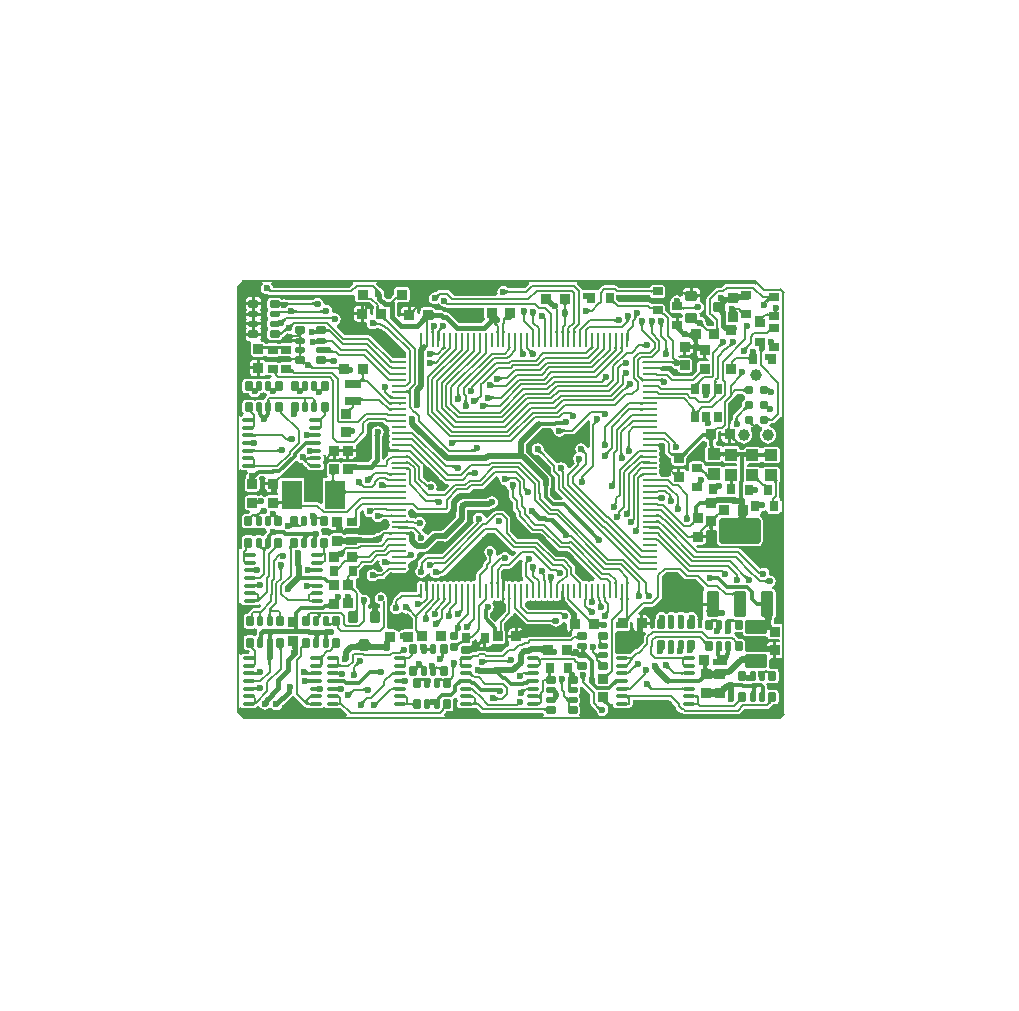
<source format=gtl>
G04*
G04 #@! TF.GenerationSoftware,Altium Limited,Altium Designer,20.2.7 (254)*
G04*
G04 Layer_Physical_Order=1*
G04 Layer_Color=255*
%FSLAX25Y25*%
%MOIN*%
G70*
G04*
G04 #@! TF.SameCoordinates,C0B213B8-0E46-4196-9EA8-866AAEF12B77*
G04*
G04*
G04 #@! TF.FilePolarity,Positive*
G04*
G01*
G75*
%ADD10C,0.00787*%
%ADD13C,0.00984*%
G04:AMPARAMS|DCode=17|XSize=70.87mil|YSize=45.28mil|CornerRadius=4.53mil|HoleSize=0mil|Usage=FLASHONLY|Rotation=0.000|XOffset=0mil|YOffset=0mil|HoleType=Round|Shape=RoundedRectangle|*
%AMROUNDEDRECTD17*
21,1,0.07087,0.03622,0,0,0.0*
21,1,0.06181,0.04528,0,0,0.0*
1,1,0.00906,0.03091,-0.01811*
1,1,0.00906,-0.03091,-0.01811*
1,1,0.00906,-0.03091,0.01811*
1,1,0.00906,0.03091,0.01811*
%
%ADD17ROUNDEDRECTD17*%
G04:AMPARAMS|DCode=18|XSize=27.56mil|YSize=36.22mil|CornerRadius=2.76mil|HoleSize=0mil|Usage=FLASHONLY|Rotation=270.000|XOffset=0mil|YOffset=0mil|HoleType=Round|Shape=RoundedRectangle|*
%AMROUNDEDRECTD18*
21,1,0.02756,0.03071,0,0,270.0*
21,1,0.02205,0.03622,0,0,270.0*
1,1,0.00551,-0.01535,-0.01102*
1,1,0.00551,-0.01535,0.01102*
1,1,0.00551,0.01535,0.01102*
1,1,0.00551,0.01535,-0.01102*
%
%ADD18ROUNDEDRECTD18*%
G04:AMPARAMS|DCode=19|XSize=33.47mil|YSize=33.47mil|CornerRadius=3.35mil|HoleSize=0mil|Usage=FLASHONLY|Rotation=90.000|XOffset=0mil|YOffset=0mil|HoleType=Round|Shape=RoundedRectangle|*
%AMROUNDEDRECTD19*
21,1,0.03347,0.02677,0,0,90.0*
21,1,0.02677,0.03347,0,0,90.0*
1,1,0.00669,0.01339,0.01339*
1,1,0.00669,0.01339,-0.01339*
1,1,0.00669,-0.01339,-0.01339*
1,1,0.00669,-0.01339,0.01339*
%
%ADD19ROUNDEDRECTD19*%
G04:AMPARAMS|DCode=20|XSize=27.56mil|YSize=36.22mil|CornerRadius=2.76mil|HoleSize=0mil|Usage=FLASHONLY|Rotation=180.000|XOffset=0mil|YOffset=0mil|HoleType=Round|Shape=RoundedRectangle|*
%AMROUNDEDRECTD20*
21,1,0.02756,0.03071,0,0,180.0*
21,1,0.02205,0.03622,0,0,180.0*
1,1,0.00551,-0.01102,0.01535*
1,1,0.00551,0.01102,0.01535*
1,1,0.00551,0.01102,-0.01535*
1,1,0.00551,-0.01102,-0.01535*
%
%ADD20ROUNDEDRECTD20*%
G04:AMPARAMS|DCode=21|XSize=23.62mil|YSize=35.43mil|CornerRadius=2.36mil|HoleSize=0mil|Usage=FLASHONLY|Rotation=180.000|XOffset=0mil|YOffset=0mil|HoleType=Round|Shape=RoundedRectangle|*
%AMROUNDEDRECTD21*
21,1,0.02362,0.03071,0,0,180.0*
21,1,0.01890,0.03543,0,0,180.0*
1,1,0.00472,-0.00945,0.01535*
1,1,0.00472,0.00945,0.01535*
1,1,0.00472,0.00945,-0.01535*
1,1,0.00472,-0.00945,-0.01535*
%
%ADD21ROUNDEDRECTD21*%
G04:AMPARAMS|DCode=22|XSize=33.47mil|YSize=33.47mil|CornerRadius=3.35mil|HoleSize=0mil|Usage=FLASHONLY|Rotation=180.000|XOffset=0mil|YOffset=0mil|HoleType=Round|Shape=RoundedRectangle|*
%AMROUNDEDRECTD22*
21,1,0.03347,0.02677,0,0,180.0*
21,1,0.02677,0.03347,0,0,180.0*
1,1,0.00669,-0.01339,0.01339*
1,1,0.00669,0.01339,0.01339*
1,1,0.00669,0.01339,-0.01339*
1,1,0.00669,-0.01339,-0.01339*
%
%ADD22ROUNDEDRECTD22*%
%ADD23O,0.05118X0.00866*%
%ADD24O,0.00866X0.05118*%
G04:AMPARAMS|DCode=25|XSize=27.56mil|YSize=23.62mil|CornerRadius=2.36mil|HoleSize=0mil|Usage=FLASHONLY|Rotation=180.000|XOffset=0mil|YOffset=0mil|HoleType=Round|Shape=RoundedRectangle|*
%AMROUNDEDRECTD25*
21,1,0.02756,0.01890,0,0,180.0*
21,1,0.02284,0.02362,0,0,180.0*
1,1,0.00472,-0.01142,0.00945*
1,1,0.00472,0.01142,0.00945*
1,1,0.00472,0.01142,-0.00945*
1,1,0.00472,-0.01142,-0.00945*
%
%ADD25ROUNDEDRECTD25*%
G04:AMPARAMS|DCode=26|XSize=137.8mil|YSize=84.65mil|CornerRadius=8.47mil|HoleSize=0mil|Usage=FLASHONLY|Rotation=0.000|XOffset=0mil|YOffset=0mil|HoleType=Round|Shape=RoundedRectangle|*
%AMROUNDEDRECTD26*
21,1,0.13780,0.06772,0,0,0.0*
21,1,0.12087,0.08465,0,0,0.0*
1,1,0.01693,0.06043,-0.03386*
1,1,0.01693,-0.06043,-0.03386*
1,1,0.01693,-0.06043,0.03386*
1,1,0.01693,0.06043,0.03386*
%
%ADD26ROUNDEDRECTD26*%
G04:AMPARAMS|DCode=27|XSize=43.31mil|YSize=84.65mil|CornerRadius=4.33mil|HoleSize=0mil|Usage=FLASHONLY|Rotation=0.000|XOffset=0mil|YOffset=0mil|HoleType=Round|Shape=RoundedRectangle|*
%AMROUNDEDRECTD27*
21,1,0.04331,0.07598,0,0,0.0*
21,1,0.03465,0.08465,0,0,0.0*
1,1,0.00866,0.01732,-0.03799*
1,1,0.00866,-0.01732,-0.03799*
1,1,0.00866,-0.01732,0.03799*
1,1,0.00866,0.01732,0.03799*
%
%ADD27ROUNDEDRECTD27*%
G04:AMPARAMS|DCode=28|XSize=43.31mil|YSize=84.65mil|CornerRadius=4.33mil|HoleSize=0mil|Usage=FLASHONLY|Rotation=0.000|XOffset=0mil|YOffset=0mil|HoleType=Round|Shape=RoundedRectangle|*
%AMROUNDEDRECTD28*
21,1,0.04331,0.07599,0,0,0.0*
21,1,0.03465,0.08465,0,0,0.0*
1,1,0.00866,0.01732,-0.03799*
1,1,0.00866,-0.01732,-0.03799*
1,1,0.00866,-0.01732,0.03799*
1,1,0.00866,0.01732,0.03799*
%
%ADD28ROUNDEDRECTD28*%
%ADD29O,0.04331X0.01181*%
G04:AMPARAMS|DCode=30|XSize=39.37mil|YSize=43.31mil|CornerRadius=3.94mil|HoleSize=0mil|Usage=FLASHONLY|Rotation=270.000|XOffset=0mil|YOffset=0mil|HoleType=Round|Shape=RoundedRectangle|*
%AMROUNDEDRECTD30*
21,1,0.03937,0.03543,0,0,270.0*
21,1,0.03150,0.04331,0,0,270.0*
1,1,0.00787,-0.01772,-0.01575*
1,1,0.00787,-0.01772,0.01575*
1,1,0.00787,0.01772,0.01575*
1,1,0.00787,0.01772,-0.01575*
%
%ADD30ROUNDEDRECTD30*%
G04:AMPARAMS|DCode=31|XSize=35.43mil|YSize=37.4mil|CornerRadius=3.54mil|HoleSize=0mil|Usage=FLASHONLY|Rotation=270.000|XOffset=0mil|YOffset=0mil|HoleType=Round|Shape=RoundedRectangle|*
%AMROUNDEDRECTD31*
21,1,0.03543,0.03032,0,0,270.0*
21,1,0.02835,0.03740,0,0,270.0*
1,1,0.00709,-0.01516,-0.01417*
1,1,0.00709,-0.01516,0.01417*
1,1,0.00709,0.01516,0.01417*
1,1,0.00709,0.01516,-0.01417*
%
%ADD31ROUNDEDRECTD31*%
G04:AMPARAMS|DCode=32|XSize=35.43mil|YSize=37.4mil|CornerRadius=3.54mil|HoleSize=0mil|Usage=FLASHONLY|Rotation=270.000|XOffset=0mil|YOffset=0mil|HoleType=Round|Shape=RoundedRectangle|*
%AMROUNDEDRECTD32*
21,1,0.03543,0.03032,0,0,270.0*
21,1,0.02835,0.03740,0,0,270.0*
1,1,0.00709,-0.01516,-0.01417*
1,1,0.00709,-0.01516,0.01417*
1,1,0.00709,0.01516,0.01417*
1,1,0.00709,0.01516,-0.01417*
%
%ADD32ROUNDEDRECTD32*%
%ADD33R,0.06693X0.09449*%
G04:AMPARAMS|DCode=34|XSize=25.59mil|YSize=31.5mil|CornerRadius=2.56mil|HoleSize=0mil|Usage=FLASHONLY|Rotation=0.000|XOffset=0mil|YOffset=0mil|HoleType=Round|Shape=RoundedRectangle|*
%AMROUNDEDRECTD34*
21,1,0.02559,0.02638,0,0,0.0*
21,1,0.02047,0.03150,0,0,0.0*
1,1,0.00512,0.01024,-0.01319*
1,1,0.00512,-0.01024,-0.01319*
1,1,0.00512,-0.01024,0.01319*
1,1,0.00512,0.01024,0.01319*
%
%ADD34ROUNDEDRECTD34*%
G04:AMPARAMS|DCode=35|XSize=17.72mil|YSize=31.5mil|CornerRadius=1.77mil|HoleSize=0mil|Usage=FLASHONLY|Rotation=0.000|XOffset=0mil|YOffset=0mil|HoleType=Round|Shape=RoundedRectangle|*
%AMROUNDEDRECTD35*
21,1,0.01772,0.02795,0,0,0.0*
21,1,0.01417,0.03150,0,0,0.0*
1,1,0.00354,0.00709,-0.01398*
1,1,0.00354,-0.00709,-0.01398*
1,1,0.00354,-0.00709,0.01398*
1,1,0.00354,0.00709,0.01398*
%
%ADD35ROUNDEDRECTD35*%
G04:AMPARAMS|DCode=36|XSize=35.83mil|YSize=33.47mil|CornerRadius=3.35mil|HoleSize=0mil|Usage=FLASHONLY|Rotation=270.000|XOffset=0mil|YOffset=0mil|HoleType=Round|Shape=RoundedRectangle|*
%AMROUNDEDRECTD36*
21,1,0.03583,0.02677,0,0,270.0*
21,1,0.02913,0.03347,0,0,270.0*
1,1,0.00669,-0.01339,-0.01457*
1,1,0.00669,-0.01339,0.01457*
1,1,0.00669,0.01339,0.01457*
1,1,0.00669,0.01339,-0.01457*
%
%ADD36ROUNDEDRECTD36*%
G04:AMPARAMS|DCode=37|XSize=35.43mil|YSize=37.4mil|CornerRadius=3.54mil|HoleSize=0mil|Usage=FLASHONLY|Rotation=180.000|XOffset=0mil|YOffset=0mil|HoleType=Round|Shape=RoundedRectangle|*
%AMROUNDEDRECTD37*
21,1,0.03543,0.03032,0,0,180.0*
21,1,0.02835,0.03740,0,0,180.0*
1,1,0.00709,-0.01417,0.01516*
1,1,0.00709,0.01417,0.01516*
1,1,0.00709,0.01417,-0.01516*
1,1,0.00709,-0.01417,-0.01516*
%
%ADD37ROUNDEDRECTD37*%
G04:AMPARAMS|DCode=38|XSize=35.43mil|YSize=37.4mil|CornerRadius=3.54mil|HoleSize=0mil|Usage=FLASHONLY|Rotation=180.000|XOffset=0mil|YOffset=0mil|HoleType=Round|Shape=RoundedRectangle|*
%AMROUNDEDRECTD38*
21,1,0.03543,0.03032,0,0,180.0*
21,1,0.02835,0.03740,0,0,180.0*
1,1,0.00709,-0.01417,0.01516*
1,1,0.00709,0.01417,0.01516*
1,1,0.00709,0.01417,-0.01516*
1,1,0.00709,-0.01417,-0.01516*
%
%ADD38ROUNDEDRECTD38*%
G04:AMPARAMS|DCode=39|XSize=25.59mil|YSize=31.5mil|CornerRadius=2.56mil|HoleSize=0mil|Usage=FLASHONLY|Rotation=270.000|XOffset=0mil|YOffset=0mil|HoleType=Round|Shape=RoundedRectangle|*
%AMROUNDEDRECTD39*
21,1,0.02559,0.02638,0,0,270.0*
21,1,0.02047,0.03150,0,0,270.0*
1,1,0.00512,-0.01319,-0.01024*
1,1,0.00512,-0.01319,0.01024*
1,1,0.00512,0.01319,0.01024*
1,1,0.00512,0.01319,-0.01024*
%
%ADD39ROUNDEDRECTD39*%
G04:AMPARAMS|DCode=40|XSize=17.72mil|YSize=31.5mil|CornerRadius=1.77mil|HoleSize=0mil|Usage=FLASHONLY|Rotation=270.000|XOffset=0mil|YOffset=0mil|HoleType=Round|Shape=RoundedRectangle|*
%AMROUNDEDRECTD40*
21,1,0.01772,0.02795,0,0,270.0*
21,1,0.01417,0.03150,0,0,270.0*
1,1,0.00354,-0.01398,-0.00709*
1,1,0.00354,-0.01398,0.00709*
1,1,0.00354,0.01398,0.00709*
1,1,0.00354,0.01398,-0.00709*
%
%ADD40ROUNDEDRECTD40*%
G04:AMPARAMS|DCode=41|XSize=27.56mil|YSize=55.12mil|CornerRadius=2.76mil|HoleSize=0mil|Usage=FLASHONLY|Rotation=270.000|XOffset=0mil|YOffset=0mil|HoleType=Round|Shape=RoundedRectangle|*
%AMROUNDEDRECTD41*
21,1,0.02756,0.04961,0,0,270.0*
21,1,0.02205,0.05512,0,0,270.0*
1,1,0.00551,-0.02480,-0.01102*
1,1,0.00551,-0.02480,0.01102*
1,1,0.00551,0.02480,0.01102*
1,1,0.00551,0.02480,-0.01102*
%
%ADD41ROUNDEDRECTD41*%
G04:AMPARAMS|DCode=42|XSize=35.83mil|YSize=33.47mil|CornerRadius=3.35mil|HoleSize=0mil|Usage=FLASHONLY|Rotation=180.000|XOffset=0mil|YOffset=0mil|HoleType=Round|Shape=RoundedRectangle|*
%AMROUNDEDRECTD42*
21,1,0.03583,0.02677,0,0,180.0*
21,1,0.02913,0.03347,0,0,180.0*
1,1,0.00669,-0.01457,0.01339*
1,1,0.00669,0.01457,0.01339*
1,1,0.00669,0.01457,-0.01339*
1,1,0.00669,-0.01457,-0.01339*
%
%ADD42ROUNDEDRECTD42*%
G04:AMPARAMS|DCode=72|XSize=7.87mil|YSize=37.01mil|CornerRadius=3.94mil|HoleSize=0mil|Usage=FLASHONLY|Rotation=225.000|XOffset=0mil|YOffset=0mil|HoleType=Round|Shape=RoundedRectangle|*
%AMROUNDEDRECTD72*
21,1,0.00787,0.02913,0,0,225.0*
21,1,0.00000,0.03701,0,0,225.0*
1,1,0.00787,-0.01030,0.01030*
1,1,0.00787,-0.01030,0.01030*
1,1,0.00787,0.01030,-0.01030*
1,1,0.00787,0.01030,-0.01030*
%
%ADD72ROUNDEDRECTD72*%
G04:AMPARAMS|DCode=73|XSize=7.87mil|YSize=22.84mil|CornerRadius=3.94mil|HoleSize=0mil|Usage=FLASHONLY|Rotation=135.000|XOffset=0mil|YOffset=0mil|HoleType=Round|Shape=RoundedRectangle|*
%AMROUNDEDRECTD73*
21,1,0.00787,0.01496,0,0,135.0*
21,1,0.00000,0.02284,0,0,135.0*
1,1,0.00787,0.00529,0.00529*
1,1,0.00787,0.00529,0.00529*
1,1,0.00787,-0.00529,-0.00529*
1,1,0.00787,-0.00529,-0.00529*
%
%ADD73ROUNDEDRECTD73*%
G04:AMPARAMS|DCode=74|XSize=7.87mil|YSize=21.65mil|CornerRadius=3.94mil|HoleSize=0mil|Usage=FLASHONLY|Rotation=45.000|XOffset=0mil|YOffset=0mil|HoleType=Round|Shape=RoundedRectangle|*
%AMROUNDEDRECTD74*
21,1,0.00787,0.01378,0,0,45.0*
21,1,0.00000,0.02165,0,0,45.0*
1,1,0.00787,0.00487,-0.00487*
1,1,0.00787,0.00487,-0.00487*
1,1,0.00787,-0.00487,0.00487*
1,1,0.00787,-0.00487,0.00487*
%
%ADD74ROUNDEDRECTD74*%
G04:AMPARAMS|DCode=75|XSize=7.87mil|YSize=47.24mil|CornerRadius=3.94mil|HoleSize=0mil|Usage=FLASHONLY|Rotation=45.000|XOffset=0mil|YOffset=0mil|HoleType=Round|Shape=RoundedRectangle|*
%AMROUNDEDRECTD75*
21,1,0.00787,0.03937,0,0,45.0*
21,1,0.00000,0.04724,0,0,45.0*
1,1,0.00787,0.01392,-0.01392*
1,1,0.00787,0.01392,-0.01392*
1,1,0.00787,-0.01392,0.01392*
1,1,0.00787,-0.01392,0.01392*
%
%ADD75ROUNDEDRECTD75*%
G04:AMPARAMS|DCode=76|XSize=7.87mil|YSize=62.99mil|CornerRadius=3.94mil|HoleSize=0mil|Usage=FLASHONLY|Rotation=270.000|XOffset=0mil|YOffset=0mil|HoleType=Round|Shape=RoundedRectangle|*
%AMROUNDEDRECTD76*
21,1,0.00787,0.05512,0,0,270.0*
21,1,0.00000,0.06299,0,0,270.0*
1,1,0.00787,-0.02756,0.00000*
1,1,0.00787,-0.02756,0.00000*
1,1,0.00787,0.02756,0.00000*
1,1,0.00787,0.02756,0.00000*
%
%ADD76ROUNDEDRECTD76*%
G04:AMPARAMS|DCode=77|XSize=7.87mil|YSize=31.5mil|CornerRadius=3.94mil|HoleSize=0mil|Usage=FLASHONLY|Rotation=315.000|XOffset=0mil|YOffset=0mil|HoleType=Round|Shape=RoundedRectangle|*
%AMROUNDEDRECTD77*
21,1,0.00787,0.02362,0,0,315.0*
21,1,0.00000,0.03150,0,0,315.0*
1,1,0.00787,-0.00835,-0.00835*
1,1,0.00787,-0.00835,-0.00835*
1,1,0.00787,0.00835,0.00835*
1,1,0.00787,0.00835,0.00835*
%
%ADD77ROUNDEDRECTD77*%
G04:AMPARAMS|DCode=78|XSize=7.87mil|YSize=1712.6mil|CornerRadius=3.94mil|HoleSize=0mil|Usage=FLASHONLY|Rotation=270.000|XOffset=0mil|YOffset=0mil|HoleType=Round|Shape=RoundedRectangle|*
%AMROUNDEDRECTD78*
21,1,0.00787,1.70472,0,0,270.0*
21,1,0.00000,1.71260,0,0,270.0*
1,1,0.00787,-0.85236,0.00000*
1,1,0.00787,-0.85236,0.00000*
1,1,0.00787,0.85236,0.00000*
1,1,0.00787,0.85236,0.00000*
%
%ADD78ROUNDEDRECTD78*%
G04:AMPARAMS|DCode=79|XSize=7.87mil|YSize=1413.39mil|CornerRadius=3.94mil|HoleSize=0mil|Usage=FLASHONLY|Rotation=180.000|XOffset=0mil|YOffset=0mil|HoleType=Round|Shape=RoundedRectangle|*
%AMROUNDEDRECTD79*
21,1,0.00787,1.40551,0,0,180.0*
21,1,0.00000,1.41339,0,0,180.0*
1,1,0.00787,0.00000,0.70276*
1,1,0.00787,0.00000,0.70276*
1,1,0.00787,0.00000,-0.70276*
1,1,0.00787,0.00000,-0.70276*
%
%ADD79ROUNDEDRECTD79*%
G04:AMPARAMS|DCode=80|XSize=7.87mil|YSize=1795.28mil|CornerRadius=3.94mil|HoleSize=0mil|Usage=FLASHONLY|Rotation=270.000|XOffset=0mil|YOffset=0mil|HoleType=Round|Shape=RoundedRectangle|*
%AMROUNDEDRECTD80*
21,1,0.00787,1.78740,0,0,270.0*
21,1,0.00000,1.79528,0,0,270.0*
1,1,0.00787,-0.89370,0.00000*
1,1,0.00787,-0.89370,0.00000*
1,1,0.00787,0.89370,0.00000*
1,1,0.00787,0.89370,0.00000*
%
%ADD80ROUNDEDRECTD80*%
G04:AMPARAMS|DCode=81|XSize=7.87mil|YSize=1424.8mil|CornerRadius=3.94mil|HoleSize=0mil|Usage=FLASHONLY|Rotation=180.000|XOffset=0mil|YOffset=0mil|HoleType=Round|Shape=RoundedRectangle|*
%AMROUNDEDRECTD81*
21,1,0.00787,1.41693,0,0,180.0*
21,1,0.00000,1.42480,0,0,180.0*
1,1,0.00787,0.00000,0.70847*
1,1,0.00787,0.00000,0.70847*
1,1,0.00787,0.00000,-0.70847*
1,1,0.00787,0.00000,-0.70847*
%
%ADD81ROUNDEDRECTD81*%
G04:AMPARAMS|DCode=82|XSize=9.84mil|YSize=27.56mil|CornerRadius=4.92mil|HoleSize=0mil|Usage=FLASHONLY|Rotation=180.000|XOffset=0mil|YOffset=0mil|HoleType=Round|Shape=RoundedRectangle|*
%AMROUNDEDRECTD82*
21,1,0.00984,0.01772,0,0,180.0*
21,1,0.00000,0.02756,0,0,180.0*
1,1,0.00984,0.00000,0.00886*
1,1,0.00984,0.00000,0.00886*
1,1,0.00984,0.00000,-0.00886*
1,1,0.00984,0.00000,-0.00886*
%
%ADD82ROUNDEDRECTD82*%
%ADD83R,0.01968X0.01968*%
%ADD84C,0.03100*%
%ADD85C,0.01968*%
%ADD86C,0.01181*%
%ADD87C,0.01575*%
%ADD88C,0.03900*%
%ADD89C,0.02362*%
G36*
X173708Y145615D02*
X173206Y145003D01*
X172902Y145207D01*
X172441Y145299D01*
X172441Y145299D01*
X163681D01*
X163220Y145207D01*
X162830Y144946D01*
X162001Y144118D01*
X160636D01*
X160636Y144118D01*
X160175Y144026D01*
X159784Y143765D01*
X157200Y141180D01*
X156939Y140790D01*
X156847Y140329D01*
X156847Y140329D01*
Y135447D01*
X156847Y135447D01*
X156939Y134986D01*
X157200Y134595D01*
X157755Y134040D01*
X158051Y133842D01*
X158099Y133794D01*
X158396Y133596D01*
X159229Y132763D01*
Y131223D01*
X158333D01*
X158327Y131224D01*
X158327Y131224D01*
X157493D01*
X156671Y132045D01*
X156651Y132077D01*
X156632Y132111D01*
X156617Y132146D01*
X156603Y132186D01*
X156592Y132230D01*
X156583Y132281D01*
X156580Y132320D01*
X156599Y132416D01*
X156446Y133184D01*
X156011Y133835D01*
X155360Y134271D01*
X154592Y134423D01*
X154530Y134474D01*
Y135276D01*
X154451Y135674D01*
X154804Y135744D01*
X155455Y136179D01*
X155890Y136830D01*
X156043Y137598D01*
X155890Y138366D01*
X155455Y139018D01*
X154804Y139453D01*
X154660Y139481D01*
X154747Y139921D01*
Y140839D01*
X153890D01*
X153831Y140803D01*
X153775Y140752D01*
X153735Y140693D01*
X153711Y140626D01*
X153703Y140551D01*
Y140839D01*
X151850D01*
Y141339D01*
X151350D01*
Y144137D01*
X150335D01*
X149806Y144032D01*
X149358Y143732D01*
X149059Y143284D01*
X148954Y142756D01*
Y141470D01*
X148840Y141376D01*
X148166Y141121D01*
X147717Y141421D01*
X146949Y141574D01*
X146181Y141421D01*
X145530Y140986D01*
X145095Y140335D01*
X145002Y139868D01*
X144844Y139763D01*
X144609Y139411D01*
X144526Y138996D01*
Y136792D01*
X144609Y136377D01*
X144844Y136025D01*
X145195Y135790D01*
X145610Y135708D01*
X148454D01*
X148845Y135472D01*
X149171Y135002D01*
Y134582D01*
X148550Y133997D01*
X147646D01*
Y131594D01*
X146646D01*
Y133997D01*
X146035D01*
X145610Y133997D01*
X145562Y133993D01*
X145299Y133969D01*
X145207Y134430D01*
X144946Y134821D01*
X144946Y134821D01*
X143661Y136106D01*
X143270Y136367D01*
X143144Y136392D01*
Y137717D01*
X143061Y138131D01*
X142826Y138483D01*
X142475Y138718D01*
X142060Y138801D01*
X138989D01*
X138575Y138718D01*
X138516Y138679D01*
X138352Y138844D01*
X137961Y139105D01*
X137500Y139196D01*
X137500Y139196D01*
X127813D01*
X126900Y140110D01*
X126854Y140162D01*
X126784Y140251D01*
X126745Y140309D01*
Y141499D01*
X127001Y141709D01*
X127001Y141709D01*
X137926D01*
X137988Y141396D01*
X138223Y141045D01*
X138575Y140810D01*
X138989Y140727D01*
X142060D01*
X142475Y140810D01*
X142826Y141045D01*
X143061Y141396D01*
X143144Y141811D01*
Y144016D01*
X143061Y144431D01*
X142826Y144782D01*
X142475Y145017D01*
X142060Y145100D01*
X138989D01*
X138575Y145017D01*
X138223Y144782D01*
X137988Y144431D01*
X137926Y144118D01*
X127499D01*
X127116Y144501D01*
X126725Y144762D01*
X126265Y144854D01*
X126265Y144854D01*
X122853D01*
X122853Y144854D01*
X122392Y144762D01*
X122002Y144501D01*
X120829Y143328D01*
X120604Y143210D01*
X119783Y143190D01*
X119776Y143194D01*
X119362Y143277D01*
X117157D01*
X117069Y143259D01*
X116634Y143346D01*
X115866Y143193D01*
X115834Y143211D01*
X115225Y143711D01*
X115123Y143863D01*
X115123Y143863D01*
X113579Y145407D01*
X113696Y145912D01*
X113882Y146195D01*
X173064Y146260D01*
X173708Y145615D01*
D02*
G37*
G36*
X39176Y145326D02*
X37968Y144118D01*
X12298D01*
X12189Y144666D01*
X11768Y145296D01*
X11792Y145426D01*
X12024Y146084D01*
X38878Y146113D01*
X39176Y145326D01*
D02*
G37*
G36*
X97538Y145964D02*
X97689Y145390D01*
X96220Y143921D01*
X90908D01*
X90871Y143928D01*
X90835Y143939D01*
X90799Y143953D01*
X90762Y143972D01*
X90723Y143995D01*
X90681Y144025D01*
X90649Y144051D01*
X90592Y144136D01*
X89941Y144571D01*
X89173Y144724D01*
X88405Y144571D01*
X87754Y144136D01*
X87319Y143485D01*
X87166Y142717D01*
X87260Y142248D01*
X86770Y141460D01*
X72693D01*
X72603Y141594D01*
X72603Y141594D01*
X71220Y142978D01*
X70829Y143239D01*
X70368Y143330D01*
X70368Y143330D01*
X67913D01*
X67453Y143239D01*
X67062Y142978D01*
X67062Y142977D01*
X66714Y142629D01*
X66682Y142609D01*
X66649Y142590D01*
X66614Y142575D01*
X66574Y142562D01*
X66530Y142551D01*
X66480Y142542D01*
X66438Y142538D01*
X66339Y142558D01*
X65570Y142405D01*
X64919Y141970D01*
X64484Y141319D01*
X64332Y140551D01*
X64484Y139783D01*
X64919Y139132D01*
X65570Y138697D01*
X66339Y138544D01*
X67107Y138697D01*
X67541Y138987D01*
X67971Y138345D01*
X68622Y137909D01*
X69390Y137757D01*
X69652Y137809D01*
X70012Y137568D01*
X70473Y137477D01*
X82537D01*
X82793Y137165D01*
Y134488D01*
X82880Y134050D01*
X83128Y133679D01*
X83137Y133591D01*
X81959Y132413D01*
X74247D01*
X71273Y135387D01*
X70752Y135735D01*
X70138Y135858D01*
X70137Y135858D01*
X69652D01*
X69434Y136076D01*
X68913Y136424D01*
X68299Y136547D01*
X68299Y136547D01*
X66813D01*
X66690Y136557D01*
X66513Y136585D01*
X66386Y136618D01*
X66371Y136624D01*
X66333Y136816D01*
X66085Y137187D01*
X65714Y137435D01*
X65276Y137522D01*
X62599D01*
X62161Y137435D01*
X61790Y137187D01*
X61542Y136816D01*
X61454Y136378D01*
Y135370D01*
X61203Y135171D01*
X60416Y135552D01*
Y136378D01*
X60312Y136899D01*
X60017Y137340D01*
X59576Y137635D01*
X59055Y137739D01*
X58217D01*
Y135039D01*
X57717D01*
Y134539D01*
X54546D01*
X54230Y134408D01*
X53535Y135103D01*
Y138807D01*
X53706Y138991D01*
X54244Y139348D01*
X56772D01*
X57209Y139435D01*
X57581Y139683D01*
X57829Y140054D01*
X57916Y140492D01*
Y143169D01*
X57829Y143607D01*
X57581Y143978D01*
X57209Y144226D01*
X56772Y144313D01*
X53858D01*
X53421Y144226D01*
X53049Y143978D01*
X52801Y143607D01*
X52714Y143169D01*
Y141708D01*
X52492Y141664D01*
X52101Y141403D01*
X51862Y141045D01*
X51202Y140385D01*
X50213D01*
X49440Y141157D01*
Y141421D01*
X49440Y141421D01*
X49384Y141705D01*
X49448Y142027D01*
X49295Y142796D01*
X48860Y143447D01*
X48209Y143882D01*
X48163Y143891D01*
X47979Y144010D01*
X47939Y144040D01*
X47800Y144159D01*
X46625Y145334D01*
X46910Y146122D01*
X97389Y146177D01*
X97538Y145964D01*
D02*
G37*
G36*
X11473Y143568D02*
X11482Y143552D01*
X11499Y143529D01*
X11522Y143500D01*
X11636Y143375D01*
X11816Y143192D01*
X11259Y142635D01*
X11206Y142687D01*
X11012Y142856D01*
X10987Y142872D01*
X10966Y142881D01*
X10950Y142885D01*
X10939Y142883D01*
X11472Y143577D01*
X11473Y143568D01*
D02*
G37*
G36*
X47195Y143620D02*
X47437Y143413D01*
X47520Y143351D01*
X47776Y143185D01*
X47864Y143137D01*
X47953Y143092D01*
X46405Y142595D01*
X46448Y142685D01*
X46477Y142774D01*
X46493Y142863D01*
X46495Y142952D01*
X46484Y143040D01*
X46460Y143127D01*
X46422Y143214D01*
X46371Y143300D01*
X46306Y143386D01*
X46228Y143471D01*
X47116Y143696D01*
X47195Y143620D01*
D02*
G37*
G36*
X138733Y142126D02*
X138725Y142201D01*
X138700Y142268D01*
X138661Y142327D01*
X138605Y142378D01*
X138533Y142421D01*
X138445Y142457D01*
X138341Y142484D01*
X138221Y142504D01*
X138085Y142516D01*
X137933Y142520D01*
Y143307D01*
X138085Y143311D01*
X138221Y143323D01*
X138341Y143343D01*
X138445Y143370D01*
X138533Y143406D01*
X138605Y143449D01*
X138661Y143500D01*
X138700Y143559D01*
X138725Y143626D01*
X138733Y143701D01*
Y142126D01*
D02*
G37*
G36*
X90103Y143461D02*
X90192Y143387D01*
X90283Y143322D01*
X90377Y143266D01*
X90474Y143219D01*
X90573Y143180D01*
X90675Y143149D01*
X90779Y143128D01*
X90886Y143115D01*
X90995Y143110D01*
Y142323D01*
X90886Y142318D01*
X90779Y142306D01*
X90675Y142284D01*
X90573Y142253D01*
X90474Y142215D01*
X90377Y142167D01*
X90283Y142111D01*
X90192Y142046D01*
X90103Y141972D01*
X90017Y141890D01*
Y143543D01*
X90103Y143461D01*
D02*
G37*
G36*
X168436Y141733D02*
X168643Y141718D01*
X168892Y141712D01*
Y140138D01*
X168586Y140130D01*
X168313Y140106D01*
X168072Y140067D01*
X167864Y140012D01*
X167688Y139942D01*
X167546Y139855D01*
X167436Y139753D01*
X167358Y139635D01*
X167314Y139502D01*
X167302Y139353D01*
X167280Y140141D01*
X166798Y140138D01*
Y141712D01*
X167109Y141720D01*
X167236Y141731D01*
X167221Y142280D01*
X167306Y142172D01*
X167409Y142076D01*
X167531Y141990D01*
X167670Y141917D01*
X167828Y141854D01*
X167857Y141846D01*
X168015Y141909D01*
X168156Y141996D01*
X168264Y142098D01*
X168338Y142217D01*
X168378Y142350D01*
X168385Y142500D01*
X168436Y141733D01*
D02*
G37*
G36*
X149998Y141437D02*
X149994Y141512D01*
X149973Y141579D01*
X149935Y141638D01*
X149881Y141689D01*
X149809Y141732D01*
X149721Y141768D01*
X149616Y141795D01*
X149493Y141815D01*
X149354Y141827D01*
X149198Y141831D01*
Y142618D01*
X149321Y142622D01*
X149436Y142633D01*
X149544Y142653D01*
X149644Y142680D01*
X149737Y142714D01*
X149822Y142756D01*
X149900Y142806D01*
X149970Y142864D01*
X150033Y142929D01*
X150088Y143003D01*
X149998Y141437D01*
D02*
G37*
G36*
X67905Y141561D02*
X67831Y141481D01*
X67765Y141396D01*
X67706Y141307D01*
X67656Y141213D01*
X67613Y141116D01*
X67578Y141014D01*
X67552Y140908D01*
X67533Y140797D01*
X67522Y140682D01*
X67520Y140563D01*
X66350Y141732D01*
X66470Y141735D01*
X66584Y141746D01*
X66695Y141764D01*
X66801Y141791D01*
X66903Y141826D01*
X67001Y141868D01*
X67094Y141919D01*
X67183Y141977D01*
X67268Y142044D01*
X67349Y142118D01*
X67905Y141561D01*
D02*
G37*
G36*
X117694Y141870D02*
X117741Y141804D01*
X117871Y141643D01*
X118152Y141331D01*
X118538Y140936D01*
X117981Y140379D01*
X117922Y140432D01*
X117863Y140474D01*
X117804Y140506D01*
X117744Y140526D01*
X117683Y140536D01*
X117623Y140535D01*
X117562Y140522D01*
X117501Y140499D01*
X117439Y140465D01*
X117377Y140420D01*
X117658Y141927D01*
X117694Y141870D01*
D02*
G37*
G36*
X53732Y140188D02*
X53733Y140182D01*
X53716Y140177D01*
X53681Y140173D01*
X53630Y140169D01*
X53109Y140158D01*
X52953Y140157D01*
Y140945D01*
X53071Y140947D01*
X53269Y140961D01*
X53347Y140974D01*
X53413Y140991D01*
X53465Y141011D01*
X53504Y141034D01*
X53530Y141062D01*
X53542Y141093D01*
X53541Y141128D01*
X53732Y140188D01*
D02*
G37*
G36*
X177440Y141259D02*
X177442Y141274D01*
X177440Y141376D01*
X177594Y139496D01*
X177546Y139519D01*
X177493Y139530D01*
X177435Y139528D01*
X177371Y139514D01*
X177307Y139488D01*
X177294Y139459D01*
X177265Y139367D01*
X177247Y139272D01*
X177242Y139175D01*
X177248Y139076D01*
X177267Y138975D01*
X177297Y138871D01*
X175817Y139608D01*
X175933Y139648D01*
X176151Y139738D01*
X176253Y139789D01*
X176444Y139900D01*
X176533Y139961D01*
X176697Y140092D01*
X176772Y140163D01*
X176872Y140116D01*
X176871Y140263D01*
X176987Y140384D01*
X177086Y140506D01*
X177048Y140516D01*
X176928Y140535D01*
X176793Y140547D01*
X176641Y140551D01*
Y141339D01*
X176793Y141342D01*
X176928Y141354D01*
X177048Y141374D01*
X177152Y141402D01*
X177240Y141437D01*
X177312Y141480D01*
X177368Y141531D01*
X177408Y141590D01*
X177432Y141657D01*
X177440Y141732D01*
Y141259D01*
D02*
G37*
G36*
X70464Y139263D02*
X70472Y139252D01*
X70486Y139235D01*
X70563Y139151D01*
X70751Y138960D01*
X70194Y138403D01*
X69885Y138691D01*
X70462Y139269D01*
X70464Y139263D01*
D02*
G37*
G36*
X125898Y140407D02*
X125895Y140317D01*
X125909Y140222D01*
X125940Y140119D01*
X125989Y140011D01*
X126054Y139897D01*
X126137Y139776D01*
X126236Y139649D01*
X126353Y139516D01*
X126487Y139377D01*
X126388Y138362D01*
X126215Y138530D01*
X125914Y138787D01*
X125786Y138877D01*
X125673Y138940D01*
X125576Y138978D01*
X125494Y138989D01*
X125428Y138974D01*
X125376Y138933D01*
X125340Y138865D01*
X125918Y140490D01*
X125898Y140407D01*
D02*
G37*
G36*
X26351Y137932D02*
X26273Y138020D01*
X26192Y138098D01*
X26107Y138167D01*
X26019Y138226D01*
X25927Y138277D01*
X25831Y138318D01*
X25731Y138350D01*
X25628Y138373D01*
X25521Y138387D01*
X25410Y138392D01*
X25484Y139179D01*
X25592Y139183D01*
X25699Y139195D01*
X25804Y139215D01*
X25907Y139243D01*
X26010Y139279D01*
X26110Y139323D01*
X26209Y139375D01*
X26306Y139435D01*
X26402Y139503D01*
X26497Y139579D01*
X26351Y137932D01*
D02*
G37*
G36*
X14457Y139498D02*
X14481Y139431D01*
X14521Y139372D01*
X14577Y139321D01*
X14649Y139278D01*
X14737Y139242D01*
X14841Y139215D01*
X14860Y139211D01*
X14985Y139231D01*
X15090Y139254D01*
X15409Y139348D01*
X15516Y139388D01*
X15945Y138972D01*
X16374Y139388D01*
X16481Y139348D01*
X16799Y139254D01*
X16905Y139231D01*
X17115Y139198D01*
X17220Y139188D01*
X17428Y139179D01*
X17830Y138392D01*
X17715Y138387D01*
X17609Y138372D01*
X17511Y138347D01*
X17421Y138312D01*
X17339Y138267D01*
X17266Y138212D01*
X17202Y138148D01*
X17146Y138073D01*
X17098Y137988D01*
X17058Y137893D01*
X15945Y138972D01*
X14831Y137893D01*
X14792Y137988D01*
X14744Y138073D01*
X14688Y138148D01*
X14623Y138212D01*
X14575Y138249D01*
X14521Y138199D01*
X14481Y138140D01*
X14457Y138073D01*
X14449Y137998D01*
Y138320D01*
X14379Y138347D01*
X14281Y138372D01*
X14175Y138387D01*
X14060Y138392D01*
X14449Y139155D01*
Y139573D01*
X14457Y139498D01*
D02*
G37*
G36*
X110417Y138592D02*
X110351Y138568D01*
X110291Y138529D01*
X110240Y138472D01*
X110197Y138401D01*
X110161Y138313D01*
X110134Y138209D01*
X110114Y138089D01*
X110102Y137953D01*
X110099Y137801D01*
X109311D01*
X109307Y137953D01*
X109295Y138089D01*
X109276Y138209D01*
X109248Y138313D01*
X109213Y138401D01*
X109169Y138472D01*
X109118Y138529D01*
X109059Y138568D01*
X108992Y138592D01*
X108917Y138600D01*
X110492D01*
X110417Y138592D01*
D02*
G37*
G36*
X105457Y139398D02*
X105818Y139086D01*
X105867Y139056D01*
X105909Y139036D01*
X105942Y139026D01*
X105968Y139027D01*
X105159Y137585D01*
X104211Y138416D01*
X105361Y139492D01*
X105457Y139398D01*
D02*
G37*
G36*
X47642Y137726D02*
X47653Y137583D01*
X47673Y137457D01*
X47701Y137350D01*
X47736Y137261D01*
X47780Y137190D01*
X47831Y137138D01*
X47890Y137103D01*
X47957Y137087D01*
X48031Y137089D01*
X46645Y136897D01*
X46684Y136962D01*
X46719Y137035D01*
X46750Y137114D01*
X46776Y137200D01*
X46799Y137294D01*
X46817Y137395D01*
X46842Y137617D01*
X46848Y137739D01*
X46850Y137868D01*
X47638Y137888D01*
X47642Y137726D01*
D02*
G37*
G36*
X138733Y136772D02*
X138728Y136801D01*
X138712Y136827D01*
X138685Y136850D01*
X138646Y136871D01*
X138596Y136888D01*
X138534Y136901D01*
X138461Y136912D01*
X138376Y136920D01*
X138172Y136926D01*
Y137714D01*
X138287Y137715D01*
X138560Y137737D01*
X138627Y137750D01*
X138682Y137767D01*
X138725Y137786D01*
X138757Y137808D01*
X138776Y137833D01*
X138783Y137861D01*
X138733Y136772D01*
D02*
G37*
G36*
X59941Y136707D02*
X59784Y136545D01*
X59536Y136253D01*
X59446Y136125D01*
X59378Y136008D01*
X59332Y135902D01*
X59309Y135808D01*
X59308Y135725D01*
X59329Y135654D01*
X59372Y135593D01*
X58271Y136695D01*
X58331Y136652D01*
X58402Y136631D01*
X58485Y136632D01*
X58579Y136655D01*
X58685Y136701D01*
X58802Y136769D01*
X58930Y136859D01*
X59070Y136972D01*
X59384Y137264D01*
X59941Y136707D01*
D02*
G37*
G36*
X153383Y136614D02*
X153279Y136680D01*
X153070Y136790D01*
X152965Y136835D01*
X152861Y136873D01*
X152756Y136904D01*
X152650Y136928D01*
X152545Y136945D01*
X152440Y136955D01*
X152334Y136959D01*
X152155Y137746D01*
X152267Y137751D01*
X152374Y137766D01*
X152476Y137790D01*
X152572Y137824D01*
X152663Y137867D01*
X152749Y137921D01*
X152829Y137984D01*
X152904Y138057D01*
X152974Y138139D01*
X153038Y138231D01*
X153383Y136614D01*
D02*
G37*
G36*
X148943Y138065D02*
X148964Y137998D01*
X149003Y137939D01*
X149057Y137888D01*
X149129Y137845D01*
X149217Y137809D01*
X149322Y137782D01*
X149444Y137762D01*
X149582Y137750D01*
X149737Y137746D01*
Y136959D01*
X149616Y136955D01*
X149502Y136944D01*
X149396Y136926D01*
X149297Y136901D01*
X149207Y136869D01*
X149124Y136830D01*
X149049Y136784D01*
X148982Y136730D01*
X148923Y136669D01*
X148871Y136601D01*
X148938Y138140D01*
X148943Y138065D01*
D02*
G37*
G36*
X166652Y136770D02*
X166663Y136637D01*
X166681Y136521D01*
X166707Y136419D01*
X166740Y136334D01*
X166780Y136264D01*
X166827Y136209D01*
X166882Y136170D01*
X166944Y136146D01*
X167014Y136138D01*
X166599Y136140D01*
X166648Y135585D01*
X165861D01*
X165858Y135643D01*
X165848Y135694D01*
X165832Y135738D01*
X165810Y135774D01*
X165781Y135803D01*
X165746Y135825D01*
X165704Y135840D01*
X165656Y135848D01*
X165602Y135848D01*
X165541Y135842D01*
X165822Y136143D01*
X165493Y136144D01*
X165563Y136151D01*
X165625Y136174D01*
X165681Y136213D01*
X165728Y136267D01*
X165769Y136337D01*
X165802Y136422D01*
X165828Y136522D01*
X165846Y136638D01*
X165857Y136770D01*
X165861Y136917D01*
X166648D01*
X166652Y136770D01*
D02*
G37*
G36*
X110099Y137482D02*
X110102Y137374D01*
X110114Y137268D01*
X110133Y137163D01*
X110159Y137059D01*
X110194Y136955D01*
X110236Y136853D01*
X110285Y136752D01*
X110342Y136652D01*
X110407Y136552D01*
X110479Y136454D01*
X109768Y135728D01*
X108840Y136675D01*
X108930Y136747D01*
X109010Y136824D01*
X109080Y136905D01*
X109142Y136990D01*
X109193Y137080D01*
X109236Y137174D01*
X109269Y137273D01*
X109292Y137376D01*
X109306Y137483D01*
X109311Y137594D01*
X110099Y137482D01*
D02*
G37*
G36*
X117563Y137162D02*
X117652Y137088D01*
X117744Y137023D01*
X117838Y136967D01*
X117934Y136919D01*
X118033Y136880D01*
X118135Y136850D01*
X118239Y136828D01*
X118347Y136815D01*
X118456Y136811D01*
Y136024D01*
X118347Y136019D01*
X118239Y136006D01*
X118135Y135985D01*
X118033Y135954D01*
X117934Y135915D01*
X117838Y135868D01*
X117744Y135811D01*
X117652Y135747D01*
X117563Y135673D01*
X117477Y135591D01*
Y137244D01*
X117563Y137162D01*
D02*
G37*
G36*
X180319Y136554D02*
X180331Y136418D01*
X180343Y136344D01*
X180610D01*
X180554Y136298D01*
X180504Y136243D01*
X180460Y136182D01*
X180421Y136112D01*
X180417Y136101D01*
X180457Y136034D01*
X180508Y135978D01*
X180567Y135938D01*
X180634Y135914D01*
X180709Y135906D01*
X180353D01*
X180342Y135857D01*
X180327Y135756D01*
X180318Y135648D01*
X180315Y135531D01*
X179528D01*
X179525Y135648D01*
X179516Y135756D01*
X179501Y135857D01*
X179490Y135906D01*
X179134D01*
X179209Y135914D01*
X179276Y135938D01*
X179335Y135978D01*
X179386Y136034D01*
X179426Y136101D01*
X179421Y136112D01*
X179383Y136182D01*
X179339Y136243D01*
X179288Y136298D01*
X179232Y136344D01*
X179500D01*
X179512Y136418D01*
X179524Y136554D01*
X179528Y136706D01*
X180315D01*
X180319Y136554D01*
D02*
G37*
G36*
X19587Y136914D02*
X19652Y136830D01*
X19724Y136756D01*
X19801Y136693D01*
X19884Y136638D01*
X19974Y136594D01*
X20069Y136560D01*
X20170Y136535D01*
X20277Y136521D01*
X20390Y136516D01*
X20172Y135728D01*
X20067Y135725D01*
X19962Y135715D01*
X19857Y135699D01*
X19751Y135677D01*
X19646Y135648D01*
X19540Y135612D01*
X19434Y135570D01*
X19221Y135467D01*
X19114Y135406D01*
X19527Y137007D01*
X19587Y136914D01*
D02*
G37*
G36*
X29410Y135406D02*
X29303Y135467D01*
X29090Y135570D01*
X28984Y135612D01*
X28878Y135648D01*
X28772Y135677D01*
X28667Y135699D01*
X28561Y135715D01*
X28457Y135725D01*
X28352Y135728D01*
X28134Y136516D01*
X28247Y136521D01*
X28354Y136535D01*
X28455Y136560D01*
X28550Y136594D01*
X28639Y136638D01*
X28723Y136693D01*
X28800Y136756D01*
X28871Y136830D01*
X28937Y136914D01*
X28996Y137007D01*
X29410Y135406D01*
D02*
G37*
G36*
X168174Y136975D02*
X168482Y136710D01*
X168614Y136616D01*
X168731Y136548D01*
X168833Y136506D01*
X168921Y136490D01*
X168993Y136499D01*
X169050Y136534D01*
X169093Y136595D01*
X168385Y135100D01*
X168411Y135178D01*
X168418Y135263D01*
X168407Y135356D01*
X168378Y135456D01*
X168330Y135563D01*
X168264Y135678D01*
X168180Y135801D01*
X168077Y135931D01*
X167956Y136069D01*
X167816Y136214D01*
X167997Y137147D01*
X168174Y136975D01*
D02*
G37*
G36*
X91774Y135548D02*
X91669Y135328D01*
X90588Y135091D01*
X90486Y134623D01*
X90938Y134171D01*
X90878Y134214D01*
X90807Y134235D01*
X90725Y134233D01*
X90631Y134210D01*
X90525Y134164D01*
X90409Y134096D01*
X90364Y134064D01*
X90231Y133457D01*
X90172Y133502D01*
X90113Y133537D01*
X90054Y133560D01*
X89996Y133572D01*
X89937Y133574D01*
X89879Y133565D01*
X89821Y133546D01*
X89763Y133516D01*
X89706Y133474D01*
X89648Y133422D01*
X89495Y133935D01*
X89272Y134159D01*
X89428Y134321D01*
X89675Y134611D01*
X89766Y134739D01*
X89833Y134856D01*
X89879Y134961D01*
X89903Y135055D01*
X89904Y135138D01*
X89884Y135209D01*
X89841Y135269D01*
X90120Y134989D01*
X90588Y135091D01*
X90677Y135494D01*
X91073Y135960D01*
X91774Y135548D01*
D02*
G37*
G36*
X8871Y145439D02*
X8899Y145293D01*
X8480Y144666D01*
X8328Y143898D01*
X8480Y143130D01*
X8915Y142478D01*
X9567Y142043D01*
X10335Y141891D01*
X10803Y141984D01*
X11076Y141801D01*
X11537Y141709D01*
X11537Y141709D01*
X38467D01*
X38467Y141709D01*
X38928Y141801D01*
X38935Y141806D01*
X39722Y141385D01*
Y140492D01*
X39809Y140054D01*
X40057Y139683D01*
X40428Y139435D01*
X40866Y139348D01*
X43597D01*
X43602Y139347D01*
X43602Y139347D01*
X43827D01*
X44136Y139285D01*
X44552D01*
X46040Y137798D01*
Y137666D01*
X46023Y137512D01*
X46013Y137461D01*
X46002Y137414D01*
X45991Y137378D01*
X45982Y137355D01*
X45977Y137345D01*
X45957Y137311D01*
X45953Y137301D01*
X45892Y137209D01*
X45872Y137108D01*
X45868Y137101D01*
X45867Y137086D01*
X45856Y137032D01*
X45851Y137016D01*
X45851Y137005D01*
X45805Y136772D01*
Y135001D01*
X45554Y134883D01*
X44766Y135381D01*
Y136772D01*
X44663Y137292D01*
X44368Y137734D01*
X43926Y138029D01*
X43406Y138132D01*
X42567D01*
Y135433D01*
Y132734D01*
X42870D01*
X43564Y132185D01*
X43717Y131417D01*
X44152Y130766D01*
X44803Y130331D01*
X45571Y130178D01*
X46339Y130331D01*
X46852Y130673D01*
X46861Y130678D01*
X46870Y130685D01*
X46990Y130766D01*
X46999Y130779D01*
X47005Y130783D01*
X47033Y130795D01*
X47055Y130803D01*
X47074Y130807D01*
X47080Y130808D01*
X48238Y130457D01*
X49443Y129813D01*
X50482Y128960D01*
X50495Y128941D01*
X56768Y122668D01*
Y120872D01*
X56358Y120536D01*
X52362D01*
X52191Y120679D01*
X44853Y128017D01*
X44463Y128278D01*
X44002Y128370D01*
X44002Y128370D01*
X36325D01*
X33730Y130965D01*
X33956Y131853D01*
X34392Y132144D01*
X34827Y132795D01*
X34980Y133563D01*
X34827Y134331D01*
X34392Y134982D01*
X33740Y135417D01*
X32972Y135570D01*
X32648Y135506D01*
X31971Y136136D01*
X32027Y136417D01*
X31874Y137185D01*
X31439Y137837D01*
X30788Y138272D01*
X30022Y138424D01*
X30020Y138425D01*
X29271Y138681D01*
X29207Y139004D01*
X29118Y139449D01*
X28683Y140100D01*
X28032Y140535D01*
X27264Y140688D01*
X26496Y140535D01*
X26027Y140222D01*
X25993Y140205D01*
X25957Y140176D01*
X25845Y140100D01*
X25837Y140089D01*
X25811Y140073D01*
X25762Y140047D01*
X25715Y140026D01*
X25669Y140010D01*
X25624Y139998D01*
X25580Y139990D01*
X17266D01*
X17218Y139995D01*
X17053Y140021D01*
X16998Y140033D01*
X16780Y140097D01*
X16713Y140142D01*
X15945Y140295D01*
X15177Y140142D01*
X15176Y140141D01*
X14965Y140457D01*
X14620Y140688D01*
X14213Y140768D01*
X11575D01*
X11168Y140688D01*
X10823Y140457D01*
X10592Y140112D01*
X10511Y139705D01*
Y137657D01*
X10592Y137250D01*
X10801Y136640D01*
X10588Y136321D01*
X10513Y135945D01*
Y134528D01*
X10588Y134151D01*
X10801Y133832D01*
Y133491D01*
X10588Y133172D01*
X10513Y132795D01*
Y131378D01*
X10588Y131002D01*
X10801Y130683D01*
X10592Y130072D01*
X10511Y129665D01*
Y127618D01*
X10592Y127211D01*
X10823Y126866D01*
X11168Y126635D01*
X11575Y126554D01*
X14213D01*
X14620Y126635D01*
X14965Y126866D01*
X15195Y127211D01*
X15322Y127634D01*
X15783Y127726D01*
X16173Y127987D01*
X17043Y128857D01*
X17047Y128854D01*
X17815Y128702D01*
X18051Y128749D01*
X18613Y128513D01*
X18937Y127663D01*
X18911Y127624D01*
X18820Y127165D01*
Y126956D01*
X21417D01*
Y125956D01*
X18585D01*
X18406Y125674D01*
X18051Y125611D01*
X15295D01*
X15081Y125569D01*
X15070Y125569D01*
X15053Y125563D01*
X14972Y125547D01*
X14968Y125547D01*
X14967Y125546D01*
X14881Y125529D01*
X14786Y125466D01*
X14775Y125462D01*
X14735Y125437D01*
X14717Y125428D01*
X14691Y125418D01*
X14667Y125410D01*
X14545Y125382D01*
X14501Y125375D01*
X14425Y125369D01*
X14420Y125369D01*
X14261Y125384D01*
X14219Y125391D01*
X14212Y125392D01*
X14155Y125430D01*
X14064Y125449D01*
X14061Y125450D01*
X14053Y125451D01*
X13935Y125474D01*
X13931Y125475D01*
X13930Y125475D01*
X13740Y125513D01*
X10669D01*
X10562Y125492D01*
X9774Y125419D01*
X9526Y125791D01*
X9155Y126039D01*
X8717Y126126D01*
X8514D01*
X8419Y126242D01*
X8165Y126913D01*
X8309Y127128D01*
X8406Y127618D01*
Y128142D01*
X5807D01*
X3208D01*
Y127618D01*
X3305Y127128D01*
X3583Y126713D01*
X3998Y126435D01*
X4488Y126338D01*
X4721D01*
X4755Y126301D01*
X5070Y125550D01*
X4983Y125419D01*
X4896Y124982D01*
Y122304D01*
X4983Y121867D01*
X5231Y121496D01*
X5602Y121248D01*
X6040Y121160D01*
X8717D01*
X9155Y121248D01*
X9903Y121458D01*
X10255Y121223D01*
X10669Y121141D01*
X13740D01*
X14155Y121223D01*
X14506Y121458D01*
X14559Y121536D01*
X14881Y121321D01*
X15295Y121239D01*
X18086D01*
X18490Y121044D01*
X18818Y120526D01*
Y120025D01*
X18366Y119312D01*
X15295D01*
X14881Y119230D01*
X14529Y118995D01*
X14477Y118916D01*
X14155Y119131D01*
X13740Y119214D01*
X10669D01*
X9974Y119282D01*
X9679Y119723D01*
X9238Y120018D01*
X8717Y120122D01*
X7878D01*
Y117423D01*
Y114723D01*
X8717D01*
X9238Y114827D01*
X9903Y115159D01*
X10255Y114924D01*
X10669Y114841D01*
X11709D01*
X11867Y114535D01*
X11710Y114187D01*
X11361Y113798D01*
X10118D01*
X9742Y113724D01*
X9423Y113510D01*
X9081D01*
X8762Y113724D01*
X8386Y113798D01*
X6968D01*
X6592Y113724D01*
X6273Y113510D01*
X5663Y113719D01*
X5256Y113800D01*
X3209D01*
X2802Y113719D01*
X2457Y113488D01*
X2226Y113143D01*
X2145Y112736D01*
Y110098D01*
X2226Y109691D01*
X2457Y109346D01*
X2802Y109116D01*
X3209Y109035D01*
X4296D01*
X4346Y108779D01*
X4782Y108128D01*
X5433Y107693D01*
X6201Y107540D01*
X6969Y107693D01*
X7620Y108128D01*
X8055Y108779D01*
X8106Y109036D01*
X8386D01*
X8762Y109111D01*
X9081Y109324D01*
X9423D01*
X9742Y109111D01*
X10036Y109053D01*
X10412Y108492D01*
X10490Y108348D01*
X10467Y108233D01*
X10467Y108233D01*
X9975Y107741D01*
X9714Y107351D01*
X9631Y106931D01*
X9586Y106890D01*
X9523Y106851D01*
X8835Y106588D01*
X8762Y106637D01*
X8386Y106712D01*
X6968D01*
X6592Y106637D01*
X6273Y106424D01*
X5663Y106632D01*
X5256Y106713D01*
X3209D01*
X2802Y106632D01*
X2457Y106402D01*
X2226Y106057D01*
X2145Y105650D01*
Y103012D01*
X2226Y102605D01*
X2457Y102260D01*
X2557Y102192D01*
X2495Y101682D01*
X2351Y101383D01*
X1923Y101298D01*
X1673Y101131D01*
X990Y101393D01*
X886Y101480D01*
Y144460D01*
X2499Y146073D01*
X8640Y146080D01*
X8871Y145439D01*
D02*
G37*
G36*
X175535Y134211D02*
X176107D01*
X176004Y134103D01*
X175925Y134007D01*
X175868Y133921D01*
X175834Y133847D01*
X175822Y133785D01*
X175834Y133734D01*
X175868Y133694D01*
X175925Y133665D01*
X176004Y133648D01*
X176107Y133643D01*
X175499D01*
X175496Y133601D01*
X175002Y133110D01*
X174929Y133643D01*
X173880D01*
X173989Y133648D01*
X174099Y133665D01*
X174209Y133694D01*
X174319Y133734D01*
X174431Y133785D01*
X174542Y133847D01*
X174654Y133921D01*
X174767Y134007D01*
X174867Y134093D01*
X174790Y134652D01*
X174860Y134599D01*
X174932Y134562D01*
X175005Y134538D01*
X175081Y134530D01*
X175158Y134537D01*
X175237Y134558D01*
X175318Y134594D01*
X175401Y134645D01*
X175486Y134710D01*
X175573Y134791D01*
X175535Y134211D01*
D02*
G37*
G36*
X96753Y135426D02*
X96690Y135324D01*
X96636Y135222D01*
X96588Y135119D01*
X96548Y135016D01*
X96515Y134912D01*
X96490Y134807D01*
X96471Y134702D01*
X96460Y134596D01*
X96457Y134489D01*
X95669Y134347D01*
X95665Y134459D01*
X95650Y134566D01*
X95626Y134669D01*
X95593Y134766D01*
X95550Y134859D01*
X95497Y134947D01*
X95435Y135030D01*
X95363Y135108D01*
X95282Y135182D01*
X95192Y135251D01*
X96822Y135527D01*
X96753Y135426D01*
D02*
G37*
G36*
X177440Y134279D02*
X177435Y134353D01*
X177413Y134420D01*
X177375Y134479D01*
X177320Y134530D01*
X177249Y134574D01*
X177160Y134609D01*
X177055Y134637D01*
X176934Y134657D01*
X176796Y134668D01*
X176641Y134672D01*
Y135460D01*
X176760Y135463D01*
X176871Y135475D01*
X176976Y135494D01*
X177073Y135520D01*
X177163Y135555D01*
X177246Y135596D01*
X177322Y135646D01*
X177391Y135703D01*
X177452Y135767D01*
X177507Y135839D01*
X177440Y134279D01*
D02*
G37*
G36*
X163030Y136095D02*
X163067Y136043D01*
X163100Y135940D01*
X163127Y135786D01*
X163149Y135582D01*
X163179Y135021D01*
X163189Y134257D01*
X161614D01*
X161606Y134572D01*
X161583Y134853D01*
X161543Y135098D01*
X161488Y135309D01*
X161417Y135485D01*
X161331Y135627D01*
X161228Y135733D01*
X161110Y135805D01*
X160977Y135842D01*
X160827Y135844D01*
X162941Y136048D01*
X162988Y136097D01*
X163030Y136095D01*
D02*
G37*
G36*
X99765Y135002D02*
X99691Y134913D01*
X99626Y134822D01*
X99570Y134728D01*
X99523Y134631D01*
X99484Y134532D01*
X99453Y134431D01*
X99432Y134326D01*
X99419Y134219D01*
X99414Y134110D01*
X98627D01*
X98623Y134219D01*
X98610Y134326D01*
X98588Y134431D01*
X98558Y134532D01*
X98519Y134631D01*
X98471Y134728D01*
X98415Y134822D01*
X98350Y134913D01*
X98276Y135002D01*
X98194Y135088D01*
X99847D01*
X99765Y135002D01*
D02*
G37*
G36*
X133785Y134449D02*
X133356Y133980D01*
X132799Y134537D01*
X132835Y134574D01*
X132937Y134689D01*
X132951Y134710D01*
X132960Y134727D01*
X132966Y134741D01*
X132966Y134752D01*
X132962Y134759D01*
X133785Y134449D01*
D02*
G37*
G36*
X110479Y135003D02*
X110407Y134904D01*
X110342Y134805D01*
X110285Y134705D01*
X110236Y134604D01*
X110194Y134501D01*
X110159Y134398D01*
X110133Y134294D01*
X110114Y134189D01*
X110102Y134082D01*
X110099Y133975D01*
X109311Y133862D01*
X109306Y133974D01*
X109292Y134081D01*
X109269Y134184D01*
X109236Y134282D01*
X109193Y134376D01*
X109142Y134466D01*
X109080Y134552D01*
X109010Y134633D01*
X108930Y134710D01*
X108840Y134782D01*
X109768Y135728D01*
X110479Y135003D01*
D02*
G37*
G36*
X16754Y133422D02*
X16680Y133342D01*
X16614Y133258D01*
X16554Y133169D01*
X16502Y133076D01*
X16456Y132978D01*
X16418Y132876D01*
X16387Y132770D01*
X16363Y132658D01*
X16347Y132543D01*
X16337Y132422D01*
X15239Y133659D01*
X15356Y133655D01*
X15470Y133660D01*
X15579Y133673D01*
X15685Y133696D01*
X15786Y133727D01*
X15883Y133767D01*
X15977Y133815D01*
X16066Y133873D01*
X16151Y133939D01*
X16232Y134014D01*
X16754Y133422D01*
D02*
G37*
G36*
X65575Y136361D02*
X65622Y136228D01*
X65702Y136111D01*
X65814Y136009D01*
X65959Y135924D01*
X66137Y135853D01*
X66349Y135799D01*
X66593Y135760D01*
X66870Y135736D01*
X67179Y135728D01*
Y134153D01*
X66944Y134147D01*
X66724Y134126D01*
X66519Y134092D01*
X66330Y134044D01*
X66155Y133982D01*
X65996Y133907D01*
X65851Y133818D01*
X65722Y133715D01*
X65607Y133598D01*
X65508Y133468D01*
X65562Y136509D01*
X65575Y136361D01*
D02*
G37*
G36*
X86899Y135088D02*
X86914Y134992D01*
X86939Y134902D01*
X86974Y134820D01*
X87019Y134746D01*
X87074Y134679D01*
X87138Y134619D01*
X87213Y134566D01*
X87298Y134521D01*
X87392Y134483D01*
X86967Y134284D01*
X86974Y134250D01*
X87002Y134144D01*
X87035Y134053D01*
X87072Y133976D01*
X87114Y133914D01*
X86897D01*
X86895Y133824D01*
X86894Y133539D01*
X86107Y133420D01*
X86104Y133573D01*
X86093Y133709D01*
X86076Y133827D01*
X86067Y133865D01*
X85905Y133790D01*
X85944Y133895D01*
X85949Y133914D01*
X85887D01*
X85929Y133976D01*
X85966Y134053D01*
X85978Y134084D01*
X85938Y134127D01*
X85886Y134159D01*
X85828Y134174D01*
X85762Y134171D01*
X86018Y134213D01*
X86028Y134250D01*
X86052Y134370D01*
X86072Y134505D01*
X86098Y134819D01*
X86107Y135192D01*
X86894D01*
X86899Y135088D01*
D02*
G37*
G36*
X63752Y134129D02*
X64140D01*
X64109Y134082D01*
X64081Y134008D01*
X64056Y133907D01*
X64045Y133836D01*
X64497Y133384D01*
X64375Y133472D01*
X64231Y133515D01*
X64065Y133514D01*
X64008Y133500D01*
X64003Y133438D01*
X64001Y133384D01*
X64370D01*
X64295Y133376D01*
X64228Y133352D01*
X64169Y133312D01*
X64118Y133256D01*
X64075Y133184D01*
X64039Y133096D01*
X64012Y132992D01*
X63992Y132872D01*
X63980Y132736D01*
X63977Y132627D01*
X63976Y132428D01*
X63189D01*
X63188Y132627D01*
X63185Y132736D01*
X63173Y132872D01*
X63153Y132992D01*
X63142Y133038D01*
X62895Y132840D01*
X62270Y132258D01*
X61156Y133372D01*
X61469Y133696D01*
X61961Y134276D01*
X62141Y134533D01*
X62275Y134767D01*
X62366Y134978D01*
X62412Y135167D01*
X62413Y135334D01*
X62369Y135478D01*
X62282Y135599D01*
X63752Y134129D01*
D02*
G37*
G36*
X49884Y134481D02*
X49850Y134422D01*
X49841Y134349D01*
X49858Y134261D01*
X49900Y134159D01*
X49967Y134043D01*
X50060Y133912D01*
X50178Y133766D01*
X50491Y133432D01*
X49879Y132930D01*
X49679Y133124D01*
X49161Y133561D01*
X49015Y133658D01*
X48883Y133731D01*
X48764Y133779D01*
X48658Y133803D01*
X48566Y133802D01*
X48487Y133777D01*
X49943Y134525D01*
X49884Y134481D01*
D02*
G37*
G36*
X131385Y133679D02*
X131294Y133611D01*
X131212Y133538D01*
X131140Y133460D01*
X131078Y133377D01*
X131026Y133289D01*
X130982Y133197D01*
X130949Y133099D01*
X130925Y132997D01*
X130911Y132890D01*
X130906Y132778D01*
X130119Y132924D01*
X130115Y133031D01*
X130104Y133137D01*
X130086Y133242D01*
X130060Y133347D01*
X130028Y133451D01*
X129988Y133555D01*
X129941Y133658D01*
X129886Y133760D01*
X129825Y133862D01*
X129756Y133963D01*
X131385Y133679D01*
D02*
G37*
G36*
X126820Y132448D02*
X126734Y132530D01*
X126645Y132603D01*
X126554Y132668D01*
X126460Y132725D01*
X126363Y132772D01*
X126264Y132811D01*
X126162Y132842D01*
X126058Y132863D01*
X125951Y132876D01*
X125841Y132880D01*
Y133668D01*
X125951Y133672D01*
X126058Y133685D01*
X126162Y133707D01*
X126264Y133737D01*
X126363Y133776D01*
X126460Y133824D01*
X126554Y133880D01*
X126645Y133945D01*
X126734Y134019D01*
X126820Y134101D01*
Y132448D01*
D02*
G37*
G36*
X153702Y133004D02*
X153715Y132977D01*
X153739Y132953D01*
X153777Y132932D01*
X153827Y132914D01*
X153890Y132900D01*
X153966Y132888D01*
X154054Y132880D01*
X154270Y132874D01*
Y132087D01*
X153500Y132118D01*
X153703Y133035D01*
X153702Y133004D01*
D02*
G37*
G36*
X87086Y132883D02*
X87046Y132813D01*
X87010Y132738D01*
X86980Y132659D01*
X86954Y132575D01*
X86932Y132487D01*
X86916Y132394D01*
X86904Y132296D01*
X86894Y132087D01*
X86107D01*
X86105Y132194D01*
X86086Y132394D01*
X86069Y132487D01*
X86048Y132575D01*
X86022Y132659D01*
X85991Y132738D01*
X85956Y132813D01*
X85916Y132883D01*
X85871Y132948D01*
X87131D01*
X87086Y132883D01*
D02*
G37*
G36*
X14345Y131623D02*
X14285Y131674D01*
X14218Y131719D01*
X14144Y131759D01*
X14063Y131794D01*
X13974Y131823D01*
X13879Y131847D01*
X13777Y131866D01*
X13667Y131879D01*
X13550Y131887D01*
X13426Y131890D01*
X13385Y132677D01*
X13490Y132681D01*
X13588Y132691D01*
X13679Y132708D01*
X13762Y132732D01*
X13838Y132763D01*
X13907Y132801D01*
X13968Y132846D01*
X14022Y132898D01*
X14069Y132957D01*
X14108Y133022D01*
X14345Y131623D01*
D02*
G37*
G36*
X46549Y132862D02*
X46630Y132783D01*
X46715Y132710D01*
X46803Y132643D01*
X46895Y132583D01*
X46990Y132529D01*
X47089Y132482D01*
X47191Y132441D01*
X47297Y132407D01*
X47406Y132380D01*
X47351Y131585D01*
X47245Y131605D01*
X47140Y131614D01*
X47037Y131612D01*
X46935Y131599D01*
X46835Y131576D01*
X46736Y131542D01*
X46638Y131498D01*
X46541Y131442D01*
X46446Y131376D01*
X46352Y131299D01*
X46472Y132949D01*
X46549Y132862D01*
D02*
G37*
G36*
X139309Y131963D02*
X139235Y131874D01*
X139170Y131783D01*
X139114Y131689D01*
X139066Y131592D01*
X139027Y131493D01*
X138997Y131391D01*
X138975Y131287D01*
X138962Y131180D01*
X138958Y131070D01*
X138171D01*
X138166Y131180D01*
X138153Y131287D01*
X138132Y131391D01*
X138101Y131493D01*
X138062Y131592D01*
X138015Y131689D01*
X137958Y131783D01*
X137893Y131874D01*
X137820Y131963D01*
X137738Y132049D01*
X139391D01*
X139309Y131963D01*
D02*
G37*
G36*
X136079Y131944D02*
X136005Y131856D01*
X135940Y131764D01*
X135884Y131670D01*
X135837Y131574D01*
X135798Y131474D01*
X135767Y131373D01*
X135746Y131268D01*
X135733Y131161D01*
X135728Y131052D01*
X134941D01*
X134936Y131161D01*
X134924Y131268D01*
X134902Y131373D01*
X134872Y131474D01*
X134833Y131574D01*
X134785Y131670D01*
X134729Y131764D01*
X134664Y131856D01*
X134590Y131944D01*
X134508Y132030D01*
X136161D01*
X136079Y131944D01*
D02*
G37*
G36*
X142550Y132027D02*
X142482Y131931D01*
X142421Y131834D01*
X142369Y131736D01*
X142325Y131635D01*
X142289Y131533D01*
X142261Y131430D01*
X142241Y131325D01*
X142228Y131218D01*
X142224Y131110D01*
X141437Y131040D01*
X141432Y131151D01*
X141419Y131258D01*
X141396Y131362D01*
X141364Y131461D01*
X141322Y131558D01*
X141272Y131650D01*
X141212Y131739D01*
X141144Y131824D01*
X141066Y131905D01*
X140979Y131983D01*
X142626Y132121D01*
X142550Y132027D01*
D02*
G37*
G36*
X19312Y131845D02*
X19236Y131763D01*
X19170Y131678D01*
X19114Y131588D01*
X19067Y131495D01*
X19030Y131399D01*
X19002Y131298D01*
X18984Y131194D01*
X18975Y131086D01*
X18976Y130975D01*
X18986Y130860D01*
X17687Y131883D01*
X17808Y131899D01*
X17924Y131922D01*
X18035Y131951D01*
X18142Y131987D01*
X18244Y132028D01*
X18342Y132077D01*
X18434Y132131D01*
X18522Y132192D01*
X18606Y132259D01*
X18685Y132332D01*
X19312Y131845D01*
D02*
G37*
G36*
X155776Y132289D02*
X155787Y132174D01*
X155806Y132064D01*
X155833Y131957D01*
X155868Y131855D01*
X155910Y131758D01*
X155961Y131664D01*
X156020Y131575D01*
X156086Y131491D01*
X156160Y131410D01*
X155606Y130851D01*
X155525Y130926D01*
X155440Y130992D01*
X155351Y131051D01*
X155258Y131101D01*
X155160Y131143D01*
X155058Y131178D01*
X154952Y131204D01*
X154841Y131222D01*
X154727Y131233D01*
X154608Y131235D01*
X155773Y132408D01*
X155776Y132289D01*
D02*
G37*
G36*
X160827Y131179D02*
X160829Y131055D01*
X160847Y130824D01*
X160863Y130717D01*
X160908Y130522D01*
X160937Y130434D01*
X160971Y130351D01*
X161009Y130275D01*
X161052Y130205D01*
X159646Y130396D01*
X159721Y130394D01*
X159787Y130411D01*
X159847Y130445D01*
X159898Y130498D01*
X159941Y130569D01*
X159976Y130658D01*
X160004Y130765D01*
X160024Y130890D01*
X160036Y131034D01*
X160039Y131195D01*
X160827Y131179D01*
D02*
G37*
G36*
X69148Y130218D02*
X69028Y130209D01*
X68912Y130192D01*
X68801Y130169D01*
X68694Y130138D01*
X68592Y130100D01*
X68494Y130055D01*
X68401Y130002D01*
X68313Y129943D01*
X68228Y129876D01*
X68148Y129802D01*
X67559Y130326D01*
X67634Y130408D01*
X67700Y130493D01*
X67757Y130582D01*
X67806Y130675D01*
X67846Y130773D01*
X67878Y130874D01*
X67900Y130980D01*
X67914Y131089D01*
X67919Y131203D01*
X67916Y131320D01*
X69148Y130218D01*
D02*
G37*
G36*
X17364Y129617D02*
X17265Y129652D01*
X17167Y129675D01*
X17071Y129685D01*
X16977Y129683D01*
X16884Y129668D01*
X16794Y129640D01*
X16704Y129601D01*
X16617Y129548D01*
X16531Y129483D01*
X16446Y129406D01*
X16133Y130206D01*
X16203Y130280D01*
X16335Y130440D01*
X16398Y130527D01*
X16514Y130713D01*
X16568Y130813D01*
X16669Y131026D01*
X16715Y131138D01*
X17364Y129617D01*
D02*
G37*
G36*
X178209Y129350D02*
X178176Y129375D01*
X178130Y129382D01*
X178072Y129371D01*
X178003Y129342D01*
X177921Y129294D01*
X177827Y129228D01*
X177720Y129144D01*
X177472Y128920D01*
X177330Y128781D01*
X176871Y129436D01*
X177004Y129572D01*
X177302Y129916D01*
X177367Y130009D01*
X177415Y130092D01*
X177447Y130164D01*
X177462Y130225D01*
X177459Y130276D01*
X177440Y130316D01*
X178209Y129350D01*
D02*
G37*
G36*
X157945Y130383D02*
X157754Y129272D01*
X157757Y129339D01*
X157743Y129399D01*
X157711Y129452D01*
X157662Y129498D01*
X157594Y129537D01*
X157510Y129569D01*
X157407Y129594D01*
X157287Y129612D01*
X157149Y129622D01*
X156994Y129626D01*
Y130413D01*
X157945Y130383D01*
D02*
G37*
G36*
X30068Y130607D02*
X30092Y130540D01*
X30132Y130481D01*
X30187Y130429D01*
X30259Y130386D01*
X30347Y130351D01*
X30451Y130323D01*
X30571Y130303D01*
X30707Y130292D01*
X30859Y130288D01*
Y129500D01*
X30707Y129496D01*
X30571Y129484D01*
X30451Y129465D01*
X30347Y129437D01*
X30259Y129402D01*
X30187Y129358D01*
X30132Y129307D01*
X30092Y129248D01*
X30068Y129181D01*
X30059Y129107D01*
Y130681D01*
X30068Y130607D01*
D02*
G37*
G36*
X117129Y128963D02*
X116336D01*
X116336Y128972D01*
X116338Y129092D01*
X116339Y129755D01*
X117126D01*
X117129Y128963D01*
D02*
G37*
G36*
X115160D02*
X114367D01*
X114368Y128972D01*
X114369Y129092D01*
X114370Y129755D01*
X115157D01*
X115160Y128963D01*
D02*
G37*
G36*
X113192D02*
X112399D01*
X112399Y128972D01*
X112400Y129092D01*
X112402Y129755D01*
X113189D01*
X113192Y128963D01*
D02*
G37*
G36*
X111223D02*
X110430D01*
X110431Y128972D01*
X110432Y129092D01*
X110433Y129755D01*
X111221D01*
X111223Y128963D01*
D02*
G37*
G36*
X109255D02*
X108462D01*
X108462Y128972D01*
X108464Y129092D01*
X108465Y129755D01*
X109252D01*
X109255Y128963D01*
D02*
G37*
G36*
X107299Y129690D02*
X107286Y128963D01*
X106493D01*
X106497Y128977D01*
X106500Y129005D01*
X106505Y129107D01*
X106511Y129778D01*
X107299Y129690D01*
D02*
G37*
G36*
X105318Y128963D02*
X104525D01*
X104525Y128972D01*
X104526Y129092D01*
X104528Y129755D01*
X105315D01*
X105318Y128963D01*
D02*
G37*
G36*
X103361Y129690D02*
X103349Y128963D01*
X102556D01*
X102559Y128977D01*
X102563Y129005D01*
X102568Y129107D01*
X102574Y129778D01*
X103361Y129690D01*
D02*
G37*
G36*
X101381Y128963D02*
X100588D01*
X100585Y128967D01*
X100583Y128987D01*
X100581Y129021D01*
X100575Y129690D01*
X101363Y129778D01*
X101381Y128963D01*
D02*
G37*
G36*
X99412D02*
X98619D01*
X98617Y128967D01*
X98615Y128987D01*
X98613Y129021D01*
X98607Y129690D01*
X99394Y129778D01*
X99412Y128963D01*
D02*
G37*
G36*
X89570D02*
X88777D01*
X88777Y128972D01*
X88779Y129092D01*
X88779Y129755D01*
X89567D01*
X89570Y128963D01*
D02*
G37*
G36*
X87601D02*
X86808D01*
X86809Y128972D01*
X86810Y129092D01*
X86811Y129755D01*
X87598D01*
X87601Y128963D01*
D02*
G37*
G36*
X67928Y129690D02*
X67916Y128963D01*
X67123D01*
X67127Y128976D01*
X67129Y129003D01*
X67135Y129102D01*
X67141Y129745D01*
X67928Y129690D01*
D02*
G37*
G36*
X66443Y130425D02*
X66348Y130375D01*
X66264Y130318D01*
X66189Y130254D01*
X66124Y130183D01*
X66070Y130105D01*
X66025Y130019D01*
X65990Y129927D01*
X65965Y129827D01*
X65950Y129720D01*
X65945Y129618D01*
X65948Y128963D01*
X65154D01*
X65155Y128972D01*
X65156Y129092D01*
X65158Y129755D01*
X65555D01*
X65158Y129907D01*
X65155Y130010D01*
X65133Y130218D01*
X65114Y130324D01*
X65059Y130538D01*
X65024Y130646D01*
X64936Y130865D01*
X64884Y130976D01*
X66443Y130425D01*
D02*
G37*
G36*
X63979Y128963D02*
X63186D01*
X63187Y128972D01*
X63188Y129092D01*
X63189Y129755D01*
X63976D01*
X63979Y128963D01*
D02*
G37*
G36*
X151556Y128839D02*
X151578Y128839D01*
X151557Y128791D01*
X151618Y127169D01*
X151546Y127262D01*
X151462Y127345D01*
X151366Y127418D01*
X151257Y127482D01*
X151135Y127535D01*
X151001Y127579D01*
X150855Y127613D01*
X150696Y127638D01*
X150673Y127640D01*
X150365Y127620D01*
X150308Y127609D01*
X150261Y127596D01*
X150224Y127581D01*
X150340Y127910D01*
Y128839D01*
X150571Y128844D01*
X150674Y128853D01*
X150775Y129140D01*
X150809Y129083D01*
X150852Y129032D01*
X150907Y128986D01*
X150971Y128947D01*
X151045Y128915D01*
X151115Y128933D01*
X151246Y128986D01*
X151353Y129051D01*
X151435Y129128D01*
X151493Y129217D01*
X151526Y129317D01*
X151533Y129429D01*
X151556Y128839D01*
D02*
G37*
G36*
X26127Y130174D02*
X26215Y130100D01*
X26307Y130035D01*
X26401Y129979D01*
X26497Y129931D01*
X26596Y129892D01*
X26655Y129875D01*
X26679Y129881D01*
X26764Y129913D01*
X26833Y129953D01*
X26886Y130000D01*
X26922Y130054D01*
X26943Y130116D01*
X26948Y130184D01*
X26963Y129825D01*
X27019Y129823D01*
X27019Y129035D01*
X26996Y129034D01*
X27009Y128701D01*
X26961Y128765D01*
X26905Y128822D01*
X26841Y128872D01*
X26770Y128915D01*
X26691Y128952D01*
X26625Y128975D01*
X26596Y128966D01*
X26497Y128927D01*
X26401Y128879D01*
X26307Y128823D01*
X26215Y128758D01*
X26127Y128685D01*
X26040Y128602D01*
X26040Y130256D01*
X26127Y130174D01*
D02*
G37*
G36*
X148896Y130322D02*
X148880Y130247D01*
X148882Y130166D01*
X148902Y130076D01*
X148941Y129980D01*
X148997Y129876D01*
X149003Y129866D01*
X149051Y129841D01*
X149129Y129808D01*
X149204Y129786D01*
X149277Y129775D01*
X149347Y129776D01*
X149415Y129787D01*
X149261Y129534D01*
X149272Y129521D01*
X149400Y129388D01*
X149172D01*
X148554Y128375D01*
X148538Y128426D01*
X148515Y128482D01*
X148482Y128543D01*
X148442Y128608D01*
X148393Y128677D01*
X148270Y128830D01*
X148114Y129002D01*
X148023Y129094D01*
X148186Y129388D01*
X147729D01*
X147553Y129557D01*
X147205Y129838D01*
X147035Y129950D01*
X146867Y130044D01*
X146701Y130120D01*
X146537Y130177D01*
X146376Y130215D01*
X146216Y130234D01*
X146059Y130235D01*
X148929Y130389D01*
X148896Y130322D01*
D02*
G37*
G36*
X14457Y129551D02*
X14481Y129484D01*
X14521Y129425D01*
X14577Y129374D01*
X14649Y129331D01*
X14737Y129295D01*
X14841Y129268D01*
X14961Y129248D01*
X15097Y129236D01*
X15249Y129232D01*
Y128445D01*
X15097Y128441D01*
X14961Y128429D01*
X14841Y128409D01*
X14737Y128382D01*
X14649Y128346D01*
X14577Y128303D01*
X14521Y128252D01*
X14481Y128193D01*
X14457Y128126D01*
X14449Y128051D01*
Y129626D01*
X14457Y129551D01*
D02*
G37*
G36*
X22243Y128641D02*
X22175Y128637D01*
X22130Y128633D01*
X22063Y128609D01*
X22004Y128569D01*
X21953Y128513D01*
X21910Y128441D01*
X21874Y128353D01*
X21847Y128249D01*
X21827Y128129D01*
X21815Y127993D01*
X21815Y127986D01*
X21815Y127979D01*
X21827Y127843D01*
X21847Y127723D01*
X21874Y127619D01*
X21910Y127531D01*
X21953Y127459D01*
X22004Y127403D01*
X22063Y127363D01*
X22130Y127339D01*
X22205Y127331D01*
X20630D01*
X20705Y127339D01*
X20772Y127363D01*
X20831Y127403D01*
X20882Y127459D01*
X20925Y127531D01*
X20961Y127619D01*
X20988Y127723D01*
X21008Y127843D01*
X21020Y127979D01*
X21020Y127986D01*
X21020Y127993D01*
X21010Y128104D01*
X20253Y128309D01*
X20312Y128374D01*
X20354Y128432D01*
X20377Y128484D01*
X20382Y128528D01*
X20369Y128566D01*
X20337Y128597D01*
X20288Y128622D01*
X20221Y128639D01*
X20135Y128650D01*
X20032Y128654D01*
X22243Y128641D01*
D02*
G37*
G36*
X26950Y126616D02*
X27049Y126594D01*
X27154Y126578D01*
X27259Y126568D01*
X27364Y126565D01*
X27574Y125777D01*
X27461Y125772D01*
X27354Y125758D01*
X27253Y125733D01*
X27157Y125699D01*
X27068Y125655D01*
X26984Y125601D01*
X26906Y125537D01*
X26834Y125464D01*
X26768Y125380D01*
X26707Y125287D01*
X26590Y125757D01*
X26422Y125771D01*
X26140Y125777D01*
Y126565D01*
X26294Y126569D01*
X26386Y126576D01*
X26308Y126892D01*
X26414Y126830D01*
X26626Y126725D01*
X26732Y126682D01*
X26761Y126672D01*
X26817Y126706D01*
X26873Y126758D01*
X26911Y126817D01*
X26934Y126883D01*
X26939Y126958D01*
X26950Y126616D01*
D02*
G37*
G36*
X30074Y126972D02*
X30097Y126905D01*
X30136Y126846D01*
X30191Y126795D01*
X30263Y126751D01*
X30351Y126716D01*
X30455Y126688D01*
X30576Y126669D01*
X30714Y126657D01*
X30868Y126653D01*
Y125865D01*
X30726Y125863D01*
X30482Y125843D01*
X30379Y125826D01*
X30289Y125804D01*
X30211Y125777D01*
X30146Y125746D01*
X30094Y125709D01*
X30055Y125667D01*
X30028Y125621D01*
X30068Y127047D01*
X30074Y126972D01*
D02*
G37*
G36*
X153636Y127120D02*
X153642Y127113D01*
X153646Y127107D01*
X153647Y127102D01*
X153646Y127097D01*
X153642Y127094D01*
X153636Y127090D01*
X153628Y127088D01*
X153617Y127086D01*
X153604Y127085D01*
X153601Y127085D01*
X153218Y126703D01*
X153027Y126240D01*
X153809D01*
X153821Y126016D01*
X153856Y125815D01*
X153915Y125638D01*
X153998Y125484D01*
X154104Y125354D01*
X154234Y125248D01*
X154388Y125165D01*
X154565Y125106D01*
X154766Y125071D01*
X154990Y125059D01*
X154795Y123886D01*
X156201D01*
Y123386D01*
X156701D01*
Y120686D01*
X156891D01*
X157643Y119942D01*
Y119734D01*
X157539Y119648D01*
X154862D01*
X154424Y119561D01*
X154053Y119313D01*
X153805Y118942D01*
X153718Y118504D01*
Y116434D01*
X153572Y116262D01*
X151900Y114590D01*
X145859D01*
X144539Y115910D01*
X144148Y116172D01*
X143687Y116263D01*
X143687Y116263D01*
X141982D01*
X141838Y116381D01*
X141427Y117051D01*
X141481Y117323D01*
X142118Y118072D01*
X145238D01*
X145253Y118068D01*
X145266Y118064D01*
X145274Y118060D01*
X145282Y118055D01*
X145291Y118047D01*
X145304Y118035D01*
X145320Y118014D01*
X145361Y117953D01*
X145412Y117900D01*
X145628Y117577D01*
X146279Y117142D01*
X147047Y116989D01*
X147211Y116472D01*
X147459Y116101D01*
X147830Y115852D01*
X148268Y115765D01*
X150945D01*
X151383Y115852D01*
X151754Y116101D01*
X152002Y116472D01*
X152089Y116909D01*
Y119587D01*
X152002Y120024D01*
X151754Y120396D01*
X151383Y120644D01*
X150945Y120731D01*
X148268D01*
X148113Y120700D01*
X147515Y121177D01*
X148268Y121769D01*
X149106D01*
Y124468D01*
X149606D01*
Y124968D01*
X151262D01*
Y125649D01*
X151274Y125537D01*
X151310Y125437D01*
X151369Y125348D01*
X151453Y125272D01*
X151560Y125207D01*
X151691Y125154D01*
X151846Y125112D01*
X151875Y125107D01*
X152049Y125165D01*
X152203Y125248D01*
X152333Y125354D01*
X152439Y125484D01*
X152522Y125638D01*
X152580Y125812D01*
X152553Y125954D01*
X152494Y126166D01*
X152419Y126372D01*
X152327Y126570D01*
X152219Y126761D01*
X152094Y126945D01*
X151952Y127123D01*
X151793Y127293D01*
X153636Y127120D01*
D02*
G37*
G36*
X15039Y123376D02*
X15038Y123451D01*
X15020Y123518D01*
X14985Y123577D01*
X14931Y123628D01*
X14860Y123671D01*
X14772Y123707D01*
X14665Y123734D01*
X14541Y123754D01*
X14517Y123756D01*
X14494Y123754D01*
X14369Y123734D01*
X14262Y123707D01*
X14174Y123671D01*
X14103Y123628D01*
X14049Y123577D01*
X14014Y123518D01*
X13996Y123451D01*
X13997Y123376D01*
X13843Y124677D01*
X13885Y124654D01*
X13937Y124634D01*
X14001Y124616D01*
X14076Y124600D01*
X14162Y124587D01*
X14367Y124568D01*
X14441Y124565D01*
X14591Y124577D01*
X14694Y124592D01*
X14884Y124636D01*
X14970Y124664D01*
X15050Y124697D01*
X15124Y124734D01*
X15192Y124776D01*
X15039Y123376D01*
D02*
G37*
G36*
X165912Y124935D02*
X165792Y124906D01*
X165567Y124833D01*
X165462Y124790D01*
X165361Y124741D01*
X165266Y124688D01*
X165174Y124631D01*
X165088Y124568D01*
X165006Y124501D01*
X164930Y124429D01*
X164236Y124848D01*
X164312Y124931D01*
X164377Y125017D01*
X164432Y125106D01*
X164475Y125198D01*
X164508Y125293D01*
X164530Y125391D01*
X164541Y125492D01*
X164541Y125595D01*
X164531Y125702D01*
X164509Y125812D01*
X165912Y124935D01*
D02*
G37*
G36*
X162478Y124705D02*
X162359Y124702D01*
X162244Y124691D01*
X162133Y124673D01*
X162027Y124646D01*
X161925Y124611D01*
X161827Y124569D01*
X161734Y124518D01*
X161645Y124460D01*
X161560Y124393D01*
X161479Y124319D01*
X160923Y124876D01*
X160997Y124956D01*
X161064Y125041D01*
X161122Y125130D01*
X161172Y125224D01*
X161215Y125321D01*
X161250Y125423D01*
X161276Y125530D01*
X161295Y125640D01*
X161306Y125755D01*
X161309Y125874D01*
X162478Y124705D01*
D02*
G37*
G36*
X22130Y125573D02*
X22063Y125549D01*
X22004Y125509D01*
X21953Y125453D01*
X21910Y125381D01*
X21874Y125293D01*
X21847Y125189D01*
X21827Y125069D01*
X21815Y124933D01*
X21814Y124881D01*
X21815Y124829D01*
X21827Y124693D01*
X21847Y124574D01*
X21874Y124470D01*
X21910Y124382D01*
X21953Y124310D01*
X22004Y124254D01*
X22063Y124214D01*
X22130Y124190D01*
X22205Y124182D01*
X20630D01*
X20705Y124190D01*
X20772Y124214D01*
X20831Y124254D01*
X20882Y124310D01*
X20925Y124382D01*
X20961Y124470D01*
X20988Y124574D01*
X21008Y124693D01*
X21020Y124829D01*
X21021Y124881D01*
X21020Y124933D01*
X21008Y125069D01*
X20988Y125189D01*
X20961Y125293D01*
X20925Y125381D01*
X20882Y125453D01*
X20831Y125509D01*
X20772Y125549D01*
X20705Y125573D01*
X20630Y125581D01*
X22205D01*
X22130Y125573D01*
D02*
G37*
G36*
X136269Y124081D02*
X136183Y124163D01*
X136094Y124237D01*
X136003Y124302D01*
X135909Y124358D01*
X135813Y124406D01*
X135713Y124445D01*
X135612Y124475D01*
X135507Y124497D01*
X135400Y124510D01*
X135291Y124514D01*
Y125301D01*
X135400Y125306D01*
X135507Y125319D01*
X135612Y125340D01*
X135713Y125371D01*
X135813Y125410D01*
X135909Y125457D01*
X136003Y125514D01*
X136094Y125578D01*
X136183Y125652D01*
X136269Y125734D01*
Y124081D01*
D02*
G37*
G36*
X123031Y124371D02*
X123028Y124347D01*
X123023Y124261D01*
X123016Y123701D01*
X122229D01*
X122241Y124383D01*
X123034D01*
X123031Y124371D01*
D02*
G37*
G36*
X73818D02*
X73815Y124347D01*
X73810Y124261D01*
X73804Y123701D01*
X73016D01*
X73029Y124383D01*
X73822D01*
X73818Y124371D01*
D02*
G37*
G36*
X128939Y124374D02*
X128938Y124254D01*
X128937Y123591D01*
X128150D01*
X128147Y124383D01*
X128940D01*
X128939Y124374D01*
D02*
G37*
G36*
X93506D02*
X93505Y124254D01*
X93504Y123591D01*
X92716D01*
X92714Y124383D01*
X93507D01*
X93506Y124374D01*
D02*
G37*
G36*
X83664D02*
X83662Y124254D01*
X83661Y123591D01*
X82874D01*
X82871Y124383D01*
X83664D01*
X83664Y124374D01*
D02*
G37*
G36*
X81695D02*
X81694Y124254D01*
X81693Y123591D01*
X80905D01*
X80903Y124383D01*
X81696D01*
X81695Y124374D01*
D02*
G37*
G36*
X79727D02*
X79725Y124254D01*
X79724Y123591D01*
X78937D01*
X78934Y124383D01*
X79727D01*
X79727Y124374D01*
D02*
G37*
G36*
X126968Y124370D02*
X126965Y124342D01*
X126960Y124240D01*
X126953Y123569D01*
X126166Y123656D01*
X126178Y124383D01*
X126971D01*
X126968Y124370D01*
D02*
G37*
G36*
X124999D02*
X124996Y124342D01*
X124991Y124240D01*
X124985Y123569D01*
X124197Y123656D01*
X124210Y124383D01*
X125003D01*
X124999Y124370D01*
D02*
G37*
G36*
X91535D02*
X91532Y124342D01*
X91527Y124240D01*
X91520Y123569D01*
X90733Y123656D01*
X90745Y124383D01*
X91538D01*
X91535Y124370D01*
D02*
G37*
G36*
X77755D02*
X77752Y124342D01*
X77747Y124240D01*
X77741Y123569D01*
X76953Y123656D01*
X76966Y124383D01*
X77759D01*
X77755Y124370D01*
D02*
G37*
G36*
X75787D02*
X75784Y124342D01*
X75779Y124240D01*
X75772Y123569D01*
X74985Y123656D01*
X74997Y124383D01*
X75790D01*
X75787Y124370D01*
D02*
G37*
G36*
X9042Y124827D02*
X9066Y124760D01*
X9106Y124701D01*
X9162Y124650D01*
X9234Y124606D01*
X9322Y124571D01*
X9425Y124543D01*
X9545Y124524D01*
X9681Y124512D01*
X9763Y124510D01*
X10107Y124535D01*
X10205Y124550D01*
X10375Y124591D01*
X10448Y124616D01*
X10511Y124645D01*
X10566Y124677D01*
X10413Y123327D01*
X10413Y123402D01*
X10395Y123468D01*
X10359Y123528D01*
X10306Y123579D01*
X10235Y123622D01*
X10146Y123658D01*
X10040Y123685D01*
X9915Y123705D01*
X9773Y123716D01*
X9726Y123718D01*
X9681Y123716D01*
X9545Y123705D01*
X9425Y123685D01*
X9322Y123658D01*
X9234Y123622D01*
X9162Y123579D01*
X9106Y123528D01*
X9066Y123468D01*
X9042Y123402D01*
X9034Y123327D01*
Y124902D01*
X9042Y124827D01*
D02*
G37*
G36*
X119004Y124244D02*
X119141Y124330D01*
X119232Y124376D01*
X119277Y124382D01*
X119278Y124348D01*
X119232Y124274D01*
X119142Y124160D01*
X118825Y123811D01*
X118326Y123302D01*
X117746Y123835D01*
X117899Y123993D01*
X118138Y124276D01*
X118225Y124401D01*
X118290Y124515D01*
X118333Y124618D01*
X118353Y124709D01*
X118352Y124790D01*
X118329Y124859D01*
X118283Y124917D01*
X119004Y124244D01*
D02*
G37*
G36*
X69792D02*
X69928Y124330D01*
X70019Y124376D01*
X70065Y124382D01*
X70065Y124348D01*
X70020Y124274D01*
X69929Y124160D01*
X69612Y123811D01*
X69114Y123302D01*
X68533Y123835D01*
X68686Y123993D01*
X68926Y124276D01*
X69012Y124401D01*
X69077Y124515D01*
X69120Y124618D01*
X69141Y124709D01*
X69139Y124790D01*
X69116Y124859D01*
X69071Y124917D01*
X69792Y124244D01*
D02*
G37*
G36*
X170748Y124171D02*
X170672Y124088D01*
X170607Y124002D01*
X170551Y123913D01*
X170506Y123821D01*
X170472Y123725D01*
X170447Y123626D01*
X170433Y123523D01*
X170429Y123417D01*
X170435Y123308D01*
X170452Y123196D01*
X169094Y124140D01*
X169214Y124164D01*
X169330Y124193D01*
X169441Y124227D01*
X169547Y124267D01*
X169649Y124312D01*
X169745Y124363D01*
X169837Y124419D01*
X169924Y124481D01*
X170007Y124548D01*
X170085Y124621D01*
X170748Y124171D01*
D02*
G37*
G36*
X143898Y123877D02*
X143901Y123771D01*
X143912Y123665D01*
X143931Y123559D01*
X143956Y123455D01*
X143989Y123351D01*
X144029Y123247D01*
X144077Y123144D01*
X144132Y123042D01*
X144194Y122941D01*
X144263Y122840D01*
X142633Y123115D01*
X142723Y123184D01*
X142805Y123258D01*
X142876Y123336D01*
X142938Y123419D01*
X142991Y123507D01*
X143034Y123600D01*
X143067Y123698D01*
X143091Y123800D01*
X143106Y123907D01*
X143110Y124019D01*
X143898Y123877D01*
D02*
G37*
G36*
X95475Y124374D02*
X95473Y124254D01*
X95473Y124016D01*
X95477Y123916D01*
X95492Y123810D01*
X95517Y123712D01*
X95552Y123622D01*
X95597Y123540D01*
X95652Y123467D01*
X95717Y123402D01*
X95792Y123345D01*
X95876Y123297D01*
X95971Y123257D01*
X94472Y122579D01*
X94513Y122690D01*
X94581Y122927D01*
X94608Y123054D01*
X94651Y123324D01*
X94666Y123467D01*
X94684Y123900D01*
X94682Y124383D01*
X95475D01*
X95475Y124374D01*
D02*
G37*
G36*
X29845Y122252D02*
X29744Y122322D01*
X29643Y122384D01*
X29541Y122438D01*
X29438Y122486D01*
X29334Y122526D01*
X29230Y122559D01*
X29125Y122584D01*
X29020Y122603D01*
X28914Y122614D01*
X28808Y122617D01*
X28666Y123405D01*
X28778Y123410D01*
X28885Y123424D01*
X28987Y123448D01*
X29085Y123481D01*
X29177Y123524D01*
X29265Y123577D01*
X29349Y123639D01*
X29427Y123711D01*
X29501Y123792D01*
X29570Y123883D01*
X29845Y122252D01*
D02*
G37*
G36*
X97988Y123638D02*
X98073Y123572D01*
X98162Y123513D01*
X98255Y123463D01*
X98353Y123420D01*
X98455Y123385D01*
X98561Y123359D01*
X98672Y123340D01*
X98786Y123329D01*
X98906Y123327D01*
X97736Y122157D01*
X97734Y122276D01*
X97723Y122391D01*
X97704Y122502D01*
X97677Y122608D01*
X97643Y122710D01*
X97600Y122808D01*
X97550Y122901D01*
X97491Y122990D01*
X97425Y123075D01*
X97351Y123156D01*
X97907Y123713D01*
X97988Y123638D01*
D02*
G37*
G36*
X31670Y123583D02*
X31724Y123498D01*
X31786Y123423D01*
X31855Y123358D01*
X31932Y123303D01*
X32017Y123258D01*
X32108Y123223D01*
X32208Y123198D01*
X32314Y123183D01*
X32428Y123178D01*
X32101Y122391D01*
X31998Y122388D01*
X31791Y122368D01*
X31685Y122350D01*
X31471Y122298D01*
X31363Y122265D01*
X31142Y122183D01*
X31030Y122134D01*
X31623Y123678D01*
X31670Y123583D01*
D02*
G37*
G36*
X65595Y122890D02*
X65684Y122817D01*
X65775Y122752D01*
X65869Y122695D01*
X65966Y122648D01*
X66065Y122609D01*
X66167Y122578D01*
X66271Y122557D01*
X66378Y122544D01*
X66487Y122539D01*
Y121752D01*
X66378Y121748D01*
X66271Y121735D01*
X66167Y121713D01*
X66065Y121683D01*
X65966Y121644D01*
X65869Y121596D01*
X65775Y121540D01*
X65684Y121475D01*
X65595Y121401D01*
X65509Y121319D01*
Y122972D01*
X65595Y122890D01*
D02*
G37*
G36*
X22130Y122423D02*
X22063Y122399D01*
X22004Y122359D01*
X21953Y122303D01*
X21910Y122231D01*
X21874Y122143D01*
X21847Y122039D01*
X21827Y121919D01*
X21815Y121783D01*
X21815Y121776D01*
X21815Y121769D01*
X21827Y121633D01*
X21847Y121513D01*
X21874Y121410D01*
X21910Y121322D01*
X21953Y121250D01*
X22004Y121194D01*
X22063Y121154D01*
X22130Y121130D01*
X22205Y121122D01*
X20630D01*
X20705Y121130D01*
X20772Y121154D01*
X20831Y121194D01*
X20882Y121250D01*
X20925Y121322D01*
X20961Y121410D01*
X20988Y121513D01*
X21008Y121633D01*
X21020Y121769D01*
X21020Y121776D01*
X21020Y121783D01*
X21008Y121919D01*
X20988Y122039D01*
X20961Y122143D01*
X20925Y122231D01*
X20882Y122303D01*
X20831Y122359D01*
X20772Y122399D01*
X20705Y122423D01*
X20630Y122431D01*
X22205D01*
X22130Y122423D01*
D02*
G37*
G36*
X31735Y118957D02*
X31649Y119039D01*
X31560Y119113D01*
X31469Y119178D01*
X31375Y119234D01*
X31278Y119281D01*
X31179Y119320D01*
X31077Y119351D01*
X30973Y119372D01*
X30866Y119385D01*
X30797Y119388D01*
X30707Y119386D01*
X30571Y119374D01*
X30451Y119354D01*
X30347Y119327D01*
X30259Y119291D01*
X30187Y119248D01*
X30132Y119197D01*
X30092Y119138D01*
X30068Y119071D01*
X30059Y118996D01*
Y120571D01*
X30068Y120496D01*
X30092Y120429D01*
X30132Y120370D01*
X30187Y120319D01*
X30259Y120276D01*
X30347Y120240D01*
X30451Y120213D01*
X30571Y120193D01*
X30707Y120181D01*
X30797Y120179D01*
X30866Y120182D01*
X30973Y120194D01*
X31077Y120216D01*
X31179Y120247D01*
X31278Y120285D01*
X31375Y120333D01*
X31469Y120389D01*
X31560Y120454D01*
X31649Y120528D01*
X31735Y120610D01*
Y118957D01*
D02*
G37*
G36*
X170983Y119826D02*
X170975Y119901D01*
X170951Y119968D01*
X170911Y120027D01*
X170855Y120078D01*
X170783Y120121D01*
X170696Y120157D01*
X170592Y120184D01*
X170472Y120204D01*
X170336Y120216D01*
X170184Y120220D01*
Y121007D01*
X170336Y121011D01*
X170472Y121023D01*
X170592Y121043D01*
X170696Y121070D01*
X170783Y121106D01*
X170855Y121149D01*
X170911Y121200D01*
X170951Y121259D01*
X170975Y121326D01*
X170983Y121401D01*
Y119826D01*
D02*
G37*
G36*
X19862Y119587D02*
X19857Y119661D01*
X19835Y119728D01*
X19797Y119787D01*
X19742Y119839D01*
X19670Y119882D01*
X19582Y119917D01*
X19477Y119945D01*
X19355Y119965D01*
X19217Y119976D01*
X19062Y119980D01*
Y120768D01*
X19191Y120771D01*
X19419Y120794D01*
X19519Y120815D01*
X19610Y120841D01*
X19691Y120873D01*
X19763Y120911D01*
X19826Y120955D01*
X19879Y121005D01*
X19923Y121061D01*
X19862Y119587D01*
D02*
G37*
G36*
X51614Y120116D02*
X51887Y119886D01*
X52010Y119801D01*
X52124Y119736D01*
X52229Y119691D01*
X52326Y119665D01*
X52413Y119660D01*
X52491Y119674D01*
X52560Y119709D01*
X51710Y119127D01*
X51711Y119082D01*
X51694Y119061D01*
X51658Y119063D01*
X51603Y119089D01*
X51529Y119138D01*
X51436Y119210D01*
X51194Y119426D01*
X50875Y119735D01*
X51464Y120260D01*
X51614Y120116D01*
D02*
G37*
G36*
X140197Y119685D02*
X140225Y119682D01*
X140327Y119676D01*
X140998Y119670D01*
X140910Y118883D01*
X140184Y118895D01*
Y119688D01*
X140197Y119685D01*
D02*
G37*
G36*
X148113Y119677D02*
X148217Y119673D01*
X148578Y119670D01*
Y118883D01*
X148511Y118882D01*
X148311Y118867D01*
X148278Y118860D01*
X148252Y118852D01*
X148233Y118843D01*
X148221Y118833D01*
X148215Y118821D01*
X148075Y119397D01*
X147951Y118489D01*
X147952Y118564D01*
X147936Y118631D01*
X147901Y118690D01*
X147849Y118741D01*
X147778Y118784D01*
X147689Y118820D01*
X147582Y118847D01*
X147456Y118867D01*
X147313Y118879D01*
X147151Y118883D01*
X147168Y119670D01*
X147293Y119672D01*
X147526Y119690D01*
X147633Y119705D01*
X147827Y119749D01*
X147915Y119778D01*
X147997Y119811D01*
X148073Y119849D01*
X148142Y119890D01*
X148113Y119677D01*
D02*
G37*
G36*
X165738Y119214D02*
X165756Y119012D01*
X165772Y118930D01*
X165792Y118860D01*
X165817Y118804D01*
X165846Y118760D01*
X165880Y118728D01*
X165918Y118709D01*
X165961Y118703D01*
X164723D01*
X164766Y118709D01*
X164804Y118728D01*
X164838Y118760D01*
X164867Y118804D01*
X164892Y118860D01*
X164912Y118930D01*
X164928Y119012D01*
X164939Y119107D01*
X164946Y119214D01*
X164948Y119334D01*
X165736D01*
X165738Y119214D01*
D02*
G37*
G36*
X146385Y120582D02*
X146467Y120515D01*
X146554Y120452D01*
X146645Y120395D01*
X146741Y120342D01*
X146842Y120294D01*
X146947Y120251D01*
X147057Y120213D01*
X147292Y120152D01*
X146308Y119526D01*
X146032Y118393D01*
X145971Y118486D01*
X145904Y118569D01*
X145832Y118643D01*
X145753Y118706D01*
X145669Y118760D01*
X145580Y118804D01*
X145484Y118839D01*
X145383Y118863D01*
X145276Y118878D01*
X145163Y118883D01*
X145369Y119670D01*
X145474Y119673D01*
X145579Y119683D01*
X145684Y119700D01*
X145790Y119723D01*
X145895Y119752D01*
X145899Y119754D01*
X145893Y119784D01*
X145859Y119879D01*
X145816Y119971D01*
X145761Y120060D01*
X145695Y120146D01*
X145619Y120229D01*
X146308Y120654D01*
X146385Y120582D01*
D02*
G37*
G36*
X65484Y119860D02*
X65584Y119796D01*
X65684Y119739D01*
X65786Y119690D01*
X65889Y119649D01*
X65992Y119615D01*
X66096Y119588D01*
X66202Y119569D01*
X66308Y119558D01*
X66415Y119554D01*
X66533Y118767D01*
X66421Y118762D01*
X66314Y118748D01*
X66211Y118724D01*
X66113Y118691D01*
X66019Y118649D01*
X65930Y118597D01*
X65845Y118535D01*
X65764Y118465D01*
X65688Y118385D01*
X65616Y118295D01*
X65386Y119932D01*
X65484Y119860D01*
D02*
G37*
G36*
X22852Y118182D02*
X22837Y118247D01*
X22814Y118305D01*
X22783Y118357D01*
X22746Y118401D01*
X22700Y118439D01*
X22647Y118470D01*
X22587Y118494D01*
X22519Y118511D01*
X22444Y118521D01*
X22361Y118525D01*
Y119312D01*
X22530Y119313D01*
X23192Y119358D01*
X23288Y119374D01*
X23371Y119394D01*
X23441Y119415D01*
X23500Y119439D01*
X22852Y118182D01*
D02*
G37*
G36*
X25200Y118486D02*
X25226Y118395D01*
X25259Y118304D01*
X25299Y118215D01*
X25346Y118126D01*
X25400Y118038D01*
X25461Y117950D01*
X25528Y117864D01*
X25684Y117692D01*
X25219Y117044D01*
X25143Y117114D01*
X25067Y117173D01*
X24989Y117222D01*
X24910Y117260D01*
X24831Y117287D01*
X24750Y117304D01*
X24668Y117311D01*
X24586Y117306D01*
X24502Y117291D01*
X24417Y117266D01*
X25181Y118577D01*
X25200Y118486D01*
D02*
G37*
G36*
X140193Y117719D02*
X140313Y117718D01*
X140976Y117717D01*
Y116929D01*
X140184Y116926D01*
Y117719D01*
X140193Y117719D01*
D02*
G37*
G36*
X34407Y116535D02*
X34400Y116610D01*
X34376Y116677D01*
X34336Y116736D01*
X34280Y116787D01*
X34208Y116831D01*
X34120Y116866D01*
X34016Y116894D01*
X33896Y116913D01*
X33760Y116925D01*
X33608Y116929D01*
Y117717D01*
X33760Y117720D01*
X33896Y117732D01*
X34016Y117752D01*
X34120Y117780D01*
X34208Y117815D01*
X34280Y117858D01*
X34336Y117910D01*
X34376Y117968D01*
X34400Y118035D01*
X34407Y118110D01*
Y116535D01*
D02*
G37*
G36*
X155624Y115510D02*
X155565Y115554D01*
X155494Y115576D01*
X155412Y115575D01*
X155318Y115552D01*
X155213Y115507D01*
X155096Y115438D01*
X154967Y115348D01*
X154826Y115235D01*
X154511Y114941D01*
X153976Y115520D01*
X154132Y115682D01*
X154378Y115971D01*
X154469Y116099D01*
X154536Y116216D01*
X154582Y116322D01*
X154606Y116417D01*
X154608Y116500D01*
X154587Y116572D01*
X154545Y116634D01*
X155624Y115510D01*
D02*
G37*
G36*
X18621Y117554D02*
X18632Y117450D01*
X18657Y117344D01*
X18694Y117236D01*
X18744Y117126D01*
X18808Y117013D01*
X18884Y116899D01*
X18974Y116782D01*
X19076Y116663D01*
X19192Y116542D01*
X19151Y115470D01*
X19062Y115555D01*
X18898Y115689D01*
X18823Y115738D01*
X18752Y115774D01*
X18686Y115799D01*
X18625Y115811D01*
X18568Y115811D01*
X18516Y115799D01*
X18469Y115775D01*
X18623Y117656D01*
X18621Y117554D01*
D02*
G37*
G36*
X13847Y115711D02*
X13813Y115690D01*
X13783Y115656D01*
X13757Y115609D01*
X13735Y115549D01*
X13716Y115476D01*
X13702Y115391D01*
X13692Y115292D01*
X13684Y115056D01*
X12897D01*
X12895Y115174D01*
X12878Y115372D01*
X12864Y115452D01*
X12845Y115520D01*
X12823Y115575D01*
X12796Y115617D01*
X12765Y115647D01*
X12729Y115664D01*
X12690Y115668D01*
X13885Y115719D01*
X13847Y115711D01*
D02*
G37*
G36*
X129797Y114619D02*
X129757Y114626D01*
X129712Y114624D01*
X129664Y114613D01*
X129612Y114594D01*
X129556Y114566D01*
X129497Y114529D01*
X129433Y114483D01*
X129366Y114429D01*
X129221Y114294D01*
X128665Y114851D01*
X128736Y114925D01*
X128854Y115062D01*
X128900Y115126D01*
X128936Y115185D01*
X128964Y115241D01*
X128984Y115293D01*
X128995Y115341D01*
X128996Y115386D01*
X128990Y115427D01*
X129797Y114619D01*
D02*
G37*
G36*
X42996Y115364D02*
X42929Y115340D01*
X42870Y115300D01*
X42819Y115244D01*
X42776Y115172D01*
X42740Y115084D01*
X42713Y114980D01*
X42693Y114860D01*
X42681Y114725D01*
X42677Y114573D01*
X41890D01*
X41886Y114725D01*
X41874Y114860D01*
X41854Y114980D01*
X41827Y115084D01*
X41791Y115172D01*
X41748Y115244D01*
X41697Y115300D01*
X41638Y115340D01*
X41571Y115364D01*
X41496Y115372D01*
X43071D01*
X42996Y115364D01*
D02*
G37*
G36*
X141544Y112499D02*
X141523Y112590D01*
X141491Y112671D01*
X141448Y112743D01*
X141395Y112805D01*
X141331Y112858D01*
X141257Y112901D01*
X141172Y112934D01*
X141076Y112958D01*
X140970Y112972D01*
X140853Y112977D01*
X140853Y112978D01*
X140184Y112989D01*
Y113783D01*
X140197Y113779D01*
X140225Y113776D01*
X140327Y113771D01*
X140998Y113765D01*
X140967Y113483D01*
X141030Y113765D01*
X142400Y113837D01*
X141544Y112499D01*
D02*
G37*
G36*
X87775Y114597D02*
X87871Y114529D01*
X87968Y114469D01*
X88067Y114416D01*
X88167Y114372D01*
X88269Y114336D01*
X88372Y114308D01*
X88477Y114288D01*
X88584Y114276D01*
X88692Y114272D01*
X88762Y113484D01*
X88651Y113480D01*
X88544Y113466D01*
X88440Y113443D01*
X88341Y113411D01*
X88244Y113370D01*
X88152Y113319D01*
X88063Y113260D01*
X87978Y113191D01*
X87897Y113113D01*
X87819Y113026D01*
X87681Y114674D01*
X87775Y114597D01*
D02*
G37*
G36*
X51942Y113783D02*
Y112989D01*
X51929Y112993D01*
X51901Y112996D01*
X51799Y113001D01*
X51128Y113007D01*
X51215Y113795D01*
X51942Y113783D01*
D02*
G37*
G36*
X123628Y113310D02*
X123508Y113286D01*
X123392Y113257D01*
X123282Y113223D01*
X123175Y113183D01*
X123074Y113137D01*
X122977Y113087D01*
X122885Y113030D01*
X122798Y112969D01*
X122716Y112901D01*
X122638Y112829D01*
X121975Y113279D01*
X122050Y113361D01*
X122116Y113447D01*
X122171Y113537D01*
X122216Y113629D01*
X122251Y113725D01*
X122275Y113824D01*
X122290Y113926D01*
X122294Y114032D01*
X122287Y114141D01*
X122271Y114254D01*
X123628Y113310D01*
D02*
G37*
G36*
X135213Y114188D02*
X135497Y113948D01*
X135622Y113862D01*
X135735Y113797D01*
X135838Y113754D01*
X135930Y113733D01*
X136010Y113734D01*
X136080Y113758D01*
X136138Y113803D01*
X135464Y113082D01*
X135550Y112946D01*
X135597Y112855D01*
X135602Y112809D01*
X135568Y112809D01*
X135494Y112854D01*
X135380Y112945D01*
X135031Y113262D01*
X134522Y113760D01*
X135055Y114341D01*
X135213Y114188D01*
D02*
G37*
G36*
X42685Y114122D02*
X42709Y113988D01*
X42748Y113870D01*
X42803Y113768D01*
X42874Y113681D01*
X42961Y113610D01*
X43063Y113555D01*
X43181Y113516D01*
X43315Y113492D01*
X43465Y113484D01*
X43465Y113484D01*
X42283Y112697D01*
X42149Y112694D01*
X41926Y112673D01*
X41837Y112655D01*
X41762Y112631D01*
X41703Y112602D01*
X41658Y112568D01*
X41629Y112529D01*
X41614Y112484D01*
X41615Y112434D01*
X41497Y113222D01*
X41102Y113484D01*
X41110Y113485D01*
X41252Y113492D01*
X41386Y113516D01*
X41504Y113555D01*
X41606Y113610D01*
X41693Y113681D01*
X41764Y113768D01*
X41819Y113870D01*
X41858Y113988D01*
X41882Y114122D01*
X41890Y114272D01*
X41890D01*
Y114272D01*
X42677D01*
X42685Y114122D01*
D02*
G37*
G36*
X154795Y112512D02*
X154625Y112336D01*
X154360Y112028D01*
X154265Y111895D01*
X154195Y111776D01*
X154151Y111672D01*
X154132Y111582D01*
X154138Y111507D01*
X154170Y111446D01*
X154227Y111399D01*
X152824Y112199D01*
X152900Y112172D01*
X152990Y112170D01*
X153095Y112192D01*
X153213Y112240D01*
X153345Y112312D01*
X153491Y112409D01*
X153652Y112531D01*
X154014Y112850D01*
X154216Y113046D01*
X154795Y112512D01*
D02*
G37*
G36*
X160240Y112843D02*
X160252Y112705D01*
X160272Y112583D01*
X160299Y112478D01*
X160335Y112389D01*
X160378Y112318D01*
X160429Y112263D01*
X160488Y112225D01*
X160555Y112204D01*
X160630Y112199D01*
X159415Y112140D01*
X159421Y112151D01*
X159427Y112177D01*
X159432Y112218D01*
X159440Y112347D01*
X159449Y112942D01*
X160236Y112999D01*
X160240Y112843D01*
D02*
G37*
G36*
X85640Y112183D02*
X85721Y112105D01*
X85806Y112036D01*
X85894Y111976D01*
X85987Y111926D01*
X86083Y111884D01*
X86182Y111852D01*
X86286Y111829D01*
X86393Y111816D01*
X86503Y111811D01*
X86430Y111024D01*
X86322Y111020D01*
X86215Y111008D01*
X86110Y110988D01*
X86006Y110960D01*
X85904Y110924D01*
X85804Y110880D01*
X85705Y110828D01*
X85608Y110767D01*
X85512Y110699D01*
X85417Y110623D01*
X85563Y112271D01*
X85640Y112183D01*
D02*
G37*
G36*
X131294Y110734D02*
X131175Y110731D01*
X131060Y110720D01*
X130949Y110702D01*
X130843Y110675D01*
X130741Y110640D01*
X130643Y110598D01*
X130550Y110547D01*
X130461Y110489D01*
X130376Y110422D01*
X130296Y110348D01*
X129739Y110905D01*
X129813Y110985D01*
X129880Y111070D01*
X129938Y111159D01*
X129989Y111253D01*
X130031Y111350D01*
X130066Y111452D01*
X130092Y111559D01*
X130111Y111669D01*
X130122Y111784D01*
X130125Y111903D01*
X131294Y110734D01*
D02*
G37*
G36*
X58366Y109449D02*
X57579Y108268D01*
X57571Y108417D01*
X57547Y108551D01*
X57508Y108669D01*
X57453Y108772D01*
X57382Y108858D01*
X57295Y108929D01*
X57193Y108984D01*
X57075Y109024D01*
X56941Y109047D01*
X56826Y109053D01*
X56523Y109052D01*
Y109845D01*
X56531Y109845D01*
X56651Y109844D01*
X56810Y109843D01*
X56941Y109849D01*
X57075Y109868D01*
X57193Y109901D01*
X57295Y109946D01*
X57382Y110004D01*
X57453Y110076D01*
X57508Y110160D01*
X57547Y110257D01*
X57571Y110367D01*
X57579Y110490D01*
X58366Y109449D01*
D02*
G37*
G36*
X151875Y109547D02*
X151867Y109622D01*
X151844Y109689D01*
X151804Y109748D01*
X151748Y109799D01*
X151676Y109843D01*
X151588Y109878D01*
X151484Y109906D01*
X151364Y109925D01*
X151228Y109937D01*
X151076Y109941D01*
Y110728D01*
X151228Y110732D01*
X151364Y110744D01*
X151484Y110764D01*
X151588Y110791D01*
X151676Y110827D01*
X151748Y110870D01*
X151804Y110921D01*
X151844Y110980D01*
X151867Y111047D01*
X151875Y111122D01*
Y109547D01*
D02*
G37*
G36*
X50181Y109987D02*
X50179Y109971D01*
X50177Y109945D01*
X50172Y109494D01*
X49384D01*
X49384Y109565D01*
X49368Y109834D01*
X49363Y109853D01*
X49357Y109865D01*
X49350Y109871D01*
X50183Y109993D01*
X50181Y109987D01*
D02*
G37*
G36*
X169590Y109134D02*
X169539Y109209D01*
X169478Y109276D01*
X169407Y109335D01*
X169326Y109386D01*
X169236Y109429D01*
X169136Y109465D01*
X169026Y109492D01*
X168907Y109512D01*
X168778Y109524D01*
X168639Y109528D01*
Y110315D01*
X168778Y110319D01*
X168907Y110331D01*
X169026Y110350D01*
X169136Y110378D01*
X169236Y110413D01*
X169326Y110457D01*
X169407Y110508D01*
X169478Y110567D01*
X169539Y110634D01*
X169590Y110709D01*
Y109134D01*
D02*
G37*
G36*
X177075Y110694D02*
X177161Y110629D01*
X177249Y110576D01*
X177338Y110536D01*
X177430Y110508D01*
X177524Y110492D01*
X177619Y110488D01*
X177716Y110497D01*
X177815Y110518D01*
X177916Y110551D01*
X177230Y109046D01*
X177186Y109161D01*
X177090Y109376D01*
X177037Y109477D01*
X176923Y109665D01*
X176862Y109753D01*
X176730Y109915D01*
X176659Y109989D01*
X176990Y110771D01*
X177075Y110694D01*
D02*
G37*
G36*
X140293Y109981D02*
X140407Y109890D01*
X140756Y109573D01*
X141265Y109075D01*
X140732Y108494D01*
X140574Y108647D01*
X140291Y108886D01*
X140166Y108973D01*
X140052Y109038D01*
X139949Y109081D01*
X139858Y109101D01*
X139777Y109100D01*
X139708Y109077D01*
X139650Y109031D01*
X140323Y109752D01*
X140237Y109889D01*
X140191Y109980D01*
X140185Y110026D01*
X140219Y110026D01*
X140293Y109981D01*
D02*
G37*
G36*
X160322Y108667D02*
X160288Y108663D01*
X160257Y108647D01*
X160230Y108619D01*
X160206Y108579D01*
X160186Y108526D01*
X160170Y108461D01*
X160157Y108384D01*
X160148Y108295D01*
X160141Y108080D01*
X159353Y108087D01*
X159354Y108213D01*
X159384Y108679D01*
X159393Y108709D01*
X159403Y108724D01*
X159415Y108726D01*
X160322Y108667D01*
D02*
G37*
G36*
X74512Y108701D02*
X74525Y108594D01*
X74547Y108490D01*
X74577Y108388D01*
X74616Y108289D01*
X74664Y108192D01*
X74720Y108098D01*
X74785Y108007D01*
X74859Y107918D01*
X74941Y107832D01*
X73287Y107832D01*
X73370Y107918D01*
X73443Y108007D01*
X73508Y108098D01*
X73565Y108192D01*
X73612Y108289D01*
X73651Y108388D01*
X73681Y108490D01*
X73703Y108594D01*
X73716Y108701D01*
X73721Y108810D01*
X74508Y108810D01*
X74512Y108701D01*
D02*
G37*
G36*
X81016Y106931D02*
X80946Y106857D01*
X80814Y106696D01*
X80752Y106609D01*
X80637Y106421D01*
X80584Y106320D01*
X80486Y106106D01*
X80442Y105992D01*
X79767Y107502D01*
X79868Y107468D01*
X79966Y107447D01*
X80063Y107438D01*
X80158Y107441D01*
X80251Y107456D01*
X80343Y107484D01*
X80432Y107524D01*
X80520Y107577D01*
X80606Y107642D01*
X80690Y107719D01*
X81016Y106931D01*
D02*
G37*
G36*
X51552Y108283D02*
X51835Y108043D01*
X51960Y107956D01*
X52074Y107891D01*
X52177Y107849D01*
X52268Y107828D01*
X52349Y107829D01*
X52418Y107852D01*
X52476Y107898D01*
X51803Y107177D01*
X51889Y107040D01*
X51935Y106949D01*
X51941Y106904D01*
X51907Y106904D01*
X51833Y106949D01*
X51719Y107039D01*
X51370Y107356D01*
X50861Y107855D01*
X51394Y108435D01*
X51552Y108283D01*
D02*
G37*
G36*
X85027Y108225D02*
X85115Y108151D01*
X85207Y108086D01*
X85301Y108030D01*
X85397Y107982D01*
X85496Y107943D01*
X85598Y107913D01*
X85703Y107891D01*
X85809Y107878D01*
X85919Y107874D01*
Y107087D01*
X85809Y107082D01*
X85703Y107069D01*
X85598Y107048D01*
X85496Y107017D01*
X85397Y106978D01*
X85301Y106931D01*
X85207Y106875D01*
X85115Y106809D01*
X85027Y106736D01*
X84940Y106654D01*
Y108307D01*
X85027Y108225D01*
D02*
G37*
G36*
X41594Y107435D02*
X41649Y107382D01*
X41713Y107336D01*
X41786Y107296D01*
X41868Y107262D01*
X41959Y107234D01*
X42059Y107213D01*
X42168Y107197D01*
X42287Y107188D01*
X42414Y107185D01*
Y106398D01*
X42259Y106394D01*
X42121Y106382D01*
X41999Y106362D01*
X41894Y106335D01*
X41806Y106299D01*
X41734Y106256D01*
X41679Y106205D01*
X41641Y106146D01*
X41620Y106079D01*
X41615Y106004D01*
X41548Y107493D01*
X41594Y107435D01*
D02*
G37*
G36*
X26579Y106537D02*
X26590Y106395D01*
X26610Y106271D01*
X26637Y106163D01*
X26672Y106071D01*
X26715Y105996D01*
X26765Y105938D01*
X26824Y105897D01*
X26890Y105872D01*
X26964Y105863D01*
X25398D01*
X25472Y105872D01*
X25538Y105897D01*
X25597Y105938D01*
X25647Y105996D01*
X25690Y106071D01*
X25725Y106163D01*
X25752Y106271D01*
X25772Y106395D01*
X25784Y106537D01*
X25787Y106695D01*
X26575D01*
X26579Y106537D01*
D02*
G37*
G36*
X23429D02*
X23441Y106395D01*
X23460Y106271D01*
X23487Y106163D01*
X23523Y106071D01*
X23565Y105996D01*
X23616Y105938D01*
X23674Y105897D01*
X23740Y105872D01*
X23814Y105863D01*
X22249D01*
X22323Y105872D01*
X22389Y105897D01*
X22447Y105938D01*
X22498Y105996D01*
X22541Y106071D01*
X22576Y106163D01*
X22603Y106271D01*
X22622Y106395D01*
X22634Y106537D01*
X22638Y106695D01*
X23425D01*
X23429Y106537D01*
D02*
G37*
G36*
X76973Y106535D02*
X76986Y106429D01*
X77008Y106324D01*
X77038Y106222D01*
X77077Y106123D01*
X77124Y106027D01*
X77181Y105933D01*
X77246Y105841D01*
X77319Y105753D01*
X77402Y105666D01*
X75748D01*
X75830Y105753D01*
X75904Y105841D01*
X75969Y105933D01*
X76025Y106027D01*
X76073Y106123D01*
X76112Y106222D01*
X76142Y106324D01*
X76164Y106429D01*
X76177Y106535D01*
X76181Y106645D01*
X76968D01*
X76973Y106535D01*
D02*
G37*
G36*
X135603Y105115D02*
X135595Y105116D01*
X135475Y105117D01*
X134812Y105118D01*
Y105905D01*
X135603Y105909D01*
Y105115D01*
D02*
G37*
G36*
X51942Y105909D02*
Y105115D01*
X51929Y105119D01*
X51901Y105122D01*
X51799Y105127D01*
X51128Y105133D01*
X51215Y105921D01*
X51942Y105909D01*
D02*
G37*
G36*
X11224Y106537D02*
X11236Y106395D01*
X11255Y106271D01*
X11283Y106163D01*
X11318Y106071D01*
X11361Y105996D01*
X11411Y105938D01*
X11469Y105897D01*
X11536Y105872D01*
X11610Y105863D01*
X11228D01*
X11245Y105043D01*
X10409D01*
X10413Y105060D01*
X10418Y105099D01*
X10424Y105248D01*
X10430Y105863D01*
X10044D01*
X10118Y105872D01*
X10184Y105897D01*
X10242Y105938D01*
X10293Y105996D01*
X10336Y106071D01*
X10371Y106163D01*
X10398Y106271D01*
X10418Y106395D01*
X10429Y106537D01*
X10433Y106694D01*
X11220D01*
X11224Y106537D01*
D02*
G37*
G36*
X39436Y104838D02*
X39435Y104825D01*
X39433Y104776D01*
X39431Y104429D01*
X38643D01*
X38636Y104842D01*
X39437D01*
X39436Y104838D01*
D02*
G37*
G36*
X83220Y105569D02*
X83309Y105495D01*
X83400Y105429D01*
X83494Y105373D01*
X83590Y105325D01*
X83689Y105286D01*
X83791Y105256D01*
X83895Y105234D01*
X84002Y105221D01*
X84111Y105217D01*
X84108Y104429D01*
X83998Y104425D01*
X83891Y104412D01*
X83787Y104390D01*
X83685Y104360D01*
X83586Y104321D01*
X83489Y104274D01*
X83395Y104218D01*
X83303Y104153D01*
X83214Y104079D01*
X83127Y103998D01*
X83135Y105651D01*
X83220Y105569D01*
D02*
G37*
G36*
X38958Y103794D02*
X38801Y103631D01*
X38554Y103340D01*
X38463Y103212D01*
X38395Y103095D01*
X38350Y102989D01*
X38326Y102895D01*
X38325Y102812D01*
X38346Y102740D01*
X38389Y102680D01*
X37288Y103781D01*
X37348Y103738D01*
X37420Y103717D01*
X37503Y103718D01*
X37597Y103742D01*
X37702Y103788D01*
X37819Y103856D01*
X37948Y103946D01*
X38088Y104058D01*
X38401Y104350D01*
X38958Y103794D01*
D02*
G37*
G36*
X170399Y103463D02*
X170313Y103487D01*
X170225Y103498D01*
X170136Y103496D01*
X170045Y103480D01*
X169952Y103451D01*
X169857Y103409D01*
X169761Y103353D01*
X169663Y103284D01*
X169564Y103202D01*
X169462Y103107D01*
X168960Y103718D01*
X169055Y103819D01*
X169140Y103918D01*
X169212Y104017D01*
X169273Y104114D01*
X169322Y104211D01*
X169360Y104306D01*
X169386Y104400D01*
X169400Y104493D01*
X169403Y104585D01*
X169395Y104676D01*
X170399Y103463D01*
D02*
G37*
G36*
X176965Y104964D02*
X177051Y104899D01*
X177139Y104845D01*
X177231Y104802D01*
X177325Y104771D01*
X177422Y104750D01*
X177522Y104741D01*
X177624Y104743D01*
X177729Y104756D01*
X177837Y104781D01*
X177005Y103352D01*
X176972Y103471D01*
X176893Y103694D01*
X176847Y103798D01*
X176797Y103898D01*
X176743Y103993D01*
X176684Y104084D01*
X176621Y104169D01*
X176554Y104250D01*
X176482Y104327D01*
X176881Y105041D01*
X176965Y104964D01*
D02*
G37*
G36*
X135603Y103147D02*
X135595Y103147D01*
X135475Y103149D01*
X134812Y103150D01*
Y103937D01*
X135603Y103940D01*
Y103147D01*
D02*
G37*
G36*
X51942D02*
X51933Y103147D01*
X51813Y103149D01*
X51150Y103150D01*
Y103937D01*
X51942Y103940D01*
Y103147D01*
D02*
G37*
G36*
X19882Y103751D02*
X19886Y103643D01*
X19898Y103536D01*
X19918Y103431D01*
X19946Y103328D01*
X19982Y103226D01*
X20027Y103126D01*
X20079Y103027D01*
X20139Y102930D01*
X20208Y102834D01*
X20284Y102740D01*
X20097Y102756D01*
X20076Y102747D01*
X20030Y102711D01*
X19991Y102662D01*
X19958Y102598D01*
X19930Y102520D01*
X19909Y102428D01*
X19894Y102322D01*
X19885Y102201D01*
X19882Y102067D01*
X19094D01*
X19091Y102201D01*
X19082Y102322D01*
X19067Y102428D01*
X19046Y102520D01*
X19019Y102598D01*
X18986Y102662D01*
X18946Y102711D01*
X18901Y102747D01*
X18849Y102768D01*
X18792Y102775D01*
X19865D01*
X18636Y102878D01*
X18723Y102956D01*
X18801Y103037D01*
X18870Y103122D01*
X18929Y103211D01*
X18980Y103304D01*
X19021Y103400D01*
X19053Y103499D01*
X19076Y103603D01*
X19090Y103710D01*
X19094Y103821D01*
X19882Y103751D01*
D02*
G37*
G36*
X122254Y103049D02*
X122464Y102863D01*
X122475Y102857D01*
X122482Y102858D01*
X121994Y102192D01*
X121990Y102196D01*
X121980Y102207D01*
X121649Y102541D01*
X122206Y103098D01*
X122254Y103049D01*
D02*
G37*
G36*
X30339Y102767D02*
X30272Y102743D01*
X30213Y102703D01*
X30161Y102647D01*
X30118Y102575D01*
X30083Y102487D01*
X30055Y102383D01*
X30035Y102263D01*
X30024Y102128D01*
X30020Y101976D01*
X29232D01*
X29228Y102128D01*
X29217Y102263D01*
X29197Y102383D01*
X29169Y102487D01*
X29134Y102575D01*
X29090Y102647D01*
X29039Y102703D01*
X28980Y102743D01*
X28913Y102767D01*
X28839Y102775D01*
X30413D01*
X30339Y102767D01*
D02*
G37*
G36*
X152882Y103395D02*
X152894Y103256D01*
X152914Y103135D01*
X152941Y103030D01*
X152977Y102942D01*
X153020Y102870D01*
X153071Y102815D01*
X153130Y102777D01*
X153196Y102755D01*
X153281Y102793D01*
X153397Y102859D01*
X153521Y102945D01*
X153653Y103051D01*
X153794Y103175D01*
X153944Y103319D01*
X154795Y103058D01*
X154625Y102882D01*
X154360Y102573D01*
X154266Y102441D01*
X154196Y102322D01*
X154152Y102218D01*
X154133Y102128D01*
X154139Y102052D01*
X154170Y101991D01*
X154227Y101944D01*
X152861Y102732D01*
X151935Y102691D01*
X151964Y102711D01*
X151991Y102746D01*
X152014Y102795D01*
X152035Y102859D01*
X152052Y102937D01*
X152066Y103029D01*
X152085Y103257D01*
X152091Y103543D01*
X152878Y103550D01*
X152882Y103395D01*
D02*
G37*
G36*
X8522Y102801D02*
X8530Y102777D01*
X8538Y102733D01*
X8545Y102671D01*
X8558Y102368D01*
X8563Y101894D01*
X7382D01*
X7379Y102061D01*
X7358Y102342D01*
X7339Y102456D01*
X7315Y102552D01*
X7285Y102630D01*
X7250Y102691D01*
X7209Y102734D01*
X7164Y102759D01*
X7113Y102766D01*
X8512Y102807D01*
X8522Y102801D01*
D02*
G37*
G36*
X11615Y102779D02*
X11574Y102737D01*
X11537Y102680D01*
X11505Y102608D01*
X11478Y102522D01*
X11456Y102421D01*
X11439Y102305D01*
X11427Y102175D01*
X11417Y101870D01*
X10236D01*
X10234Y102030D01*
X10214Y102305D01*
X10197Y102421D01*
X10175Y102522D01*
X10148Y102608D01*
X10116Y102680D01*
X10080Y102737D01*
X10038Y102779D01*
X9992Y102807D01*
X11662D01*
X11615Y102779D01*
D02*
G37*
G36*
X135603Y101178D02*
X135595Y101179D01*
X135475Y101180D01*
X134812Y101181D01*
Y101969D01*
X135603Y101971D01*
Y101178D01*
D02*
G37*
G36*
X51942D02*
X51933Y101179D01*
X51813Y101180D01*
X51150Y101181D01*
Y101969D01*
X51942Y101971D01*
Y101178D01*
D02*
G37*
G36*
X6496Y101092D02*
X6493Y100617D01*
X6463Y100159D01*
X6469Y100090D01*
X6493Y99383D01*
X6496Y98908D01*
X5709Y98642D01*
X5705Y98837D01*
X5673Y99148D01*
X5646Y99265D01*
X5610Y99356D01*
X5567Y99421D01*
X5516Y99460D01*
X5457Y99473D01*
X5390Y99461D01*
X5315Y99422D01*
X6200Y100000D01*
X5315Y100578D01*
X5390Y100539D01*
X5457Y100527D01*
X5516Y100540D01*
X5567Y100579D01*
X5610Y100644D01*
X5646Y100735D01*
X5673Y100852D01*
X5693Y100995D01*
X5705Y101163D01*
X5709Y101358D01*
X6496Y101092D01*
D02*
G37*
G36*
X8817Y101887D02*
X9069Y101668D01*
X9145Y101612D01*
X9286Y101525D01*
X9350Y101494D01*
X9367Y101487D01*
X9401Y101494D01*
X9474Y101516D01*
X9550Y101549D01*
X9628Y101590D01*
X9709Y101641D01*
X9792Y101701D01*
X9878Y101770D01*
X10059Y101937D01*
X10894Y101102D01*
X10806Y101011D01*
X10657Y100836D01*
X10597Y100752D01*
X10547Y100671D01*
X10505Y100593D01*
X10473Y100518D01*
X10450Y100445D01*
X10437Y100375D01*
X10433Y100307D01*
X9357Y101383D01*
X8095Y100533D01*
X8103Y100601D01*
X8101Y100672D01*
X8088Y100746D01*
X8065Y100822D01*
X8030Y100900D01*
X7985Y100982D01*
X7930Y101066D01*
X7863Y101152D01*
X7786Y101241D01*
X7699Y101333D01*
X8725Y101977D01*
X8817Y101887D01*
D02*
G37*
G36*
X157777Y100487D02*
X157792Y100306D01*
X157804Y100228D01*
X157821Y100160D01*
X157841Y100100D01*
X157864Y100049D01*
X157891Y100007D01*
X157922Y99974D01*
X157956Y99950D01*
X156808D01*
X156842Y99974D01*
X156873Y100007D01*
X156900Y100049D01*
X156923Y100100D01*
X156943Y100160D01*
X156959Y100228D01*
X156972Y100306D01*
X156981Y100392D01*
X156988Y100591D01*
X157775D01*
X157777Y100487D01*
D02*
G37*
G36*
X167271Y100433D02*
X167284Y100326D01*
X167306Y100222D01*
X167336Y100120D01*
X167375Y100021D01*
X167423Y99924D01*
X167479Y99830D01*
X167544Y99739D01*
X167618Y99650D01*
X167700Y99564D01*
X166047D01*
X166129Y99650D01*
X166202Y99739D01*
X166268Y99830D01*
X166324Y99924D01*
X166371Y100021D01*
X166410Y100120D01*
X166441Y100222D01*
X166462Y100326D01*
X166475Y100433D01*
X166480Y100543D01*
X167267D01*
X167271Y100433D01*
D02*
G37*
G36*
X177216Y100795D02*
X177284Y100733D01*
X177362Y100679D01*
X177448Y100632D01*
X177543Y100592D01*
X177647Y100559D01*
X177759Y100534D01*
X177881Y100516D01*
X178011Y100505D01*
X178150Y100501D01*
X178249Y99714D01*
X178110Y99710D01*
X177981Y99697D01*
X177864Y99677D01*
X177757Y99648D01*
X177662Y99610D01*
X177577Y99565D01*
X177503Y99511D01*
X177439Y99449D01*
X177387Y99379D01*
X177345Y99300D01*
X177156Y100863D01*
X177216Y100795D01*
D02*
G37*
G36*
X135603Y99210D02*
X135595Y99210D01*
X135475Y99212D01*
X134812Y99213D01*
Y100000D01*
X135603Y100003D01*
Y99210D01*
D02*
G37*
G36*
X51942D02*
X51933Y99210D01*
X51813Y99212D01*
X51150Y99213D01*
Y100000D01*
X51942Y100003D01*
Y99210D01*
D02*
G37*
G36*
X181851Y100957D02*
X182253Y100737D01*
X182234Y73226D01*
X181447Y73149D01*
X181435Y73210D01*
X181200Y73562D01*
X181034Y74172D01*
X181126Y74633D01*
Y79102D01*
X181135Y79207D01*
X181144Y79262D01*
X181158Y79320D01*
X181173Y79371D01*
X181189Y79417D01*
X181207Y79456D01*
X181225Y79492D01*
X181259Y79548D01*
X181264Y79559D01*
X181329Y79657D01*
X181352Y79771D01*
X181357Y79782D01*
X181358Y79800D01*
X181362Y79824D01*
X181369Y79841D01*
X181368Y79854D01*
X181421Y80118D01*
Y83268D01*
X181329Y83728D01*
X181068Y84119D01*
X180677Y84380D01*
X180217Y84472D01*
X176673D01*
X176212Y84380D01*
X175822Y84119D01*
X175733Y83986D01*
X175694Y83972D01*
X174897D01*
X174858Y83986D01*
X174769Y84119D01*
X174378Y84380D01*
X173917Y84472D01*
X170374D01*
X170210Y84607D01*
Y84887D01*
X170941Y85607D01*
X173917D01*
X174378Y85698D01*
X174769Y85960D01*
X174858Y86093D01*
X174897Y86107D01*
X175694D01*
X175733Y86093D01*
X175822Y85960D01*
X176212Y85698D01*
X176673Y85607D01*
X180217D01*
X180677Y85698D01*
X181068Y85960D01*
X181329Y86350D01*
X181421Y86811D01*
Y89961D01*
X181329Y90421D01*
X181068Y90812D01*
X180677Y91073D01*
X180217Y91165D01*
X176673D01*
X176212Y91073D01*
X175822Y90812D01*
X175733Y90679D01*
X175694Y90665D01*
X174897D01*
X174858Y90679D01*
X174769Y90812D01*
X174378Y91073D01*
X173917Y91165D01*
X170374D01*
X169913Y91073D01*
X169523Y90812D01*
X169262Y90421D01*
X169170Y89961D01*
Y89938D01*
X168046D01*
X167973Y89945D01*
X167937Y89951D01*
Y90059D01*
X167845Y90520D01*
X167584Y90911D01*
X167193Y91172D01*
X166732Y91263D01*
X163189D01*
X162728Y91172D01*
X162338Y90911D01*
X161625Y91262D01*
X161465Y91369D01*
X161004Y91460D01*
X160422D01*
X160024Y92028D01*
X160194Y92856D01*
X160455Y93030D01*
X160703Y93401D01*
X160790Y93839D01*
Y96112D01*
X160884Y96223D01*
X161828D01*
Y95677D01*
X164527D01*
Y95177D01*
X165027D01*
Y92478D01*
X165866D01*
X166387Y92581D01*
X166828Y92876D01*
X167714Y92784D01*
X168045Y92530D01*
X168710Y92254D01*
X169425Y92160D01*
X170140Y92254D01*
X170806Y92530D01*
X171377Y92969D01*
X171816Y93541D01*
X172092Y94207D01*
X172186Y94921D01*
X172092Y95636D01*
X171816Y96302D01*
X171554Y96644D01*
X171732Y97349D01*
X171848Y97505D01*
X171920Y97519D01*
X172764Y98083D01*
X173080Y98556D01*
X174002Y98592D01*
X174240Y98236D01*
X175013Y97720D01*
X175226Y97677D01*
X175420Y97045D01*
X175441Y96832D01*
X175034Y96302D01*
X174758Y95636D01*
X174664Y94921D01*
X174758Y94207D01*
X175034Y93541D01*
X175473Y92969D01*
X176045Y92530D01*
X176710Y92254D01*
X177425Y92160D01*
X178140Y92254D01*
X178806Y92530D01*
X179377Y92969D01*
X179816Y93541D01*
X180092Y94207D01*
X180186Y94921D01*
X180092Y95636D01*
X179816Y96302D01*
X179377Y96874D01*
X178806Y97312D01*
X178140Y97588D01*
X177847Y98295D01*
X177861Y98329D01*
X178300Y98903D01*
X178848D01*
X178848Y98903D01*
X179308Y98995D01*
X179699Y99256D01*
X181466Y101023D01*
X181851Y100957D01*
D02*
G37*
G36*
X168805Y108715D02*
X168863Y108705D01*
X168904Y108695D01*
X168922Y108689D01*
X168928Y108680D01*
X168973Y108636D01*
X169240Y108236D01*
X169805Y107859D01*
X169846Y107715D01*
Y107128D01*
X169805Y106984D01*
X169240Y106606D01*
X168723Y105833D01*
X168542Y104921D01*
X168599Y104634D01*
X168595Y104600D01*
X168599Y104566D01*
X168597Y104562D01*
X168590Y104542D01*
X168574Y104510D01*
X168547Y104468D01*
X168508Y104415D01*
X168494Y104398D01*
X166022Y101926D01*
X165761Y101535D01*
X165669Y101075D01*
X165669Y101075D01*
Y100455D01*
X165662Y100418D01*
X165651Y100382D01*
X165637Y100346D01*
X165618Y100309D01*
X165595Y100270D01*
X165566Y100228D01*
X165539Y100196D01*
X165454Y100139D01*
X165019Y99488D01*
X164885Y98816D01*
X164098Y98893D01*
Y105585D01*
X165714Y107200D01*
X165714Y107200D01*
X165975Y107591D01*
X166021Y107822D01*
X166916Y108717D01*
X168782D01*
X168805Y108715D01*
D02*
G37*
G36*
X120749Y99175D02*
X120634Y99134D01*
X120416Y99042D01*
X120314Y98991D01*
X120124Y98879D01*
X120035Y98818D01*
X119872Y98686D01*
X119798Y98615D01*
X119033Y98964D01*
X119110Y99048D01*
X119175Y99134D01*
X119228Y99222D01*
X119268Y99313D01*
X119297Y99405D01*
X119314Y99499D01*
X119319Y99596D01*
X119312Y99694D01*
X119293Y99795D01*
X119262Y99898D01*
X120749Y99175D01*
D02*
G37*
G36*
X109425Y98302D02*
X109375Y98326D01*
X109309Y98348D01*
X109226Y98367D01*
X109126Y98384D01*
X108879Y98409D01*
X108565Y98425D01*
X108186Y98430D01*
X108189Y99611D01*
X108316Y99614D01*
X108540Y99638D01*
X108638Y99658D01*
X108726Y99685D01*
X108804Y99717D01*
X108872Y99755D01*
X108931Y99799D01*
X108980Y99849D01*
X109019Y99905D01*
X109425Y98302D01*
D02*
G37*
G36*
X101621Y99397D02*
X101698Y99379D01*
X101811Y99363D01*
X102149Y99338D01*
X103642Y99311D01*
Y98130D01*
X101581Y98024D01*
Y99417D01*
X101621Y99397D01*
D02*
G37*
G36*
X28690Y99796D02*
X28714Y99740D01*
X28734Y99653D01*
X28750Y99534D01*
X28763Y99383D01*
X28780Y98740D01*
X28647Y98721D01*
X28780Y98701D01*
X28778Y98455D01*
X28734Y97788D01*
X28714Y97701D01*
X28690Y97645D01*
X28662Y97620D01*
X28631Y97628D01*
X28596Y97667D01*
X27598Y98019D01*
X27673Y98002D01*
X27740Y98006D01*
X27799Y98032D01*
X27850Y98080D01*
X27894Y98149D01*
X27929Y98240D01*
X27957Y98352D01*
X27976Y98486D01*
X27988Y98641D01*
X27990Y98721D01*
X27988Y98800D01*
X27976Y98955D01*
X27957Y99089D01*
X27929Y99201D01*
X27894Y99292D01*
X27850Y99361D01*
X27799Y99409D01*
X27740Y99435D01*
X27673Y99439D01*
X27598Y99422D01*
X28596Y99774D01*
X28631Y99813D01*
X28662Y99821D01*
X28690Y99796D01*
D02*
G37*
G36*
X172339Y99264D02*
X172326Y99177D01*
X172326Y99089D01*
X172340Y98998D01*
X172368Y98906D01*
X172409Y98812D01*
X172464Y98716D01*
X172532Y98619D01*
X172614Y98519D01*
X172710Y98418D01*
X172080Y97934D01*
X171979Y98030D01*
X171879Y98115D01*
X171781Y98188D01*
X171683Y98250D01*
X171587Y98300D01*
X171491Y98339D01*
X171397Y98367D01*
X171304Y98384D01*
X171212Y98390D01*
X171121Y98384D01*
X172365Y99348D01*
X172339Y99264D01*
D02*
G37*
G36*
X135603Y97241D02*
X135595Y97242D01*
X135475Y97243D01*
X134812Y97244D01*
Y98032D01*
X135603Y98035D01*
Y97241D01*
D02*
G37*
G36*
X164611Y97340D02*
X164629Y97140D01*
X164645Y97058D01*
X164664Y96989D01*
X164689Y96933D01*
X164717Y96889D01*
X164750Y96858D01*
X164788Y96839D01*
X164830Y96833D01*
X163601D01*
X163643Y96839D01*
X163681Y96858D01*
X163714Y96889D01*
X163742Y96933D01*
X163767Y96989D01*
X163787Y97058D01*
X163802Y97140D01*
X163813Y97234D01*
X163820Y97340D01*
X163822Y97459D01*
X164609D01*
X164611Y97340D01*
D02*
G37*
G36*
X160531Y97023D02*
X160366Y96852D01*
X160108Y96551D01*
X160016Y96420D01*
X159947Y96302D01*
X159902Y96197D01*
X159881Y96105D01*
X159884Y96027D01*
X159911Y95961D01*
X159963Y95909D01*
X158683Y96833D01*
X158754Y96800D01*
X158839Y96793D01*
X158939Y96811D01*
X159054Y96855D01*
X159183Y96924D01*
X159327Y97019D01*
X159486Y97140D01*
X159847Y97458D01*
X160050Y97655D01*
X160531Y97023D01*
D02*
G37*
G36*
X108711Y97206D02*
X108799Y97132D01*
X108891Y97067D01*
X108985Y97011D01*
X109081Y96963D01*
X109180Y96924D01*
X109282Y96894D01*
X109387Y96872D01*
X109494Y96859D01*
X109603Y96855D01*
Y96068D01*
X109494Y96063D01*
X109387Y96050D01*
X109282Y96029D01*
X109180Y95998D01*
X109081Y95959D01*
X108985Y95912D01*
X108891Y95855D01*
X108799Y95790D01*
X108711Y95717D01*
X108624Y95635D01*
Y97288D01*
X108711Y97206D01*
D02*
G37*
G36*
X140193Y96065D02*
X140313Y96064D01*
X140976Y96063D01*
Y95276D01*
X140184Y95273D01*
Y96066D01*
X140193Y96065D01*
D02*
G37*
G36*
X56531D02*
X56651Y96064D01*
X57314Y96063D01*
Y95276D01*
X56523Y95273D01*
Y96066D01*
X56531Y96065D01*
D02*
G37*
G36*
X118124Y99658D02*
X118141Y99610D01*
X118181Y99229D01*
X117982Y98930D01*
X117890Y98469D01*
X117890Y98469D01*
Y91085D01*
X117103Y90633D01*
X116988Y90701D01*
X116919Y91043D01*
X116484Y91694D01*
X115833Y92129D01*
X115065Y92282D01*
X114297Y92129D01*
X113646Y91694D01*
X113211Y91043D01*
X113058Y90275D01*
X113211Y89507D01*
X113584Y88949D01*
X112956Y88530D01*
X112521Y87879D01*
X112369Y87111D01*
X112521Y86343D01*
X112649Y86152D01*
X112663Y86110D01*
X112710Y86027D01*
X112787Y85865D01*
X112810Y85807D01*
X112832Y85741D01*
X112849Y85679D01*
X112860Y85626D01*
X111249Y84015D01*
X110395Y84275D01*
X110324Y84630D01*
X109889Y85282D01*
X109238Y85717D01*
X108470Y85869D01*
X107702Y85717D01*
X106959Y85590D01*
X106959Y85590D01*
X102682Y89867D01*
X102662Y89898D01*
X102644Y89932D01*
X102628Y89967D01*
X102615Y90006D01*
X102604Y90050D01*
X102596Y90101D01*
X102592Y90142D01*
X102612Y90242D01*
X102459Y91010D01*
X102024Y91661D01*
X101373Y92096D01*
X100604Y92249D01*
X99836Y92096D01*
X99185Y91661D01*
X98750Y91010D01*
X98597Y90242D01*
X98750Y89474D01*
X99185Y88823D01*
X99836Y88388D01*
X100604Y88235D01*
X100704Y88255D01*
X100746Y88251D01*
X100796Y88242D01*
X100840Y88231D01*
X100879Y88218D01*
X100915Y88203D01*
X100948Y88185D01*
X100979Y88164D01*
X104903Y84240D01*
Y82884D01*
X104903Y82884D01*
X104995Y82423D01*
X105256Y82032D01*
X106375Y80914D01*
Y77084D01*
X106375Y77084D01*
X106466Y76623D01*
X106727Y76233D01*
X108917Y74043D01*
X108591Y73255D01*
X108244D01*
X108244Y73255D01*
X106412D01*
X106025Y73643D01*
X105961Y73685D01*
X104653Y74993D01*
Y77106D01*
X105020Y77655D01*
X105157Y78347D01*
Y80206D01*
X105020Y80897D01*
X104629Y81483D01*
X96838Y89273D01*
X96787Y89308D01*
Y92067D01*
X101960Y97240D01*
X103437Y97316D01*
X105141D01*
X105787Y96528D01*
X105774Y96461D01*
X105927Y95693D01*
X106362Y95042D01*
X107013Y94607D01*
X107781Y94454D01*
X108549Y94607D01*
X109200Y95042D01*
X109257Y95127D01*
X109289Y95153D01*
X109330Y95183D01*
X109369Y95206D01*
X109406Y95225D01*
X109442Y95239D01*
X109479Y95249D01*
X109515Y95257D01*
X112082D01*
X112106Y95252D01*
X112567Y95344D01*
X112958Y95605D01*
X117217Y99864D01*
X118124Y99658D01*
D02*
G37*
G36*
X158475Y95613D02*
X158479Y95600D01*
X158485Y95585D01*
X158493Y95569D01*
X158503Y95553D01*
X158515Y95535D01*
X158546Y95497D01*
X158565Y95477D01*
X158586Y95456D01*
X158029Y94899D01*
X158007Y94920D01*
X157949Y94969D01*
X157932Y94981D01*
X157915Y94991D01*
X157899Y94999D01*
X157885Y95005D01*
X157871Y95009D01*
X157858Y95011D01*
X158474Y95626D01*
X158475Y95613D01*
D02*
G37*
G36*
X5887Y95398D02*
X5948Y95372D01*
X6021Y95350D01*
X6104Y95330D01*
X6198Y95313D01*
X6418Y95289D01*
X6682Y95277D01*
X6830Y95275D01*
Y94488D01*
X6682Y94487D01*
X6198Y94450D01*
X6104Y94434D01*
X6021Y94414D01*
X5948Y94391D01*
X5887Y94366D01*
X5836Y94337D01*
Y95427D01*
X5887Y95398D01*
D02*
G37*
G36*
X156652Y94173D02*
X156642Y94235D01*
X156614Y94291D01*
X156568Y94340D01*
X156503Y94383D01*
X156419Y94419D01*
X156317Y94448D01*
X156196Y94471D01*
X156056Y94488D01*
X155898Y94497D01*
X155721Y94501D01*
Y95682D01*
X155898Y95685D01*
X156196Y95711D01*
X156317Y95734D01*
X156419Y95764D01*
X156503Y95800D01*
X156568Y95842D01*
X156614Y95892D01*
X156642Y95947D01*
X156652Y96010D01*
Y94173D01*
D02*
G37*
G36*
X47834Y94843D02*
X47815Y94825D01*
X47799Y94794D01*
X47784Y94751D01*
X47771Y94694D01*
X47761Y94625D01*
X47745Y94447D01*
X47737Y94218D01*
X47736Y94084D01*
X46161Y94686D01*
X46233Y95256D01*
X47834Y94843D01*
D02*
G37*
G36*
X24650Y95626D02*
X24739Y95553D01*
X24830Y95488D01*
X24924Y95431D01*
X25021Y95384D01*
X25120Y95345D01*
X25222Y95315D01*
X25326Y95293D01*
X25433Y95280D01*
X25543Y95275D01*
X25543Y94488D01*
X25433Y94484D01*
X25326Y94471D01*
X25222Y94449D01*
X25120Y94419D01*
X25021Y94380D01*
X24924Y94332D01*
X24830Y94276D01*
X24739Y94211D01*
X24650Y94137D01*
X24564Y94055D01*
X24564Y94392D01*
X24495Y94414D01*
X24414Y94434D01*
X24324Y94450D01*
X24113Y94475D01*
X23861Y94487D01*
X23720Y94488D01*
Y95275D01*
X23861Y95277D01*
X24324Y95313D01*
X24414Y95330D01*
X24495Y95350D01*
X24564Y95372D01*
X24564Y95709D01*
X24650Y95626D01*
D02*
G37*
G36*
X56531Y94097D02*
X56651Y94096D01*
X57314Y94095D01*
Y93307D01*
X56523Y93304D01*
Y94097D01*
X56531Y94097D01*
D02*
G37*
G36*
X140197Y94094D02*
X140225Y94091D01*
X140327Y94086D01*
X140998Y94079D01*
X140910Y93292D01*
X140184Y93304D01*
Y94097D01*
X140197Y94094D01*
D02*
G37*
G36*
X166140Y94563D02*
X166119Y94492D01*
X166120Y94409D01*
X166143Y94314D01*
X166189Y94209D01*
X166257Y94092D01*
X166347Y93963D01*
X166460Y93823D01*
X166752Y93510D01*
X166195Y92953D01*
X166033Y93110D01*
X165742Y93357D01*
X165613Y93448D01*
X165496Y93516D01*
X165390Y93562D01*
X165296Y93585D01*
X165213Y93586D01*
X165142Y93565D01*
X165082Y93522D01*
X166183Y94623D01*
X166140Y94563D01*
D02*
G37*
G36*
X17759Y92776D02*
X17673Y92858D01*
X17584Y92931D01*
X17493Y92997D01*
X17399Y93053D01*
X17302Y93100D01*
X17203Y93139D01*
X17101Y93170D01*
X16997Y93191D01*
X16890Y93204D01*
X16780Y93209D01*
Y93996D01*
X16890Y94000D01*
X16997Y94013D01*
X17101Y94035D01*
X17203Y94065D01*
X17302Y94104D01*
X17399Y94152D01*
X17493Y94208D01*
X17584Y94273D01*
X17673Y94347D01*
X17759Y94429D01*
Y92776D01*
D02*
G37*
G36*
X123374Y93297D02*
X123387Y93190D01*
X123409Y93086D01*
X123439Y92984D01*
X123478Y92885D01*
X123526Y92788D01*
X123582Y92694D01*
X123647Y92603D01*
X123721Y92514D01*
X123803Y92428D01*
X122150D01*
X122232Y92514D01*
X122306Y92603D01*
X122371Y92694D01*
X122427Y92788D01*
X122474Y92885D01*
X122513Y92984D01*
X122544Y93086D01*
X122565Y93190D01*
X122578Y93297D01*
X122583Y93407D01*
X123370D01*
X123374Y93297D01*
D02*
G37*
G36*
X159435Y93510D02*
X159335Y93474D01*
X159246Y93414D01*
X159169Y93331D01*
X159104Y93223D01*
X159051Y93092D01*
X159010Y92937D01*
X158980Y92758D01*
X158963Y92555D01*
X158957Y92329D01*
X157776D01*
X157770Y92555D01*
X157752Y92758D01*
X157722Y92937D01*
X157681Y93092D01*
X157628Y93223D01*
X157563Y93331D01*
X157486Y93414D01*
X157398Y93474D01*
X157297Y93510D01*
X157185Y93522D01*
X159547D01*
X159435Y93510D01*
D02*
G37*
G36*
X73968Y92618D02*
X73849Y92614D01*
X73743Y92600D01*
X73649Y92578D01*
X73567Y92546D01*
X73496Y92506D01*
X73438Y92457D01*
X73392Y92399D01*
X73358Y92332D01*
X73336Y92256D01*
X73326Y92171D01*
X72366Y93385D01*
X73735Y93405D01*
X73968Y92618D01*
D02*
G37*
G36*
X140824Y90825D02*
X140782Y90919D01*
X140732Y91004D01*
X140674Y91079D01*
X140609Y91144D01*
X140534Y91199D01*
X140452Y91244D01*
X140362Y91279D01*
X140263Y91304D01*
X140157Y91319D01*
X140042Y91324D01*
X140184Y91617D01*
Y92129D01*
X140197Y92125D01*
X140225Y92123D01*
X140327Y92117D01*
X140549Y92115D01*
X140732Y92131D01*
X140837Y92147D01*
X141050Y92192D01*
X141158Y92221D01*
X141376Y92293D01*
X141486Y92335D01*
X140824Y90825D01*
D02*
G37*
G36*
X56531Y92128D02*
X56651Y92127D01*
X57314Y92126D01*
Y91339D01*
X56523Y91336D01*
Y92129D01*
X56531Y92128D01*
D02*
G37*
G36*
X131303Y91378D02*
X131316Y91271D01*
X131338Y91167D01*
X131368Y91065D01*
X131407Y90966D01*
X131455Y90869D01*
X131511Y90775D01*
X131576Y90684D01*
X131650Y90595D01*
X131732Y90509D01*
X130079D01*
X130161Y90595D01*
X130235Y90684D01*
X130299Y90775D01*
X130356Y90869D01*
X130403Y90966D01*
X130442Y91065D01*
X130473Y91167D01*
X130494Y91271D01*
X130507Y91378D01*
X130512Y91488D01*
X131299D01*
X131303Y91378D01*
D02*
G37*
G36*
X35648Y89085D02*
X35640Y89159D01*
X35616Y89226D01*
X35576Y89285D01*
X35520Y89337D01*
X35448Y89380D01*
X35360Y89415D01*
X35256Y89443D01*
X35136Y89463D01*
X35039Y89471D01*
X34943Y89463D01*
X34823Y89443D01*
X34719Y89415D01*
X34631Y89380D01*
X34559Y89337D01*
X34503Y89285D01*
X34463Y89226D01*
X34439Y89159D01*
X34431Y89085D01*
Y90659D01*
X34439Y90585D01*
X34463Y90518D01*
X34503Y90459D01*
X34559Y90407D01*
X34631Y90364D01*
X34719Y90329D01*
X34823Y90301D01*
X34943Y90281D01*
X35039Y90273D01*
X35136Y90281D01*
X35256Y90301D01*
X35360Y90329D01*
X35448Y90364D01*
X35520Y90407D01*
X35576Y90459D01*
X35616Y90518D01*
X35640Y90585D01*
X35648Y90659D01*
Y89085D01*
D02*
G37*
G36*
X80094Y89396D02*
X78725Y89381D01*
X78495Y90168D01*
X78613Y90172D01*
X78719Y90186D01*
X78813Y90208D01*
X78896Y90240D01*
X78966Y90280D01*
X79025Y90330D01*
X79071Y90388D01*
X79106Y90456D01*
X79129Y90532D01*
X79139Y90618D01*
X80094Y89396D01*
D02*
G37*
G36*
X135603Y89367D02*
X135595Y89368D01*
X135475Y89369D01*
X134812Y89370D01*
Y90158D01*
X135603Y90160D01*
Y89367D01*
D02*
G37*
G36*
X56536Y90157D02*
X56564Y90154D01*
X56666Y90149D01*
X57337Y90142D01*
X57249Y89355D01*
X56523Y89367D01*
Y90160D01*
X56536Y90157D01*
D02*
G37*
G36*
X5887Y90280D02*
X5948Y90254D01*
X6021Y90232D01*
X6104Y90212D01*
X6198Y90195D01*
X6418Y90171D01*
X6682Y90159D01*
X6830Y90158D01*
Y89370D01*
X6682Y89369D01*
X6198Y89332D01*
X6104Y89316D01*
X6021Y89296D01*
X5948Y89273D01*
X5887Y89248D01*
X5836Y89219D01*
Y90309D01*
X5887Y90280D01*
D02*
G37*
G36*
X162812Y87402D02*
X162800Y87514D01*
X162764Y87614D01*
X162704Y87703D01*
X162621Y87779D01*
X162513Y87845D01*
X162382Y87898D01*
X162227Y87939D01*
X162096Y87960D01*
X161966Y87939D01*
X161811Y87898D01*
X161679Y87845D01*
X161572Y87779D01*
X161488Y87703D01*
X161429Y87614D01*
X161393Y87514D01*
X161381Y87402D01*
Y89764D01*
X161393Y89652D01*
X161429Y89551D01*
X161488Y89463D01*
X161572Y89386D01*
X161679Y89321D01*
X161811Y89268D01*
X161966Y89226D01*
X162096Y89205D01*
X162227Y89226D01*
X162382Y89268D01*
X162513Y89321D01*
X162621Y89386D01*
X162704Y89463D01*
X162764Y89551D01*
X162800Y89652D01*
X162812Y89764D01*
Y87402D01*
D02*
G37*
G36*
X14759Y89005D02*
X14658Y89074D01*
X14556Y89136D01*
X14454Y89191D01*
X14351Y89239D01*
X14248Y89279D01*
X14144Y89312D01*
X14039Y89337D01*
X13934Y89355D01*
X13828Y89366D01*
X13721Y89370D01*
X13580Y90158D01*
X13691Y90162D01*
X13799Y90177D01*
X13901Y90201D01*
X13998Y90234D01*
X14091Y90277D01*
X14179Y90329D01*
X14262Y90392D01*
X14341Y90463D01*
X14414Y90544D01*
X14483Y90635D01*
X14759Y89005D01*
D02*
G37*
G36*
X176296Y87205D02*
X176284Y87317D01*
X176248Y87417D01*
X176189Y87506D01*
X176105Y87583D01*
X175998Y87648D01*
X175867Y87701D01*
X175712Y87742D01*
X175532Y87772D01*
X175330Y87789D01*
X175295Y87790D01*
X175261Y87789D01*
X175058Y87772D01*
X174879Y87742D01*
X174724Y87701D01*
X174593Y87648D01*
X174486Y87583D01*
X174402Y87506D01*
X174342Y87417D01*
X174306Y87317D01*
X174295Y87205D01*
Y89567D01*
X174306Y89455D01*
X174342Y89354D01*
X174402Y89266D01*
X174486Y89189D01*
X174593Y89124D01*
X174724Y89071D01*
X174879Y89030D01*
X175058Y89000D01*
X175261Y88982D01*
X175295Y88981D01*
X175330Y88982D01*
X175532Y89000D01*
X175712Y89030D01*
X175867Y89071D01*
X175998Y89124D01*
X176105Y89189D01*
X176189Y89266D01*
X176248Y89354D01*
X176284Y89455D01*
X176296Y89567D01*
Y87205D01*
D02*
G37*
G36*
X25550Y90490D02*
X25632Y90420D01*
X25718Y90358D01*
X25808Y90305D01*
X25901Y90260D01*
X25999Y90223D01*
X26101Y90194D01*
X26206Y90174D01*
X26315Y90162D01*
X26429Y90158D01*
X26429Y89370D01*
X26315Y89366D01*
X26206Y89354D01*
X26101Y89333D01*
X25999Y89305D01*
X25901Y89268D01*
X25808Y89223D01*
X25718Y89169D01*
X25632Y89108D01*
X25550Y89038D01*
X25472Y88960D01*
X25472Y90567D01*
X25550Y90490D01*
D02*
G37*
G36*
X150546Y89081D02*
X150245Y88772D01*
X149577Y87981D01*
X149433Y87762D01*
X149327Y87565D01*
X149260Y87392D01*
X149232Y87240D01*
X149243Y87112D01*
X149293Y87005D01*
X147891Y88919D01*
X147970Y88842D01*
X148069Y88801D01*
X148187Y88796D01*
X148325Y88827D01*
X148483Y88894D01*
X148659Y88996D01*
X148856Y89135D01*
X149071Y89310D01*
X149561Y89767D01*
X150546Y89081D01*
D02*
G37*
G36*
X116249Y90144D02*
X116260Y90029D01*
X116278Y89919D01*
X116305Y89812D01*
X116340Y89710D01*
X116382Y89613D01*
X116433Y89519D01*
X116491Y89430D01*
X116558Y89345D01*
X116632Y89265D01*
X116075Y88708D01*
X115995Y88782D01*
X115910Y88849D01*
X115821Y88907D01*
X115727Y88958D01*
X115630Y89000D01*
X115528Y89035D01*
X115421Y89062D01*
X115311Y89080D01*
X115196Y89091D01*
X115077Y89094D01*
X116246Y90263D01*
X116249Y90144D01*
D02*
G37*
G36*
X101788Y90111D02*
X101799Y89996D01*
X101818Y89886D01*
X101844Y89779D01*
X101879Y89677D01*
X101921Y89580D01*
X101972Y89486D01*
X102031Y89397D01*
X102097Y89312D01*
X102171Y89232D01*
X101615Y88675D01*
X101534Y88749D01*
X101449Y88816D01*
X101360Y88875D01*
X101267Y88925D01*
X101169Y88968D01*
X101067Y89002D01*
X100961Y89029D01*
X100850Y89047D01*
X100735Y89058D01*
X100616Y89061D01*
X101786Y90230D01*
X101788Y90111D01*
D02*
G37*
G36*
X124468Y89178D02*
X124393Y89097D01*
X124327Y89012D01*
X124269Y88922D01*
X124221Y88829D01*
X124181Y88732D01*
X124151Y88630D01*
X124129Y88525D01*
X124116Y88416D01*
X124112Y88303D01*
X124117Y88186D01*
X122872Y89274D01*
X122992Y89284D01*
X123108Y89302D01*
X123219Y89327D01*
X123326Y89358D01*
X123428Y89397D01*
X123526Y89443D01*
X123619Y89495D01*
X123707Y89555D01*
X123792Y89622D01*
X123871Y89696D01*
X124468Y89178D01*
D02*
G37*
G36*
X128886Y89033D02*
X128900Y88926D01*
X128922Y88822D01*
X128954Y88721D01*
X128994Y88624D01*
X129043Y88530D01*
X129101Y88438D01*
X129169Y88350D01*
X129245Y88266D01*
X129330Y88184D01*
X127678Y88107D01*
X127757Y88198D01*
X127828Y88290D01*
X127890Y88385D01*
X127945Y88482D01*
X127990Y88580D01*
X128028Y88681D01*
X128057Y88784D01*
X128078Y88889D01*
X128090Y88995D01*
X128094Y89104D01*
X128882Y89143D01*
X128886Y89033D01*
D02*
G37*
G36*
X146173Y88906D02*
X145982Y87756D01*
X145986Y87831D01*
X145971Y87898D01*
X145938Y87957D01*
X145886Y88008D01*
X145815Y88051D01*
X145726Y88087D01*
X145618Y88114D01*
X145492Y88134D01*
X145347Y88146D01*
X145183Y88150D01*
Y88937D01*
X146173Y88906D01*
D02*
G37*
G36*
X169997Y88275D02*
X170397Y87943D01*
X170171Y87941D01*
X169997Y87934D01*
Y87520D01*
X169987Y87600D01*
X169956Y87672D01*
X169905Y87736D01*
X169833Y87791D01*
X169741Y87837D01*
X169628Y87875D01*
X169519Y87900D01*
X169462Y87894D01*
X169334Y87872D01*
X169226Y87847D01*
X169138Y87817D01*
X169069Y87784D01*
X169020Y87747D01*
X169008Y87942D01*
X168972Y87943D01*
Y88534D01*
Y89124D01*
X169166Y89128D01*
X169494Y89162D01*
X169628Y89192D01*
X169741Y89230D01*
X169833Y89276D01*
X169905Y89331D01*
X169956Y89395D01*
X169987Y89467D01*
X169997Y89547D01*
Y88275D01*
D02*
G37*
G36*
X135603Y87399D02*
X135599Y87396D01*
X135580Y87394D01*
X135546Y87392D01*
X134877Y87387D01*
X134789Y88174D01*
X135603Y88192D01*
Y87399D01*
D02*
G37*
G36*
X56536Y88188D02*
X56564Y88186D01*
X56666Y88180D01*
X57337Y88174D01*
X57249Y87387D01*
X56523Y87399D01*
Y88192D01*
X56536Y88188D01*
D02*
G37*
G36*
X167121Y89602D02*
X167157Y89502D01*
X167217Y89413D01*
X167300Y89337D01*
X167408Y89272D01*
X167539Y89218D01*
X167694Y89177D01*
X167873Y89148D01*
X168076Y89130D01*
X168303Y89124D01*
Y87943D01*
X168076Y87937D01*
X167873Y87919D01*
X167694Y87890D01*
X167539Y87848D01*
X167408Y87795D01*
X167300Y87730D01*
X167217Y87653D01*
X167157Y87565D01*
X167121Y87464D01*
X167110Y87352D01*
Y89714D01*
X167121Y89602D01*
D02*
G37*
G36*
X49505Y98755D02*
X49505Y98755D01*
X49896Y98494D01*
X50275Y98418D01*
X50376Y98373D01*
X50862Y97638D01*
X50957Y97162D01*
X51226Y96758D01*
Y96549D01*
X50957Y96145D01*
X50862Y95669D01*
X50957Y95193D01*
X51226Y94789D01*
Y94581D01*
X50957Y94177D01*
X50862Y93701D01*
X50957Y93225D01*
X51226Y92821D01*
Y92612D01*
X50957Y92208D01*
X50862Y91732D01*
X50957Y91256D01*
X51205Y90885D01*
X51073Y90797D01*
X50756Y90323D01*
X50745Y90264D01*
X54232D01*
Y89264D01*
X50745D01*
X50756Y89205D01*
X50769Y89167D01*
X50586Y88292D01*
X50586Y88292D01*
X49641Y87347D01*
X49380Y86956D01*
X49342Y86767D01*
X48555Y86844D01*
Y94374D01*
X48663Y94447D01*
X49098Y95098D01*
X49251Y95866D01*
X49098Y96634D01*
X48663Y97285D01*
X48012Y97720D01*
X47244Y97873D01*
X46476Y97720D01*
X45825Y97285D01*
X45390Y96634D01*
X45237Y95866D01*
X45343Y95333D01*
Y87183D01*
X44215Y86054D01*
X38795D01*
X38642Y86085D01*
X35965D01*
X35527Y85998D01*
X35039Y85798D01*
X34552Y85998D01*
X34114Y86085D01*
X31437D01*
X30999Y85998D01*
X30628Y85750D01*
X30380Y85379D01*
X30293Y84941D01*
Y82264D01*
X30380Y81826D01*
X30628Y81455D01*
X30714Y81398D01*
X30475Y80610D01*
X29035D01*
Y72223D01*
X28308Y71922D01*
X28017Y72213D01*
X27626Y72474D01*
X27165Y72566D01*
X27165Y72566D01*
X22736D01*
Y80610D01*
X15714D01*
X15468Y80767D01*
X15086Y81398D01*
X15125Y81544D01*
X15205Y81679D01*
X15507Y81880D01*
X19978Y86352D01*
X20761Y86274D01*
X20825Y86179D01*
X21476Y85744D01*
X21821Y85676D01*
X21893Y85646D01*
X21993Y85627D01*
X22066Y85608D01*
X22133Y85587D01*
X22195Y85564D01*
X22250Y85539D01*
X22301Y85513D01*
X22348Y85484D01*
X22390Y85454D01*
X23374Y84470D01*
X23432Y84407D01*
X23538Y84274D01*
X23565Y84236D01*
X23582Y84208D01*
X23583Y84206D01*
X23585Y84202D01*
X23604Y84108D01*
X23708Y83951D01*
X23715Y83937D01*
X23720Y83933D01*
X23723Y83926D01*
X23727Y83923D01*
X23908Y83652D01*
X24364Y83348D01*
X24902Y83241D01*
X28051D01*
X28589Y83348D01*
X29045Y83652D01*
X29349Y84108D01*
X29456Y84646D01*
X29349Y85183D01*
X29045Y85639D01*
Y86211D01*
X29349Y86667D01*
X29456Y87205D01*
X29349Y87742D01*
X29218Y87939D01*
X29139Y88318D01*
X29297Y88462D01*
X29697Y88550D01*
X30114Y88295D01*
X30180Y87963D01*
X30475Y87522D01*
X30916Y87227D01*
X31437Y87123D01*
X32276D01*
Y89823D01*
X33276D01*
Y87123D01*
X34114D01*
X34635Y87227D01*
X35039Y87497D01*
X35444Y87227D01*
X35965Y87123D01*
X36803D01*
Y89823D01*
X37303D01*
Y90323D01*
X38959D01*
Y90610D01*
X38967Y90535D01*
X38991Y90468D01*
X39031Y90409D01*
X39087Y90358D01*
X39145Y90323D01*
X40003D01*
Y91161D01*
X39899Y91682D01*
X39904Y91705D01*
X40084Y91826D01*
X43371Y95113D01*
X43632Y95504D01*
X43724Y95965D01*
Y98511D01*
X44402Y99190D01*
X49071D01*
X49505Y98755D01*
D02*
G37*
G36*
X24676Y86660D02*
X24646Y86674D01*
X24603Y86687D01*
X24547Y86699D01*
X24477Y86708D01*
X24297Y86724D01*
X23925Y86735D01*
X23775Y86736D01*
X23631Y87523D01*
X23769Y87525D01*
X24022Y87544D01*
X24137Y87559D01*
X24346Y87605D01*
X24439Y87634D01*
X24525Y87668D01*
X24604Y87707D01*
X24676Y87750D01*
Y86660D01*
D02*
G37*
G36*
X23299Y87305D02*
X23404Y87378D01*
X23388Y87266D01*
X23383Y87178D01*
X23710Y86851D01*
X23452Y86773D01*
X23459Y86753D01*
X23504Y86661D01*
X23559Y86572D01*
X23625Y86486D01*
X23701Y86403D01*
X23037Y85953D01*
X22960Y86026D01*
X22877Y86093D01*
X22790Y86155D01*
X22698Y86211D01*
X22601Y86262D01*
X22500Y86307D01*
X22394Y86347D01*
X22283Y86382D01*
X22167Y86410D01*
X22047Y86434D01*
X23274Y87287D01*
X23153Y87408D01*
X23299Y87305D01*
D02*
G37*
G36*
X56536Y86220D02*
X56564Y86217D01*
X56666Y86212D01*
X57337Y86205D01*
X57249Y85418D01*
X56523Y85430D01*
Y86223D01*
X56536Y86220D01*
D02*
G37*
G36*
X114960Y86084D02*
X114866Y86025D01*
X114783Y85960D01*
X114709Y85889D01*
X114645Y85812D01*
X114591Y85729D01*
X114547Y85640D01*
X114512Y85545D01*
X114488Y85444D01*
X114473Y85337D01*
X114468Y85224D01*
X113681Y85447D01*
X113677Y85552D01*
X113668Y85657D01*
X113652Y85762D01*
X113629Y85867D01*
X113601Y85973D01*
X113566Y86079D01*
X113524Y86185D01*
X113422Y86399D01*
X113361Y86506D01*
X114960Y86084D01*
D02*
G37*
G36*
X6496Y85738D02*
X6493Y85262D01*
X6480Y85054D01*
X6495Y85053D01*
X6809Y85041D01*
X6988Y85039D01*
Y84252D01*
X6809Y84250D01*
X6425Y84226D01*
X6422Y84175D01*
X6390Y84106D01*
X6351Y84119D01*
X6307Y84213D01*
X6305Y84218D01*
X6237Y84214D01*
X6129Y84197D01*
X6035Y84178D01*
X5954Y84155D01*
X5888Y84129D01*
X5836Y84101D01*
Y84883D01*
X5315Y85224D01*
X5390Y85185D01*
X5457Y85172D01*
X5516Y85186D01*
X5567Y85225D01*
X5610Y85290D01*
X5646Y85381D01*
X5673Y85498D01*
X5693Y85640D01*
X5705Y85809D01*
X5709Y86003D01*
X6496Y85738D01*
D02*
G37*
G36*
X156160Y93030D02*
X156531Y92782D01*
X156948Y92699D01*
X156955Y92658D01*
X156961Y92585D01*
Y91535D01*
X156995Y91365D01*
X156609Y91107D01*
X156348Y90717D01*
X156256Y90256D01*
Y87106D01*
X156348Y86646D01*
X156609Y86255D01*
X157000Y85994D01*
X157461Y85902D01*
X161004D01*
X161465Y85994D01*
X161855Y86255D01*
X162568Y85904D01*
X162728Y85797D01*
X163189Y85705D01*
X166533D01*
X166866Y85138D01*
X166533Y84570D01*
X163189D01*
X162728Y84479D01*
X162338Y84218D01*
X161855Y84414D01*
X161465Y84676D01*
X161004Y84767D01*
X157461D01*
X157000Y84676D01*
X156950Y84642D01*
X156163Y85056D01*
Y85157D01*
X156080Y85572D01*
X155845Y85924D01*
X155493Y86159D01*
X155079Y86241D01*
X152008D01*
X151593Y86159D01*
X151242Y85924D01*
X151006Y85572D01*
X150924Y85157D01*
Y83179D01*
X150854Y83151D01*
X150137Y83048D01*
X149939Y83344D01*
X149497Y83639D01*
X148977Y83743D01*
X148138D01*
Y81043D01*
X147138D01*
Y83743D01*
X146299D01*
X145779Y83639D01*
X145337Y83344D01*
X145042Y82902D01*
X144939Y82382D01*
Y81621D01*
X144794Y81463D01*
X144151Y81083D01*
X143939Y81125D01*
X143939Y81125D01*
X141852D01*
X141264Y81890D01*
X141169Y82366D01*
X140900Y82770D01*
Y82978D01*
X141169Y83382D01*
X141264Y83858D01*
X141169Y84334D01*
X140900Y84738D01*
Y84947D01*
X141169Y85351D01*
X141264Y85827D01*
X141169Y86303D01*
X140946Y86811D01*
X141169Y87319D01*
X141264Y87795D01*
X141169Y88271D01*
X140900Y88675D01*
Y88884D01*
X141169Y89288D01*
X141264Y89764D01*
X141169Y90240D01*
X140921Y90611D01*
X141053Y90699D01*
X141370Y91173D01*
X141481Y91732D01*
X141728Y92023D01*
X142436Y92049D01*
X143087Y91417D01*
Y89272D01*
X143087Y89272D01*
X143179Y88811D01*
X143440Y88420D01*
X144168Y87692D01*
X144559Y87431D01*
X145020Y87339D01*
X145155D01*
Y85925D01*
X145242Y85487D01*
X145490Y85116D01*
X145861Y84868D01*
X146299Y84781D01*
X148977D01*
X149414Y84868D01*
X149785Y85116D01*
X150033Y85487D01*
X150120Y85925D01*
Y87346D01*
X150122Y87349D01*
X150221Y87498D01*
X150793Y88176D01*
X155693Y93076D01*
X156160Y93030D01*
D02*
G37*
G36*
X24472Y85638D02*
X24752Y85401D01*
X24877Y85314D01*
X24993Y85247D01*
X25099Y85201D01*
X25195Y85176D01*
X25281Y85171D01*
X25358Y85187D01*
X25425Y85224D01*
X24357Y84420D01*
X24341Y84476D01*
X24316Y84538D01*
X24281Y84605D01*
X24236Y84678D01*
X24181Y84756D01*
X24042Y84929D01*
X23864Y85124D01*
X23760Y85230D01*
X24317Y85787D01*
X24472Y85638D01*
D02*
G37*
G36*
X72877Y83662D02*
X72846Y83755D01*
X72806Y83839D01*
X72757Y83913D01*
X72698Y83977D01*
X72630Y84031D01*
X72552Y84075D01*
X72464Y84109D01*
X72368Y84134D01*
X72261Y84149D01*
X72145Y84153D01*
X72652Y84941D01*
X72764Y84942D01*
X73085Y84964D01*
X73186Y84976D01*
X73472Y85031D01*
X73562Y85055D01*
X73649Y85082D01*
X72877Y83662D01*
D02*
G37*
G36*
X56535Y84251D02*
X56563Y84248D01*
X56662Y84243D01*
X57311Y84237D01*
X57249Y83450D01*
X56523Y83462D01*
Y84255D01*
X56535Y84251D01*
D02*
G37*
G36*
X38786Y85243D02*
X38835Y85242D01*
X40355Y85236D01*
X40545Y83661D01*
X40233Y83653D01*
X39954Y83630D01*
X39710Y83591D01*
X39500Y83535D01*
X39324Y83465D01*
X39182Y83378D01*
X39075Y83276D01*
X39002Y83157D01*
X38963Y83024D01*
X38959Y82874D01*
X38768Y85245D01*
X38786Y85243D01*
D02*
G37*
G36*
X157088Y80389D02*
X157082Y80498D01*
X157065Y80608D01*
X157036Y80718D01*
X156996Y80829D01*
X156944Y80940D01*
X156881Y81052D01*
X156807Y81164D01*
X156721Y81278D01*
X156623Y81391D01*
X156515Y81506D01*
Y82619D01*
X156623Y82516D01*
X156720Y82437D01*
X156805Y82380D01*
X156879Y82345D01*
X156942Y82334D01*
X156993Y82345D01*
X157033Y82380D01*
X157061Y82437D01*
X157078Y82516D01*
X157083Y82619D01*
X157088Y80389D01*
D02*
G37*
G36*
X7053Y81388D02*
X6959Y81294D01*
X6529Y80803D01*
X6515Y80775D01*
X5861Y82294D01*
X5923Y82275D01*
X5989Y82268D01*
X6058Y82273D01*
X6130Y82289D01*
X6206Y82318D01*
X6285Y82358D01*
X6367Y82411D01*
X6453Y82475D01*
X6541Y82551D01*
X6634Y82639D01*
X7053Y81388D01*
D02*
G37*
G36*
X155319Y84256D02*
X155325Y84157D01*
X155354Y84047D01*
X155405Y83925D01*
X155479Y83791D01*
X155574Y83646D01*
X155693Y83490D01*
X155997Y83142D01*
X156183Y82951D01*
X155819Y82201D01*
X155646Y82369D01*
X155346Y82625D01*
X155220Y82713D01*
X155108Y82776D01*
X155012Y82812D01*
X154931Y82823D01*
X154865Y82806D01*
X154815Y82764D01*
X154779Y82696D01*
X155335Y84343D01*
X155319Y84256D01*
D02*
G37*
G36*
X78525Y81561D02*
X78492Y81605D01*
X78450Y81644D01*
X78400Y81678D01*
X78342Y81708D01*
X78275Y81734D01*
X78199Y81754D01*
X78115Y81771D01*
X78022Y81782D01*
X77921Y81789D01*
X77811Y81791D01*
Y82579D01*
X77921Y82581D01*
X78115Y82600D01*
X78199Y82616D01*
X78275Y82636D01*
X78342Y82662D01*
X78400Y82692D01*
X78450Y82726D01*
X78492Y82766D01*
X78525Y82809D01*
Y81561D01*
D02*
G37*
G36*
X51942Y81493D02*
X51933Y81494D01*
X51813Y81495D01*
X51150Y81496D01*
Y82284D01*
X51942Y82286D01*
Y81493D01*
D02*
G37*
G36*
X135602Y82466D02*
X135597Y82421D01*
X135550Y82330D01*
X135464Y82193D01*
X136138Y81472D01*
X136080Y81518D01*
X136010Y81541D01*
X135930Y81542D01*
X135838Y81522D01*
X135735Y81479D01*
X135622Y81414D01*
X135497Y81327D01*
X135361Y81218D01*
X135055Y80935D01*
X134522Y81515D01*
X134797Y81787D01*
X135568Y82467D01*
X135602Y82466D01*
D02*
G37*
G36*
X32996Y81939D02*
X32929Y81915D01*
X32870Y81875D01*
X32819Y81819D01*
X32776Y81747D01*
X32740Y81659D01*
X32713Y81555D01*
X32693Y81435D01*
X32681Y81299D01*
X32677Y81147D01*
X31890D01*
X31886Y81299D01*
X31874Y81435D01*
X31854Y81555D01*
X31827Y81659D01*
X31791Y81747D01*
X31748Y81819D01*
X31697Y81875D01*
X31638Y81915D01*
X31571Y81939D01*
X31496Y81947D01*
X33071D01*
X32996Y81939D01*
D02*
G37*
G36*
X145720Y83031D02*
X146017Y82777D01*
X146144Y82689D01*
X146256Y82626D01*
X146353Y82589D01*
X146435Y82578D01*
X146502Y82593D01*
X146554Y82633D01*
X146592Y82699D01*
X145982Y81105D01*
X146004Y81187D01*
X146008Y81276D01*
X145994Y81371D01*
X145964Y81472D01*
X145915Y81581D01*
X145850Y81695D01*
X145767Y81816D01*
X145667Y81944D01*
X145549Y82078D01*
X145414Y82219D01*
X145549Y83197D01*
X145720Y83031D01*
D02*
G37*
G36*
X115851Y80941D02*
X115863Y80832D01*
X115883Y80726D01*
X115912Y80625D01*
X115949Y80527D01*
X115994Y80433D01*
X116048Y80344D01*
X116109Y80258D01*
X116179Y80176D01*
X116257Y80097D01*
X114649D01*
X114727Y80176D01*
X114796Y80258D01*
X114858Y80344D01*
X114911Y80433D01*
X114956Y80527D01*
X114994Y80625D01*
X115022Y80726D01*
X115043Y80832D01*
X115055Y80941D01*
X115059Y81054D01*
X115847D01*
X115851Y80941D01*
D02*
G37*
G36*
X45663Y81034D02*
X45589Y80953D01*
X45523Y80868D01*
X45464Y80779D01*
X45414Y80686D01*
X45371Y80588D01*
X45336Y80486D01*
X45310Y80380D01*
X45291Y80269D01*
X45281Y80155D01*
X45278Y80035D01*
X44108Y81205D01*
X44228Y81207D01*
X44342Y81218D01*
X44453Y81237D01*
X44559Y81264D01*
X44661Y81298D01*
X44759Y81341D01*
X44852Y81391D01*
X44941Y81450D01*
X45026Y81516D01*
X45107Y81590D01*
X45663Y81034D01*
D02*
G37*
G36*
X32681Y80446D02*
X32693Y80311D01*
X32713Y80191D01*
X32740Y80087D01*
X32776Y79999D01*
X32819Y79927D01*
X32870Y79871D01*
X32929Y79831D01*
X32996Y79807D01*
X33071Y79799D01*
X31496D01*
X31571Y79807D01*
X31638Y79831D01*
X31697Y79871D01*
X31748Y79927D01*
X31791Y79999D01*
X31827Y80087D01*
X31854Y80191D01*
X31874Y80311D01*
X31886Y80446D01*
X31890Y80598D01*
X32677D01*
X32681Y80446D01*
D02*
G37*
G36*
X90488Y81266D02*
X90701Y81163D01*
X90807Y81121D01*
X90913Y81085D01*
X91018Y81056D01*
X91124Y81033D01*
X91229Y81017D01*
X91334Y81007D01*
X91439Y81004D01*
X91653Y80216D01*
X91541Y80212D01*
X91434Y80197D01*
X91333Y80172D01*
X91237Y80138D01*
X91148Y80094D01*
X91065Y80040D01*
X90987Y79976D01*
X90915Y79902D01*
X90849Y79819D01*
X90790Y79726D01*
X90382Y81328D01*
X90488Y81266D01*
D02*
G37*
G36*
X140193Y80317D02*
X140313Y80316D01*
X140976Y80315D01*
Y79528D01*
X140184Y79525D01*
Y80318D01*
X140193Y80317D01*
D02*
G37*
G36*
X51942Y79525D02*
X51933Y79525D01*
X51813Y79527D01*
X51150Y79528D01*
Y80315D01*
X51942Y80318D01*
Y79525D01*
D02*
G37*
G36*
X174251Y80782D02*
X174230Y80711D01*
X174231Y80628D01*
X174255Y80534D01*
X174301Y80428D01*
X174369Y80311D01*
X174459Y80182D01*
X174571Y80043D01*
X174863Y79729D01*
X174307Y79172D01*
X174144Y79329D01*
X173853Y79577D01*
X173725Y79667D01*
X173608Y79735D01*
X173502Y79781D01*
X173408Y79804D01*
X173325Y79805D01*
X173253Y79784D01*
X173193Y79741D01*
X174295Y80843D01*
X174251Y80782D01*
D02*
G37*
G36*
X154301Y79568D02*
X154302Y79569D01*
X154422Y79684D01*
X155485Y79633D01*
X155418Y79561D01*
X155362Y79490D01*
X155318Y79420D01*
X155285Y79351D01*
X155264Y79283D01*
X155254Y79216D01*
X155255Y79151D01*
X155268Y79087D01*
X155291Y79023D01*
X155327Y78961D01*
X155066Y78981D01*
X155240Y78847D01*
X155119Y78829D01*
X155003Y78805D01*
X154892Y78775D01*
X154785Y78739D01*
X154683Y78696D01*
X154586Y78648D01*
X154493Y78593D01*
X154405Y78532D01*
X154322Y78465D01*
X154244Y78392D01*
X153610Y78871D01*
X153685Y78953D01*
X153751Y79039D01*
X153776Y79079D01*
X153309Y79115D01*
X153411Y79114D01*
X153515Y79125D01*
X153621Y79150D01*
X153730Y79188D01*
X153840Y79238D01*
X153865Y79252D01*
X153890Y79318D01*
X153917Y79418D01*
X153935Y79522D01*
X153942Y79629D01*
X153940Y79740D01*
X153929Y79855D01*
X154301Y79568D01*
D02*
G37*
G36*
X180526Y79889D02*
X180482Y79804D01*
X180443Y79714D01*
X180409Y79620D01*
X180380Y79522D01*
X180357Y79419D01*
X180339Y79311D01*
X180318Y79082D01*
X180315Y78961D01*
X179528Y78942D01*
X179524Y79105D01*
X179512Y79249D01*
X179492Y79375D01*
X179465Y79483D01*
X179429Y79572D01*
X179386Y79643D01*
X179335Y79695D01*
X179276Y79729D01*
X179209Y79744D01*
X179134Y79741D01*
X180576Y79969D01*
X180526Y79889D01*
D02*
G37*
G36*
X165870Y79831D02*
X165803Y79807D01*
X165744Y79767D01*
X165693Y79712D01*
X165650Y79640D01*
X165614Y79552D01*
X165587Y79448D01*
X165567Y79328D01*
X165565Y79300D01*
X165567Y79272D01*
X165587Y79152D01*
X165614Y79048D01*
X165650Y78961D01*
X165693Y78888D01*
X165744Y78833D01*
X165803Y78793D01*
X165870Y78769D01*
X165945Y78761D01*
X164370D01*
X164445Y78769D01*
X164512Y78793D01*
X164571Y78833D01*
X164622Y78888D01*
X164665Y78961D01*
X164701Y79048D01*
X164728Y79152D01*
X164748Y79272D01*
X164750Y79300D01*
X164748Y79328D01*
X164728Y79448D01*
X164701Y79552D01*
X164665Y79640D01*
X164622Y79712D01*
X164571Y79767D01*
X164512Y79807D01*
X164445Y79831D01*
X164370Y79839D01*
X165945D01*
X165870Y79831D01*
D02*
G37*
G36*
X126279Y79443D02*
X126282Y79340D01*
X126304Y79132D01*
X126323Y79027D01*
X126378Y78813D01*
X126413Y78704D01*
X126501Y78485D01*
X126553Y78374D01*
X124994Y78925D01*
X125088Y78975D01*
X125173Y79032D01*
X125248Y79096D01*
X125313Y79167D01*
X125367Y79246D01*
X125412Y79331D01*
X125447Y79424D01*
X125472Y79523D01*
X125487Y79630D01*
X125492Y79744D01*
X126279Y79443D01*
D02*
G37*
G36*
X161065Y77338D02*
X160904Y77172D01*
X160633Y76857D01*
X160522Y76709D01*
X160429Y76567D01*
X160353Y76431D01*
X160294Y76301D01*
X160251Y76177D01*
X160226Y76059D01*
X160217Y75947D01*
Y78174D01*
X160223Y78071D01*
X160240Y77992D01*
X160269Y77935D01*
X160308Y77901D01*
X160360Y77889D01*
X160422Y77901D01*
X160496Y77935D01*
X160581Y77992D01*
X160678Y78071D01*
X160786Y78174D01*
X161065Y77338D01*
D02*
G37*
G36*
X42094Y79211D02*
X42118Y79096D01*
X42148Y78984D01*
X42185Y78878D01*
X42227Y78776D01*
X42276Y78678D01*
X42330Y78586D01*
X42391Y78498D01*
X42458Y78415D01*
X42531Y78336D01*
X42052Y77702D01*
X41970Y77777D01*
X41884Y77843D01*
X41795Y77899D01*
X41702Y77946D01*
X41605Y77982D01*
X41505Y78010D01*
X41401Y78027D01*
X41294Y78035D01*
X41183Y78033D01*
X41068Y78021D01*
X42076Y79332D01*
X42094Y79211D01*
D02*
G37*
G36*
X141067Y77620D02*
X140916Y77619D01*
X140250Y77579D01*
X140210Y77568D01*
X140184Y77556D01*
Y78349D01*
X140179Y78360D01*
X140198Y78370D01*
X140241Y78379D01*
X140309Y78386D01*
X140517Y78398D01*
X141224Y78407D01*
X141067Y77620D01*
D02*
G37*
G36*
X51942Y77556D02*
X51933Y77557D01*
X51813Y77558D01*
X51150Y77559D01*
Y78347D01*
X51942Y78349D01*
Y77556D01*
D02*
G37*
G36*
X49943Y78750D02*
X50000Y78666D01*
X50064Y78591D01*
X50135Y78526D01*
X50213Y78471D01*
X50298Y78426D01*
X50391Y78391D01*
X50490Y78366D01*
X50597Y78351D01*
X50711Y78347D01*
X50407Y77559D01*
X50304Y77556D01*
X50096Y77535D01*
X49990Y77516D01*
X49776Y77461D01*
X49668Y77426D01*
X49448Y77339D01*
X49337Y77288D01*
X49894Y78845D01*
X49943Y78750D01*
D02*
G37*
G36*
X87249Y81122D02*
X87778Y80405D01*
X87761Y80319D01*
X87914Y79551D01*
X88349Y78900D01*
X89000Y78465D01*
X89768Y78312D01*
X90334Y77664D01*
X90370Y77480D01*
X90805Y76829D01*
X90934Y76743D01*
X90936Y76740D01*
X91000Y76683D01*
X91032Y76649D01*
X91058Y76617D01*
X91077Y76589D01*
X91092Y76562D01*
X91103Y76535D01*
X91112Y76507D01*
X91119Y76478D01*
Y74311D01*
X91119Y74311D01*
X91210Y73850D01*
X91471Y73459D01*
X92398Y72533D01*
Y70515D01*
X92398Y70515D01*
X92490Y70054D01*
X92751Y69663D01*
X93481Y68933D01*
Y67950D01*
X93481Y67950D01*
X93572Y67489D01*
X93834Y67098D01*
X98299Y62633D01*
X98299Y62633D01*
X98690Y62372D01*
X99151Y62280D01*
X99151Y62280D01*
X101615D01*
X107168Y56727D01*
X107559Y56466D01*
X108020Y56375D01*
X108020Y56375D01*
X110603D01*
X119568Y47409D01*
X119431Y46432D01*
X119263Y46336D01*
X119071Y46309D01*
X118701Y46382D01*
X118225Y46288D01*
X117821Y46018D01*
X117612D01*
X117209Y46288D01*
X116732Y46382D01*
X116256Y46288D01*
X115600Y46469D01*
X113015Y49054D01*
Y50745D01*
X112924Y51206D01*
X112663Y51596D01*
X112662Y51596D01*
X110159Y54100D01*
X109769Y54361D01*
X109308Y54452D01*
X109308Y54452D01*
X106725D01*
X101172Y60005D01*
X100781Y60266D01*
X100320Y60358D01*
X100320Y60358D01*
X93882D01*
X91460Y62779D01*
Y67128D01*
X91460Y67128D01*
X91369Y67588D01*
X91107Y67979D01*
X89630Y69457D01*
X89239Y69718D01*
X88778Y69810D01*
X88778Y69810D01*
X86821D01*
X86821Y69810D01*
X86360Y69718D01*
X85970Y69457D01*
X85970Y69457D01*
X83781Y67269D01*
X82930Y67532D01*
X82858Y67894D01*
X82423Y68545D01*
X81772Y68980D01*
X81004Y69133D01*
X80236Y68980D01*
X79585Y68545D01*
X79150Y67894D01*
X78997Y67126D01*
X79150Y66358D01*
X79366Y66035D01*
X68672Y55341D01*
X63690D01*
X63690Y55341D01*
X63229Y55249D01*
X63182Y55218D01*
X63071Y55195D01*
X62680Y54934D01*
X61058Y53312D01*
X60797Y52921D01*
X60705Y52461D01*
X60705Y52461D01*
Y51179D01*
X60699Y51151D01*
X60690Y51122D01*
X60678Y51096D01*
X60663Y51069D01*
X60644Y51040D01*
X60619Y51009D01*
X60586Y50974D01*
X60523Y50918D01*
X60520Y50914D01*
X60392Y50828D01*
X59957Y50177D01*
X59804Y49409D01*
X59957Y48641D01*
X60392Y47990D01*
X61043Y47555D01*
X61811Y47402D01*
X62579Y47555D01*
X63230Y47990D01*
X63665Y48641D01*
X63671Y48673D01*
X63688Y48702D01*
X64550Y49055D01*
X64675Y48970D01*
X64780Y48445D01*
X65215Y47793D01*
X65866Y47358D01*
X66634Y47205D01*
X67402Y47358D01*
X68053Y47793D01*
X68110Y47878D01*
X68142Y47905D01*
X68183Y47934D01*
X68222Y47957D01*
X68259Y47976D01*
X68295Y47990D01*
X68332Y48001D01*
X68368Y48008D01*
X68701D01*
X68701Y48008D01*
X69162Y48100D01*
X69552Y48361D01*
X83668Y62477D01*
X86130D01*
X91879Y56727D01*
X91879Y56727D01*
X92270Y56466D01*
X92731Y56374D01*
X92731Y56374D01*
X92944D01*
X93245Y55647D01*
X92285Y54686D01*
X91427Y54942D01*
X91085Y55455D01*
X90433Y55890D01*
X89665Y56042D01*
X88897Y55890D01*
X88246Y55455D01*
X88089Y55220D01*
X87728Y55148D01*
X87337Y54887D01*
X87337Y54887D01*
X87254Y54804D01*
X86646Y55204D01*
X86605Y55268D01*
X86751Y56004D01*
X86598Y56772D01*
X86163Y57423D01*
X85512Y57858D01*
X84744Y58011D01*
X83976Y57858D01*
X83325Y57423D01*
X82890Y56772D01*
X82737Y56004D01*
X82890Y55236D01*
X83325Y54585D01*
X83410Y54528D01*
X83436Y54496D01*
X83466Y54455D01*
X83489Y54416D01*
X83507Y54378D01*
X83521Y54342D01*
X83532Y54306D01*
X83540Y54269D01*
Y53316D01*
X82810Y52587D01*
X82549Y52196D01*
X82457Y51735D01*
X82457Y51735D01*
Y51186D01*
X80433Y49162D01*
X80172Y48771D01*
X80080Y48310D01*
X80080Y48310D01*
Y46980D01*
X79331Y46382D01*
X78855Y46288D01*
X78451Y46018D01*
X78242D01*
X77838Y46288D01*
X77362Y46382D01*
X76886Y46288D01*
X76482Y46018D01*
X76274D01*
X75870Y46288D01*
X75394Y46382D01*
X74918Y46288D01*
X74514Y46018D01*
X74305D01*
X73901Y46288D01*
X73425Y46382D01*
X72949Y46288D01*
X72545Y46018D01*
X72337D01*
X71933Y46288D01*
X71457Y46382D01*
X70981Y46288D01*
X70577Y46018D01*
X70368D01*
X69964Y46288D01*
X69488Y46382D01*
X69012Y46288D01*
X68608Y46018D01*
X68400D01*
X67996Y46288D01*
X67520Y46382D01*
X67044Y46288D01*
X66640Y46018D01*
X66431D01*
X66027Y46288D01*
X65551Y46382D01*
X65075Y46288D01*
X64704Y46039D01*
X64616Y46171D01*
X64142Y46488D01*
X64083Y46499D01*
Y43012D01*
X63083D01*
Y46499D01*
X63024Y46488D01*
X62550Y46171D01*
X62462Y46039D01*
X62090Y46288D01*
X61614Y46382D01*
X61138Y46288D01*
X60734Y46018D01*
X60465Y45614D01*
X60370Y45138D01*
Y42641D01*
X55364D01*
X55364Y42641D01*
X54903Y42550D01*
X54512Y42289D01*
X54512Y42289D01*
X52583Y40359D01*
X52322Y39969D01*
X52230Y39508D01*
X52230Y39508D01*
Y39070D01*
X52224Y39040D01*
X52214Y39011D01*
X52203Y38984D01*
X52188Y38956D01*
X52168Y38926D01*
X52142Y38893D01*
X52109Y38858D01*
X52049Y38804D01*
X51927Y38722D01*
X51492Y38071D01*
X51339Y37303D01*
X51492Y36535D01*
X51927Y35884D01*
X52578Y35449D01*
X53347Y35296D01*
X54115Y35449D01*
X54556Y35744D01*
X55277Y36083D01*
X55928Y35647D01*
X56696Y35495D01*
X57069Y35569D01*
X57142Y35569D01*
X57214Y35584D01*
X57241Y35587D01*
X57260Y35587D01*
X57273Y35586D01*
X57282Y35583D01*
X57291Y35580D01*
X57304Y35574D01*
X57318Y35566D01*
X58706Y34177D01*
X58741Y34133D01*
X58789Y34063D01*
X58829Y33993D01*
X58863Y33920D01*
X58890Y33846D01*
X58912Y33768D01*
X58927Y33685D01*
X58934Y33628D01*
Y30365D01*
X58780Y30239D01*
X56102D01*
X55665Y30151D01*
X55406Y29978D01*
X55039Y29906D01*
X54388Y29470D01*
X54220Y29484D01*
X53549Y29632D01*
X53368Y29903D01*
X52997Y30151D01*
X52559Y30239D01*
X51087D01*
X50990Y30298D01*
X50502Y31026D01*
X50518Y31105D01*
Y39550D01*
X50426Y40011D01*
X50272Y40241D01*
X50334Y40551D01*
X50181Y41319D01*
X49746Y41970D01*
X49095Y42406D01*
X48327Y42558D01*
X47559Y42406D01*
X46908Y41970D01*
X46472Y41319D01*
X46320Y40551D01*
X46472Y39783D01*
X46908Y39132D01*
X47559Y38697D01*
X48109Y38587D01*
Y37501D01*
X47776Y37227D01*
X46858D01*
Y34331D01*
X45858D01*
Y37227D01*
X44941D01*
X44610Y37161D01*
X44068Y37465D01*
X43982Y37821D01*
X43997Y38153D01*
X44032Y38374D01*
X44136Y38443D01*
X44571Y39094D01*
X44724Y39862D01*
X44571Y40630D01*
X44136Y41281D01*
X43485Y41717D01*
X42717Y41869D01*
X42248Y41776D01*
X41460Y42265D01*
Y42283D01*
X41368Y42744D01*
X41107Y43135D01*
X41107Y43135D01*
X40058Y44185D01*
X39941Y44310D01*
X39884Y44381D01*
Y46476D01*
X39965Y46985D01*
X40395Y47168D01*
X40747Y47403D01*
X40982Y47755D01*
X41064Y48169D01*
Y50046D01*
X41401Y50271D01*
X42682Y51552D01*
X44944D01*
X44944Y51552D01*
X45404Y51643D01*
X45795Y51904D01*
X47128Y53237D01*
X47854Y52850D01*
X47796Y52559D01*
X47949Y51791D01*
X48384Y51140D01*
X48698Y50930D01*
X48876Y49995D01*
X48314Y49433D01*
X47305D01*
X47269Y49440D01*
X47232Y49451D01*
X47196Y49465D01*
X47159Y49483D01*
X47120Y49507D01*
X47079Y49536D01*
X47047Y49563D01*
X46990Y49648D01*
X46339Y50083D01*
X45571Y50235D01*
X44803Y50083D01*
X44152Y49648D01*
X43717Y48996D01*
X43564Y48228D01*
X43717Y47460D01*
X44152Y46809D01*
X44803Y46374D01*
X45571Y46221D01*
X46339Y46374D01*
X46990Y46809D01*
X47047Y46894D01*
X47079Y46920D01*
X47120Y46950D01*
X47159Y46973D01*
X47196Y46992D01*
X47232Y47006D01*
X47269Y47017D01*
X47305Y47024D01*
X48813D01*
X48813Y47024D01*
X49274Y47116D01*
X49665Y47377D01*
X51477Y49189D01*
X51904D01*
X52106Y49149D01*
X56358D01*
X56835Y49244D01*
X57238Y49514D01*
X57508Y49918D01*
X57603Y50394D01*
X57508Y50870D01*
X57238Y51274D01*
Y51482D01*
X57508Y51886D01*
X57603Y52362D01*
X58200Y53111D01*
X58253D01*
X58253Y53111D01*
X58384Y53137D01*
X58473Y53120D01*
X59241Y53272D01*
X59893Y53708D01*
X60328Y54359D01*
X60480Y55127D01*
X60445Y55303D01*
X61085Y56071D01*
X62939D01*
X63630Y56208D01*
X64216Y56600D01*
X67155Y59539D01*
X68960D01*
X69590Y59413D01*
X70358Y59566D01*
X71009Y60001D01*
X71185Y60264D01*
X76576Y65655D01*
X76967Y66241D01*
X77105Y66932D01*
Y70142D01*
X84300D01*
X84992Y70280D01*
X85578Y70671D01*
X85590Y70684D01*
X86107Y70787D01*
X86758Y71222D01*
X87193Y71873D01*
X87346Y72641D01*
X87193Y73409D01*
X86758Y74060D01*
X86107Y74496D01*
X85339Y74648D01*
X84571Y74496D01*
X83920Y74060D01*
X83834Y73932D01*
X83569Y73755D01*
X76189D01*
X75498Y73618D01*
X75131Y73372D01*
X74822Y73311D01*
X74171Y72876D01*
X73736Y72225D01*
X73647Y71775D01*
X73630Y71750D01*
X73492Y71058D01*
Y67681D01*
X69152Y63340D01*
X68822Y63275D01*
X68637Y63151D01*
X66407D01*
X65715Y63014D01*
X65129Y62622D01*
X64277Y61770D01*
X63338Y61945D01*
X63135Y62249D01*
X62484Y62684D01*
X62142Y63400D01*
X62270Y63983D01*
X62640Y64230D01*
X63075Y64882D01*
X63227Y65650D01*
X63075Y66418D01*
X62640Y67069D01*
X61988Y67504D01*
X61220Y67657D01*
X60452Y67504D01*
X59847Y67099D01*
X59614Y67254D01*
X59153Y67346D01*
X59153Y67346D01*
X58190D01*
X57603Y68110D01*
X57508Y68586D01*
X57238Y68990D01*
Y69199D01*
X57508Y69603D01*
X57603Y70079D01*
X57862Y70403D01*
X58849Y70452D01*
X59975Y69326D01*
X60366Y69065D01*
X60827Y68973D01*
X60827Y68973D01*
X69871D01*
X69871Y68973D01*
X70332Y69065D01*
X70722Y69326D01*
X71229Y69832D01*
X71229Y69832D01*
X71490Y70223D01*
X71582Y70684D01*
X71582Y70684D01*
Y72983D01*
X74265Y75666D01*
X77129D01*
X77129Y75666D01*
X77589Y75757D01*
X77980Y76019D01*
X79005Y77044D01*
X81994D01*
X81994Y77044D01*
X82455Y77135D01*
X82846Y77397D01*
X86620Y81171D01*
X87249Y81122D01*
D02*
G37*
G36*
X93042Y77382D02*
X92974Y77287D01*
X92914Y77190D01*
X92861Y77091D01*
X92817Y76991D01*
X92781Y76889D01*
X92753Y76785D01*
X92733Y76680D01*
X92721Y76574D01*
X92717Y76466D01*
X91929Y76396D01*
X91925Y76507D01*
X91911Y76614D01*
X91888Y76717D01*
X91856Y76817D01*
X91815Y76913D01*
X91764Y77005D01*
X91705Y77094D01*
X91636Y77179D01*
X91558Y77261D01*
X91471Y77338D01*
X93119Y77476D01*
X93042Y77382D01*
D02*
G37*
G36*
X69187Y79172D02*
X69187Y79172D01*
X69578Y78911D01*
X70038Y78820D01*
X70672D01*
X70998Y78032D01*
X69272Y76306D01*
X67320D01*
X66843Y77094D01*
X66942Y77589D01*
X66789Y78357D01*
X66354Y79008D01*
X65703Y79443D01*
X64934Y79596D01*
X64166Y79443D01*
X63863Y79240D01*
X62326Y80777D01*
Y84486D01*
X62326Y84486D01*
X62235Y84947D01*
X62105Y85140D01*
X62717Y85642D01*
X69187Y79172D01*
D02*
G37*
G36*
X96642Y77483D02*
X96725Y77414D01*
X96811Y77350D01*
X96901Y77291D01*
X96995Y77236D01*
X97092Y77187D01*
X97193Y77143D01*
X97299Y77103D01*
X97520Y77039D01*
X96115Y76220D01*
X96140Y76323D01*
X96154Y76423D01*
X96158Y76520D01*
X96151Y76615D01*
X96133Y76707D01*
X96104Y76796D01*
X96065Y76882D01*
X96015Y76966D01*
X95955Y77047D01*
X95883Y77125D01*
X96564Y77557D01*
X96642Y77483D01*
D02*
G37*
G36*
X172428Y77330D02*
X172447Y77296D01*
X172477Y77265D01*
X172520Y77239D01*
X172574Y77216D01*
X172642Y77198D01*
X172721Y77184D01*
X172812Y77174D01*
X173032Y77165D01*
Y76378D01*
X172916Y76376D01*
X172721Y76360D01*
X172642Y76345D01*
X172574Y76327D01*
X172520Y76305D01*
X172477Y76278D01*
X172447Y76248D01*
X172428Y76213D01*
X172422Y76174D01*
Y77369D01*
X172428Y77330D01*
D02*
G37*
G36*
X172221Y75920D02*
X172143Y76007D01*
X172061Y76085D01*
X171976Y76153D01*
X171887Y76213D01*
X171795Y76263D01*
X171699Y76305D01*
X171599Y76337D01*
X171496Y76360D01*
X171388Y76373D01*
X171278Y76378D01*
X171348Y77165D01*
X171456Y77169D01*
X171562Y77181D01*
X171667Y77201D01*
X171771Y77230D01*
X171873Y77266D01*
X171973Y77310D01*
X172072Y77362D01*
X172169Y77423D01*
X172264Y77491D01*
X172358Y77567D01*
X172221Y75920D01*
D02*
G37*
G36*
X51942Y75588D02*
X51933Y75588D01*
X51813Y75590D01*
X51150Y75591D01*
Y76378D01*
X51942Y76381D01*
Y75588D01*
D02*
G37*
G36*
X36500Y76697D02*
X36524Y76630D01*
X36564Y76571D01*
X36620Y76520D01*
X36692Y76476D01*
X36779Y76441D01*
X36883Y76413D01*
X37003Y76394D01*
X37139Y76382D01*
X37291Y76378D01*
Y75591D01*
X37139Y75587D01*
X37003Y75575D01*
X36883Y75555D01*
X36779Y75528D01*
X36692Y75492D01*
X36620Y75449D01*
X36564Y75398D01*
X36524Y75339D01*
X36500Y75272D01*
X36492Y75197D01*
Y76772D01*
X36500Y76697D01*
D02*
G37*
G36*
X1923Y83348D02*
X2461Y83241D01*
X3534D01*
X3682Y83041D01*
X3883Y82453D01*
X3559Y81969D01*
X3406Y81201D01*
X3469Y80886D01*
X3266Y80750D01*
X3018Y80379D01*
X2931Y79941D01*
Y77264D01*
X3018Y76826D01*
X3266Y76455D01*
X3637Y76207D01*
X4075Y76120D01*
X6752D01*
X7190Y76207D01*
X7561Y76455D01*
X7809Y76826D01*
X7896Y77264D01*
Y79941D01*
X7809Y80379D01*
X7563Y80747D01*
X8187Y81371D01*
X9499D01*
X9920Y80583D01*
X9904Y80560D01*
X9801Y80039D01*
Y79201D01*
X12500D01*
Y78701D01*
X13000D01*
Y76001D01*
X13561D01*
X13929Y75448D01*
X13604Y74963D01*
X11162D01*
X10724Y74876D01*
X10374Y74642D01*
X9830Y74335D01*
X9369Y74466D01*
X9036Y74689D01*
X8268Y74842D01*
X7500Y74689D01*
X7411Y74630D01*
X7190Y74778D01*
X6752Y74865D01*
X4075D01*
X3637Y74778D01*
X3266Y74529D01*
X3018Y74158D01*
X2931Y73721D01*
Y71043D01*
X3018Y70606D01*
X3266Y70234D01*
X3637Y69986D01*
X4075Y69899D01*
X4468D01*
X4681Y69198D01*
X4167Y68623D01*
X3110D01*
X2703Y68542D01*
X2358Y68311D01*
X2128Y67966D01*
X2047Y67559D01*
Y64921D01*
X2128Y64514D01*
X2358Y64169D01*
X2703Y63938D01*
X3110Y63858D01*
X5158D01*
X5565Y63938D01*
X6175Y64147D01*
X6494Y63934D01*
X6870Y63859D01*
X8287D01*
X8664Y63934D01*
X9154Y64092D01*
X9643Y63934D01*
X9824Y63898D01*
X10051Y63626D01*
X10184Y63416D01*
X10311Y63072D01*
X10198Y62500D01*
X10201Y62483D01*
X10030Y62312D01*
X9726Y61857D01*
X9704Y61750D01*
X8991Y61354D01*
X8664Y61460D01*
X8287Y61535D01*
X6870D01*
X6494Y61460D01*
X6175Y61247D01*
X5565Y61455D01*
X5158Y61536D01*
X3110D01*
X2703Y61455D01*
X2358Y61225D01*
X2128Y60880D01*
X2047Y60473D01*
Y57835D01*
X2109Y57523D01*
X2109Y57517D01*
X2110Y57516D01*
X2114Y57497D01*
X2126Y57325D01*
X1616Y56841D01*
X886Y57062D01*
Y83166D01*
X990Y83253D01*
X1673Y83514D01*
X1923Y83348D01*
D02*
G37*
G36*
X145276Y74434D02*
X145297Y74159D01*
X145306Y74113D01*
X145317Y74075D01*
X145330Y74045D01*
X145344Y74025D01*
X145360Y74013D01*
X144403D01*
X144420Y74025D01*
X144434Y74045D01*
X144447Y74075D01*
X144458Y74113D01*
X144467Y74159D01*
X144475Y74215D01*
X144485Y74352D01*
X144488Y74524D01*
X145276D01*
X145276Y74434D01*
D02*
G37*
G36*
X51942Y73619D02*
X51933Y73620D01*
X51813Y73621D01*
X51150Y73622D01*
Y74410D01*
X51942Y74412D01*
Y73619D01*
D02*
G37*
G36*
X141053Y73218D02*
X140963Y73297D01*
X140871Y73369D01*
X140777Y73432D01*
X140681Y73486D01*
X140583Y73532D01*
X140482Y73570D01*
X140380Y73599D01*
X140275Y73620D01*
X140269Y73621D01*
X140184Y73619D01*
Y73631D01*
X140168Y73633D01*
X140059Y73637D01*
X140027Y74424D01*
X140137Y74429D01*
X140244Y74442D01*
X140348Y74465D01*
X140449Y74496D01*
X140547Y74536D01*
X140641Y74585D01*
X140733Y74643D01*
X140821Y74710D01*
X140907Y74785D01*
X140989Y74870D01*
X141053Y73218D01*
D02*
G37*
G36*
X179432Y73615D02*
X179455Y73393D01*
X179475Y73302D01*
X179501Y73226D01*
X179533Y73163D01*
X179571Y73115D01*
X179614Y73080D01*
X179663Y73059D01*
X179718Y73052D01*
X178353D01*
X178408Y73059D01*
X178457Y73080D01*
X178500Y73115D01*
X178538Y73163D01*
X178569Y73226D01*
X178595Y73302D01*
X178616Y73393D01*
X178630Y73497D01*
X178639Y73615D01*
X178642Y73747D01*
X179429D01*
X179432Y73615D01*
D02*
G37*
G36*
X15280Y71693D02*
X15272Y71768D01*
X15248Y71835D01*
X15208Y71894D01*
X15152Y71945D01*
X15080Y71988D01*
X14992Y72024D01*
X14888Y72051D01*
X14768Y72071D01*
X14718Y72075D01*
X14667Y72071D01*
X14547Y72051D01*
X14444Y72024D01*
X14356Y71988D01*
X14284Y71945D01*
X14228Y71894D01*
X14188Y71835D01*
X14164Y71768D01*
X14156Y71693D01*
Y73268D01*
X14164Y73193D01*
X14188Y73126D01*
X14228Y73067D01*
X14284Y73016D01*
X14356Y72973D01*
X14444Y72937D01*
X14547Y72909D01*
X14667Y72890D01*
X14718Y72886D01*
X14768Y72890D01*
X14888Y72909D01*
X14992Y72937D01*
X15080Y72973D01*
X15152Y73016D01*
X15208Y73067D01*
X15248Y73126D01*
X15272Y73193D01*
X15280Y73268D01*
Y71693D01*
D02*
G37*
G36*
X66595Y72155D02*
X66536Y72249D01*
X66471Y72333D01*
X66400Y72406D01*
X66323Y72470D01*
X66240Y72524D01*
X66151Y72569D01*
X66056Y72603D01*
X65955Y72628D01*
X65848Y72642D01*
X65735Y72647D01*
X65958Y73435D01*
X66062Y73438D01*
X66167Y73448D01*
X66273Y73463D01*
X66378Y73486D01*
X66484Y73515D01*
X66590Y73550D01*
X66696Y73591D01*
X66910Y73694D01*
X67017Y73754D01*
X66595Y72155D01*
D02*
G37*
G36*
X7079Y73499D02*
X7108Y73436D01*
X7157Y73381D01*
X7171Y73370D01*
X7188Y73382D01*
X7239Y73431D01*
X7282Y73485D01*
X7320Y73289D01*
X7419Y73258D01*
X7546Y73233D01*
X7692Y73214D01*
X7857Y73203D01*
X8042Y73199D01*
Y72018D01*
X7857Y72014D01*
X7574Y71987D01*
X7598Y71862D01*
X7548Y71891D01*
X7490Y71918D01*
X7422Y71942D01*
X7391Y71950D01*
X7312Y71926D01*
X7225Y71885D01*
X7157Y71837D01*
X7108Y71781D01*
X7079Y71718D01*
X7069Y71648D01*
Y72004D01*
X7065Y72004D01*
X6954Y72012D01*
X6706Y72018D01*
X6436Y73199D01*
X6562Y73202D01*
X6788Y73225D01*
X6887Y73245D01*
X6976Y73271D01*
X7056Y73302D01*
X7069Y73309D01*
Y73569D01*
X7079Y73499D01*
D02*
G37*
G36*
X156711Y73054D02*
X157572Y73098D01*
Y71705D01*
X157533Y71725D01*
X157456Y71743D01*
X157342Y71759D01*
X157004Y71785D01*
X156711Y71790D01*
Y71220D01*
X156699Y71333D01*
X156663Y71433D01*
X156603Y71522D01*
X156520Y71599D01*
X156412Y71663D01*
X156281Y71717D01*
X156126Y71758D01*
X155947Y71787D01*
X155744Y71805D01*
X155530Y71811D01*
X155512Y71811D01*
Y72992D01*
X155912Y73013D01*
X155947Y73016D01*
X156126Y73045D01*
X156281Y73087D01*
X156412Y73140D01*
X156520Y73205D01*
X156603Y73282D01*
X156663Y73370D01*
X156699Y73470D01*
X156711Y73583D01*
Y73054D01*
D02*
G37*
G36*
X51942Y71651D02*
X51933Y71651D01*
X51813Y71653D01*
X51150Y71654D01*
Y72441D01*
X51942Y72444D01*
Y71651D01*
D02*
G37*
G36*
X56536Y72440D02*
X56564Y72437D01*
X56666Y72432D01*
X57337Y72426D01*
X57249Y71639D01*
X56523Y71651D01*
Y72444D01*
X56536Y72440D01*
D02*
G37*
G36*
X169722Y72648D02*
X169753Y72206D01*
X169779Y72026D01*
X169813Y71875D01*
X169854Y71752D01*
X169904Y71656D01*
X169960Y71589D01*
X170024Y71549D01*
X170096Y71537D01*
X167385Y71453D01*
X167455Y71512D01*
X167517Y71589D01*
X167571Y71687D01*
X167619Y71803D01*
X167659Y71939D01*
X167692Y72095D01*
X167717Y72270D01*
X167746Y72678D01*
X167750Y72911D01*
X169719D01*
X169722Y72648D01*
D02*
G37*
G36*
X147642Y71890D02*
X147655Y71783D01*
X147677Y71679D01*
X147707Y71577D01*
X147746Y71478D01*
X147794Y71381D01*
X147850Y71287D01*
X147915Y71196D01*
X147989Y71107D01*
X148071Y71021D01*
X146417D01*
X146500Y71107D01*
X146573Y71196D01*
X146638Y71287D01*
X146695Y71381D01*
X146742Y71478D01*
X146781Y71577D01*
X146811Y71679D01*
X146833Y71783D01*
X146846Y71890D01*
X146850Y71999D01*
X147638D01*
X147642Y71890D01*
D02*
G37*
G36*
X174474Y72033D02*
X174519Y71992D01*
X174591Y71949D01*
X174679Y71913D01*
X174782Y71886D01*
X174902Y71866D01*
X175038Y71854D01*
X175190Y71850D01*
Y71063D01*
X175038Y71059D01*
X174902Y71047D01*
X174782Y71028D01*
X174679Y71000D01*
X174651Y70989D01*
X174700Y70698D01*
X174599Y70767D01*
X174497Y70829D01*
X174452Y70854D01*
X174423Y70811D01*
X174399Y70744D01*
X174391Y70669D01*
Y70886D01*
X174292Y70932D01*
X174189Y70972D01*
X174085Y71004D01*
X173980Y71030D01*
X173875Y71048D01*
X173769Y71059D01*
X173662Y71063D01*
X173521Y71850D01*
X173632Y71855D01*
X173739Y71869D01*
X173842Y71893D01*
X173939Y71927D01*
X174032Y71970D01*
X174120Y72022D01*
X174203Y72084D01*
X174282Y72156D01*
X174355Y72237D01*
X174424Y72328D01*
X174474Y72033D01*
D02*
G37*
G36*
X21933Y72074D02*
X21957Y72007D01*
X21997Y71948D01*
X22053Y71897D01*
X22125Y71854D01*
X22213Y71818D01*
X22317Y71791D01*
X22436Y71771D01*
X22572Y71759D01*
X22724Y71755D01*
Y70968D01*
X22572Y70964D01*
X22436Y70952D01*
X22317Y70932D01*
X22213Y70905D01*
X22125Y70869D01*
X22053Y70826D01*
X21997Y70775D01*
X21957Y70716D01*
X21933Y70649D01*
X21925Y70574D01*
Y72149D01*
X21933Y72074D01*
D02*
G37*
G36*
X46225Y70096D02*
X45768Y69687D01*
X45456Y70484D01*
X45462Y70482D01*
X45472Y70484D01*
X45484Y70490D01*
X45500Y70500D01*
X45520Y70515D01*
X45569Y70557D01*
X45668Y70652D01*
X46225Y70096D01*
D02*
G37*
G36*
X140193Y70475D02*
X140313Y70473D01*
X140976Y70473D01*
Y69685D01*
X140184Y69682D01*
Y70475D01*
X140193Y70475D01*
D02*
G37*
G36*
X51942Y69682D02*
X51933Y69683D01*
X51813Y69684D01*
X51150Y69685D01*
Y70473D01*
X51942Y70475D01*
Y69682D01*
D02*
G37*
G36*
X176703Y69840D02*
X177182Y69534D01*
X177227Y69310D01*
X177462Y68958D01*
X177814Y68723D01*
X178228Y68641D01*
X180433D01*
X180848Y68723D01*
X181200Y68958D01*
X181435Y69310D01*
X181444Y69358D01*
X182231Y69280D01*
X182206Y32294D01*
X181418Y31873D01*
X181402Y31884D01*
X180965Y31971D01*
X179290D01*
Y32946D01*
X179291Y32973D01*
X179313Y33205D01*
X179344Y33410D01*
X179380Y33576D01*
X179418Y33702D01*
X179453Y33786D01*
X179476Y33827D01*
X179478Y33830D01*
X179511Y33857D01*
X179581Y33904D01*
X179850Y34307D01*
X179945Y34784D01*
Y42382D01*
X179850Y42858D01*
X179581Y43262D01*
X179177Y43532D01*
X178701Y43626D01*
X178622Y44405D01*
X179274Y44841D01*
X179709Y45492D01*
X179861Y46260D01*
X179709Y47028D01*
X179274Y47679D01*
X178622Y48114D01*
X178463Y48146D01*
X177795Y48819D01*
X177642Y49587D01*
X177207Y50238D01*
X176556Y50673D01*
X175787Y50826D01*
X175019Y50673D01*
X174740Y50487D01*
X168371Y56855D01*
X167981Y57117D01*
X167797Y57153D01*
X167875Y57940D01*
X173957D01*
X174594Y58067D01*
X175135Y58428D01*
X175496Y58969D01*
X175623Y59606D01*
Y66378D01*
X175496Y67015D01*
X175135Y67556D01*
X174594Y67917D01*
X174563Y67923D01*
X174549Y68695D01*
X174555Y68728D01*
X174900Y68958D01*
X175135Y69310D01*
X175209Y69683D01*
X175394Y69647D01*
X176162Y69799D01*
X176357Y69930D01*
X176703Y69840D01*
D02*
G37*
G36*
X8785Y68614D02*
X8689Y68652D01*
X8595Y68678D01*
X8502Y68690D01*
X8410Y68690D01*
X8319Y68677D01*
X8229Y68651D01*
X8141Y68612D01*
X8054Y68560D01*
X7969Y68496D01*
X7962Y68489D01*
X7868Y68370D01*
X7784Y68247D01*
X7712Y68120D01*
X7650Y67988D01*
X7600Y67851D01*
X7561Y67710D01*
X7534Y67564D01*
X7517Y67413D01*
X7511Y67258D01*
X6724Y67028D01*
X6716Y67177D01*
X6692Y67311D01*
X6653Y67429D01*
X6598Y67532D01*
X6527Y67618D01*
X6440Y67689D01*
X6338Y67744D01*
X6220Y67783D01*
X6086Y67807D01*
X5936Y67815D01*
X6167Y68602D01*
X6322Y68608D01*
X6473Y68625D01*
X6619Y68652D01*
X6760Y68691D01*
X6897Y68742D01*
X7029Y68803D01*
X7156Y68875D01*
X7279Y68959D01*
X7397Y69053D01*
X7511Y69159D01*
X7695Y68975D01*
X7603Y69251D01*
X7674Y69325D01*
X7809Y69485D01*
X7873Y69569D01*
X7992Y69750D01*
X8047Y69845D01*
X8151Y70047D01*
X8198Y70153D01*
X8785Y68614D01*
D02*
G37*
G36*
X131398Y70191D02*
X131377Y68822D01*
X130163Y69782D01*
X130248Y69792D01*
X130324Y69814D01*
X130391Y69849D01*
X130449Y69895D01*
X130498Y69953D01*
X130539Y70023D01*
X130570Y70105D01*
X130592Y70200D01*
X130606Y70306D01*
X130610Y70424D01*
X131398Y70191D01*
D02*
G37*
G36*
X169754Y68821D02*
X169783Y68484D01*
X169808Y68335D01*
X170528Y68311D01*
X170379Y68196D01*
X170246Y68060D01*
X170128Y67905D01*
X170026Y67729D01*
X170007Y67685D01*
X170098Y67534D01*
X170226Y67395D01*
X170374Y67296D01*
X170541Y67237D01*
X170728Y67217D01*
X169846D01*
X169815Y67079D01*
X169775Y66822D01*
X169752Y66544D01*
X169744Y66246D01*
X167776D01*
X167771Y66534D01*
X167734Y67063D01*
X167713Y67217D01*
X166791D01*
X166978Y67237D01*
X167146Y67296D01*
X167293Y67395D01*
X167421Y67534D01*
X167529Y67712D01*
X167580Y67835D01*
X167550Y67932D01*
X167480Y68110D01*
X167402Y68271D01*
X167314Y68417D01*
X167723Y68404D01*
X167736Y68484D01*
X167766Y68821D01*
X167776Y69197D01*
X169744D01*
X169754Y68821D01*
D02*
G37*
G36*
X128105Y69267D02*
X128144Y68678D01*
X128163Y68553D01*
X128209Y68329D01*
X128237Y68230D01*
X128268Y68141D01*
X126878Y68862D01*
X126961Y68888D01*
X127035Y68920D01*
X127101Y68960D01*
X127158Y69007D01*
X127206Y69060D01*
X127246Y69121D01*
X127277Y69189D01*
X127298Y69265D01*
X127312Y69347D01*
X127316Y69436D01*
X128103D01*
X128105Y69267D01*
D02*
G37*
G36*
X99808Y69658D02*
X99823Y69633D01*
X99848Y69600D01*
X99928Y69507D01*
X100207Y69214D01*
X100302Y69118D01*
X99189Y68005D01*
X98634Y68504D01*
X99803Y69673D01*
X99808Y69658D01*
D02*
G37*
G36*
X150750Y68760D02*
X150763Y68653D01*
X150785Y68549D01*
X150815Y68447D01*
X150854Y68348D01*
X150902Y68251D01*
X150958Y68157D01*
X151023Y68066D01*
X151096Y67977D01*
X151179Y67891D01*
X149525D01*
X149608Y67977D01*
X149681Y68066D01*
X149746Y68157D01*
X149802Y68251D01*
X149850Y68348D01*
X149889Y68447D01*
X149919Y68549D01*
X149941Y68653D01*
X149954Y68760D01*
X149958Y68869D01*
X150746D01*
X150750Y68760D01*
D02*
G37*
G36*
X5759Y67930D02*
X5660Y67829D01*
X5447Y67580D01*
X5403Y67516D01*
X5374Y67461D01*
X5358Y67415D01*
X5356Y67378D01*
X5368Y67350D01*
X5394Y67332D01*
X4278Y67796D01*
X4317Y67790D01*
X4368Y67801D01*
X4431Y67829D01*
X4505Y67874D01*
X4592Y67934D01*
X4690Y68012D01*
X4923Y68216D01*
X5203Y68487D01*
X5759Y67930D01*
D02*
G37*
G36*
X160591Y67947D02*
X160429Y67780D01*
X160176Y67484D01*
X160084Y67354D01*
X160015Y67236D01*
X159970Y67131D01*
X159948Y67038D01*
X159950Y66958D01*
X159974Y66889D01*
X160022Y66834D01*
X158822Y67837D01*
X158886Y67798D01*
X158961Y67780D01*
X159047Y67784D01*
X159142Y67809D01*
X159248Y67855D01*
X159365Y67923D01*
X159492Y68011D01*
X159629Y68121D01*
X159935Y68405D01*
X160591Y67947D01*
D02*
G37*
G36*
X140193Y68506D02*
X140313Y68505D01*
X140976Y68504D01*
Y67716D01*
X140184Y67714D01*
Y68507D01*
X140193Y68506D01*
D02*
G37*
G36*
X51942Y67714D02*
X51938Y67711D01*
X51919Y67709D01*
X51884Y67707D01*
X51215Y67702D01*
X51128Y68489D01*
X51942Y68507D01*
Y67714D01*
D02*
G37*
G36*
X40382Y67956D02*
X40366Y67248D01*
X39201Y67402D01*
X39276Y67401D01*
X39343Y67418D01*
X39402Y67453D01*
X39453Y67505D01*
X39496Y67576D01*
X39532Y67665D01*
X39559Y67772D01*
X39579Y67897D01*
X39591Y68041D01*
X39595Y68202D01*
X40382Y67956D01*
D02*
G37*
G36*
X13681Y68627D02*
X13706Y68555D01*
X13741Y68478D01*
X13786Y68398D01*
X13840Y68313D01*
X13904Y68224D01*
X14060Y68035D01*
X14153Y67934D01*
X14255Y67829D01*
X13698Y67272D01*
X13630Y67336D01*
X13562Y67389D01*
X13495Y67432D01*
X13428Y67466D01*
X13362Y67489D01*
X13296Y67502D01*
X13231Y67505D01*
X13167Y67498D01*
X13103Y67480D01*
X13039Y67453D01*
X13666Y68696D01*
X13681Y68627D01*
D02*
G37*
G36*
X48176Y68819D02*
X48270Y68749D01*
X48367Y68688D01*
X48465Y68635D01*
X48564Y68591D01*
X48666Y68554D01*
X48769Y68525D01*
X48874Y68505D01*
X48981Y68493D01*
X49089Y68489D01*
X49148Y67702D01*
X49038Y67697D01*
X48931Y67683D01*
X48827Y67661D01*
X48727Y67629D01*
X48630Y67588D01*
X48537Y67538D01*
X48448Y67479D01*
X48362Y67410D01*
X48279Y67333D01*
X48200Y67247D01*
X48083Y68896D01*
X48176Y68819D01*
D02*
G37*
G36*
X28310Y67789D02*
X28169Y66971D01*
X28166Y66982D01*
X28153Y66992D01*
X28131Y67000D01*
X28100Y67007D01*
X28058Y67014D01*
X27947Y67023D01*
X27707Y67028D01*
Y67815D01*
X28310Y67789D01*
D02*
G37*
G36*
X26855Y68167D02*
X26898Y68083D01*
X26951Y68009D01*
X27013Y67944D01*
X27083Y67890D01*
X27163Y67845D01*
X27251Y67810D01*
X27349Y67786D01*
X27455Y67771D01*
X27570Y67766D01*
X27570Y67766D01*
X27603Y67766D01*
X27658Y66978D01*
X27504Y66975D01*
X27366Y66963D01*
X27245Y66943D01*
X27141Y66916D01*
X27053Y66880D01*
X26981Y66837D01*
X26926Y66786D01*
X26887Y66728D01*
X26865Y66661D01*
X26860Y66586D01*
X26847Y66947D01*
X26670Y66935D01*
X26538Y66916D01*
X26442Y66897D01*
X26437Y66879D01*
X26419Y66799D01*
X26404Y66707D01*
X26385Y66495D01*
X26378Y66240D01*
X25591D01*
X25588Y66330D01*
X25581Y66413D01*
X25568Y66487D01*
X25550Y66554D01*
X25528Y66612D01*
X25500Y66663D01*
X25467Y66707D01*
X25429Y66742D01*
X25386Y66769D01*
X25339Y66789D01*
X26191Y67008D01*
X26820Y68261D01*
X26855Y68167D01*
D02*
G37*
G36*
X105022Y65919D02*
X105004Y65924D01*
X104963Y65928D01*
X104810Y65935D01*
X103796Y65945D01*
Y67126D01*
X105022Y67152D01*
Y65919D01*
D02*
G37*
G36*
X56531Y66538D02*
X56651Y66536D01*
X57314Y66535D01*
Y65748D01*
X56523Y65745D01*
Y66538D01*
X56531Y66538D01*
D02*
G37*
G36*
X140197Y66535D02*
X140225Y66532D01*
X140327Y66527D01*
X140998Y66520D01*
X140910Y65733D01*
X140184Y65745D01*
Y66538D01*
X140197Y66535D01*
D02*
G37*
G36*
X153473Y65726D02*
X153413Y65770D01*
X153342Y65791D01*
X153260Y65790D01*
X153165Y65767D01*
X153060Y65721D01*
X152943Y65653D01*
X152814Y65563D01*
X152674Y65450D01*
X152360Y65158D01*
X151811Y65723D01*
X151968Y65885D01*
X152215Y66175D01*
X152305Y66303D01*
X152373Y66421D01*
X152419Y66526D01*
X152442Y66621D01*
X152444Y66704D01*
X152423Y66776D01*
X152380Y66836D01*
X153473Y65726D01*
D02*
G37*
G36*
X19376Y65374D02*
X19272Y65267D01*
X19182Y65163D01*
X19194Y65162D01*
X19302Y65158D01*
X19372Y64370D01*
X19261Y64366D01*
X19154Y64352D01*
X19051Y64329D01*
X18951Y64297D01*
X18855Y64255D01*
X18762Y64205D01*
X18674Y64145D01*
X18588Y64077D01*
X18507Y63999D01*
X18429Y63912D01*
X18348Y64880D01*
X17948Y65766D01*
X18049Y65733D01*
X18148Y65711D01*
X18245Y65702D01*
X18340Y65706D01*
X18433Y65722D01*
X18525Y65750D01*
X18615Y65790D01*
X18702Y65842D01*
X18789Y65907D01*
X18873Y65984D01*
X19376Y65374D01*
D02*
G37*
G36*
X60132Y65190D02*
X60122Y65203D01*
X60104Y65214D01*
X60077Y65224D01*
X60041Y65232D01*
X59997Y65240D01*
X59882Y65250D01*
X59733Y65255D01*
X59646Y65256D01*
Y66043D01*
X59733Y66044D01*
X60041Y66067D01*
X60077Y66075D01*
X60104Y66085D01*
X60122Y66096D01*
X60132Y66109D01*
Y65190D01*
D02*
G37*
G36*
X157615Y64526D02*
X157564Y64578D01*
X157499Y64606D01*
X157421Y64609D01*
X157330Y64589D01*
X157225Y64544D01*
X157107Y64475D01*
X156976Y64382D01*
X156831Y64264D01*
X156502Y63957D01*
X156142Y64710D01*
X156290Y64864D01*
X156526Y65144D01*
X156613Y65269D01*
X156680Y65385D01*
X156727Y65492D01*
X156753Y65589D01*
X156759Y65677D01*
X156745Y65755D01*
X156711Y65824D01*
X157615Y64526D01*
D02*
G37*
G36*
X20639Y65452D02*
X20646Y65390D01*
X20671Y65336D01*
X20715Y65288D01*
X20776Y65248D01*
X20856Y65216D01*
X20955Y65190D01*
X21071Y65172D01*
X21206Y65161D01*
X21358Y65158D01*
Y64370D01*
X20905Y64373D01*
X19889Y64446D01*
X19835Y64479D01*
X19860Y64518D01*
X19965Y64564D01*
X20149Y64615D01*
X20413Y64672D01*
X20650Y65521D01*
X20639Y65452D01*
D02*
G37*
G36*
X42589Y69734D02*
X42579Y69685D01*
X42732Y68917D01*
X43167Y68266D01*
X43819Y67831D01*
X44587Y67678D01*
X45330Y67826D01*
X45446Y67244D01*
X45881Y66593D01*
X46532Y66158D01*
X47300Y66005D01*
X48068Y66158D01*
X48719Y66593D01*
X48800Y66713D01*
X48850Y66768D01*
X48886Y66802D01*
X48919Y66828D01*
X48949Y66848D01*
X48978Y66863D01*
X49006Y66875D01*
X49035Y66884D01*
X49065Y66891D01*
X50264D01*
X50862Y66142D01*
X50957Y65666D01*
X51226Y65262D01*
Y65053D01*
X50957Y64649D01*
X50862Y64173D01*
X50274Y63409D01*
X49409D01*
X49409Y63409D01*
X48948Y63317D01*
X48557Y63056D01*
X48557Y63056D01*
X48061Y62560D01*
X48004Y62507D01*
X47984Y62493D01*
X47950Y62475D01*
X47915Y62460D01*
X47876Y62447D01*
X47832Y62436D01*
X47782Y62427D01*
X47740Y62423D01*
X47640Y62443D01*
X46872Y62290D01*
X46221Y61855D01*
X46114Y61696D01*
X41347D01*
X41076Y61712D01*
X40784Y61749D01*
X40699Y61766D01*
X40643Y61781D01*
X40633Y61785D01*
X40605Y61800D01*
X40604Y61800D01*
X40533Y61848D01*
X40307Y61893D01*
X40306Y61893D01*
X40305Y61893D01*
X40118Y61930D01*
X37047D01*
X36632Y61848D01*
X36473Y61741D01*
X36472Y61741D01*
X35936Y61828D01*
X35612Y62030D01*
X35536Y62081D01*
X35098Y62168D01*
X32421D01*
X31983Y62081D01*
X31612Y61833D01*
X30928Y61489D01*
X30572Y61513D01*
X30453Y61536D01*
X29010D01*
X28704Y61909D01*
X28551Y62677D01*
X28275Y63090D01*
X28301Y63243D01*
X28629Y63849D01*
X28637Y63858D01*
X30453D01*
X30860Y63938D01*
X31459Y63605D01*
X31900Y63310D01*
X32421Y63206D01*
X33260D01*
Y65905D01*
X34260D01*
Y63206D01*
X35098D01*
X35619Y63310D01*
X35928Y63516D01*
X36061Y63605D01*
X36554Y63992D01*
X36632Y63940D01*
X37047Y63857D01*
X37047Y63857D01*
X37305Y63857D01*
X40118D01*
X40533Y63940D01*
X40885Y64174D01*
X41120Y64526D01*
X41202Y64941D01*
Y67146D01*
X41193Y67192D01*
Y69451D01*
X41864Y70121D01*
X42589Y69734D01*
D02*
G37*
G36*
X140196Y64566D02*
X140220Y64563D01*
X140306Y64558D01*
X140866Y64552D01*
Y63765D01*
X140184Y63777D01*
Y64570D01*
X140196Y64566D01*
D02*
G37*
G36*
X56536D02*
X56564Y64563D01*
X56666Y64558D01*
X57337Y64552D01*
X57249Y63765D01*
X56523Y63777D01*
Y64570D01*
X56536Y64566D01*
D02*
G37*
G36*
X56531Y62601D02*
X56651Y62599D01*
X57314Y62598D01*
Y61811D01*
X56523Y61808D01*
Y62601D01*
X56531Y62601D01*
D02*
G37*
G36*
X51942Y61808D02*
X51933Y61809D01*
X51813Y61810D01*
X51150Y61811D01*
Y62598D01*
X51942Y62601D01*
Y61808D01*
D02*
G37*
G36*
X110405Y62666D02*
X108993Y61806D01*
X108993Y61831D01*
X108983Y61864D01*
X108962Y61905D01*
X108931Y61954D01*
X108889Y62011D01*
X108774Y62147D01*
X108617Y62315D01*
X108523Y62411D01*
X109579Y63582D01*
X110405Y62666D01*
D02*
G37*
G36*
X13099Y63282D02*
X13158Y63242D01*
X13225Y63206D01*
X13301Y63176D01*
X13386Y63150D01*
X13479Y63128D01*
X13581Y63112D01*
X13691Y63100D01*
X13936Y63090D01*
Y61910D01*
X13809Y61907D01*
X13581Y61888D01*
X13479Y61872D01*
X13386Y61850D01*
X13301Y61824D01*
X13225Y61794D01*
X13158Y61758D01*
X13099Y61718D01*
X13048Y61673D01*
Y63327D01*
X13099Y63282D01*
D02*
G37*
G36*
X111266Y61879D02*
X111285Y61862D01*
X111312Y61848D01*
X111347Y61835D01*
X111390Y61824D01*
X111442Y61815D01*
X111501Y61809D01*
X111645Y61801D01*
X111729Y61800D01*
Y61012D01*
X111630Y61011D01*
X111329Y60993D01*
X111277Y60984D01*
X111235Y60974D01*
X111202Y60962D01*
X111179Y60949D01*
X111165Y60934D01*
X111256Y61898D01*
X111266Y61879D01*
D02*
G37*
G36*
X49514Y61753D02*
X49308Y61545D01*
X49035Y61233D01*
X49008Y61192D01*
X48957Y61098D01*
X48915Y61001D01*
X48880Y60899D01*
X48853Y60792D01*
X48835Y60682D01*
X48824Y60567D01*
X48821Y60448D01*
X48568Y60701D01*
X48525Y60651D01*
X48471Y60562D01*
X48438Y60490D01*
X48428Y60435D01*
X47640Y61223D01*
X47694Y61234D01*
X47766Y61267D01*
X47855Y61321D01*
X47909Y61360D01*
X47652Y61617D01*
X47771Y61620D01*
X47886Y61631D01*
X47997Y61649D01*
X48103Y61676D01*
X48205Y61711D01*
X48302Y61753D01*
X48396Y61804D01*
X48485Y61862D01*
X48516Y61887D01*
X48749Y62104D01*
X48957Y62310D01*
X49514Y61753D01*
D02*
G37*
G36*
X152380Y60374D02*
X152372Y60449D01*
X152348Y60516D01*
X152308Y60575D01*
X152252Y60626D01*
X152180Y60669D01*
X152092Y60705D01*
X151988Y60732D01*
X151868Y60752D01*
X151733Y60764D01*
X151581Y60768D01*
Y61555D01*
X151733Y61559D01*
X151868Y61571D01*
X151988Y61591D01*
X152092Y61618D01*
X152180Y61654D01*
X152252Y61697D01*
X152308Y61748D01*
X152348Y61807D01*
X152372Y61874D01*
X152380Y61949D01*
Y60374D01*
D02*
G37*
G36*
X120255Y61695D02*
X120430Y61546D01*
X120514Y61486D01*
X120595Y61435D01*
X120673Y61394D01*
X120748Y61362D01*
X120821Y61339D01*
X120891Y61326D01*
X120959Y61322D01*
X119789Y60153D01*
X119785Y60220D01*
X119772Y60290D01*
X119749Y60363D01*
X119717Y60439D01*
X119676Y60517D01*
X119625Y60597D01*
X119565Y60681D01*
X119495Y60767D01*
X119328Y60948D01*
X120164Y61783D01*
X120255Y61695D01*
D02*
G37*
G36*
X25733Y61372D02*
X27172Y60828D01*
X27115Y60796D01*
X27064Y60754D01*
X27018Y60701D01*
X26979Y60637D01*
X26946Y60563D01*
X26919Y60478D01*
X26897Y60382D01*
X26882Y60276D01*
X26873Y60160D01*
X26870Y60032D01*
X25689Y60096D01*
X25628Y61351D01*
X25617Y61362D01*
X25555Y61405D01*
X25485Y61442D01*
X25405Y61473D01*
X25316Y61499D01*
X25217Y61519D01*
X25109Y61533D01*
X24992Y61542D01*
X24865Y61545D01*
X25135Y62726D01*
X25263Y62727D01*
X25597Y62751D01*
X25690Y62765D01*
X25851Y62802D01*
X25919Y62826D01*
X25977Y62853D01*
X26027Y62882D01*
X25733Y61372D01*
D02*
G37*
G36*
X51942Y59840D02*
X51933Y59840D01*
X51813Y59842D01*
X51150Y59842D01*
Y60630D01*
X51942Y60633D01*
Y59840D01*
D02*
G37*
G36*
X47076Y59398D02*
X45802Y59303D01*
X45836Y60877D01*
X45970Y60878D01*
X46376Y60903D01*
X46445Y60914D01*
X46501Y60927D01*
X46544Y60943D01*
X46574Y60960D01*
X46591Y60979D01*
X47076Y59398D01*
D02*
G37*
G36*
X40297Y61053D02*
X40394Y61016D01*
X40514Y60984D01*
X40655Y60956D01*
X41001Y60912D01*
X41435Y60886D01*
X41956Y60877D01*
X41962Y59303D01*
X41647Y59295D01*
X41366Y59271D01*
X41120Y59232D01*
X40907Y59178D01*
X40728Y59108D01*
X40583Y59022D01*
X40471Y58920D01*
X40394Y58803D01*
X40350Y58670D01*
X40341Y58522D01*
X40221Y61095D01*
X40297Y61053D01*
D02*
G37*
G36*
X35435Y61119D02*
X35553Y60995D01*
X35685Y60887D01*
X35831Y60792D01*
X35991Y60713D01*
X36165Y60647D01*
X36200Y60638D01*
X36275Y60658D01*
X36431Y60713D01*
X36567Y60779D01*
X36683Y60855D01*
X36780Y60940D01*
X36857Y61036D01*
Y60536D01*
X37002Y60532D01*
Y58957D01*
X36857Y58953D01*
Y58452D01*
X36780Y58548D01*
X36683Y58634D01*
X36567Y58709D01*
X36431Y58775D01*
X36275Y58830D01*
X36110Y58873D01*
X35947Y58832D01*
X35766Y58762D01*
X35618Y58676D01*
X35503Y58574D01*
X35422Y58457D01*
X35373Y58324D01*
X35358Y58176D01*
X35351Y58954D01*
X35204Y58957D01*
Y60532D01*
X35337Y60534D01*
X35331Y61256D01*
X35435Y61119D01*
D02*
G37*
G36*
X51942Y57871D02*
X51933Y57872D01*
X51813Y57873D01*
X51150Y57874D01*
Y58661D01*
X51942Y58664D01*
Y57871D01*
D02*
G37*
G36*
X14301Y57598D02*
X14226Y57626D01*
X14136Y57629D01*
X14032Y57606D01*
X13914Y57559D01*
X13782Y57487D01*
X13636Y57390D01*
X13475Y57267D01*
X13112Y56948D01*
X12910Y56751D01*
X12344Y57299D01*
X12514Y57474D01*
X12778Y57782D01*
X12873Y57915D01*
X12942Y58033D01*
X12987Y58138D01*
X13006Y58228D01*
X13000Y58303D01*
X12969Y58365D01*
X12913Y58412D01*
X14301Y57598D01*
D02*
G37*
G36*
X4134D02*
X4059Y57598D01*
X3992Y57580D01*
X3933Y57545D01*
X3882Y57491D01*
X3839Y57420D01*
X3803Y57332D01*
X3776Y57225D01*
X3756Y57101D01*
X3744Y56959D01*
X3740Y56799D01*
X2953Y56859D01*
X2952Y57007D01*
X2907Y57670D01*
X2894Y57711D01*
X2881Y57740D01*
X4134Y57598D01*
D02*
G37*
G36*
X17963Y58386D02*
X18009Y58282D01*
X18060Y58099D01*
X18117Y57835D01*
X18996Y57598D01*
X18921Y57609D01*
X18854Y57600D01*
X18795Y57570D01*
X18744Y57521D01*
X18701Y57451D01*
X18665Y57361D01*
X18638Y57251D01*
X18618Y57120D01*
X18606Y56969D01*
X18602Y56798D01*
X17815Y56859D01*
X17818Y57318D01*
X17891Y58351D01*
X17924Y58408D01*
X17963Y58386D01*
D02*
G37*
G36*
X11142Y58720D02*
X11137Y58680D01*
X11131Y58532D01*
X11122Y57532D01*
X10335D01*
X10311Y58736D01*
X11146D01*
X11142Y58720D01*
D02*
G37*
G36*
X158866Y63482D02*
X159705D01*
X160204Y63072D01*
Y59606D01*
X160331Y58969D01*
X160692Y58428D01*
X161233Y58067D01*
X161593Y57996D01*
X161515Y57208D01*
X154042D01*
X153516Y57735D01*
X153817Y58462D01*
X155374D01*
X155895Y58566D01*
X156336Y58861D01*
X156631Y59302D01*
X156735Y59823D01*
Y60662D01*
X154035D01*
Y61661D01*
X156735D01*
Y62500D01*
X156686Y62747D01*
X156812Y63019D01*
X157089Y63351D01*
X157270Y63482D01*
X157866D01*
Y64066D01*
X157784D01*
X157783Y64154D01*
X157765Y64452D01*
X157758Y64484D01*
X157750Y64507D01*
X157741Y64521D01*
X157730Y64526D01*
X157866D01*
Y66181D01*
X158866D01*
Y63482D01*
D02*
G37*
G36*
X30043Y57590D02*
X29976Y57566D01*
X29917Y57526D01*
X29866Y57470D01*
X29823Y57398D01*
X29787Y57310D01*
X29760Y57206D01*
X29740Y57086D01*
X29728Y56950D01*
X29724Y56798D01*
X28937D01*
X28933Y56950D01*
X28921Y57086D01*
X28902Y57206D01*
X28874Y57310D01*
X28839Y57398D01*
X28795Y57470D01*
X28744Y57526D01*
X28685Y57566D01*
X28618Y57590D01*
X28543Y57598D01*
X30118D01*
X30043Y57590D01*
D02*
G37*
G36*
X10630Y56988D02*
X10480Y56980D01*
X10346Y56957D01*
X10228Y56917D01*
X10126Y56862D01*
X10039Y56791D01*
X9968Y56705D01*
X9913Y56602D01*
X9874Y56484D01*
X9850Y56350D01*
X9843Y56201D01*
X9055D01*
X9049Y56350D01*
X9030Y56484D01*
X8999Y56602D01*
X8956Y56705D01*
X8900Y56791D01*
X8831Y56862D01*
X8751Y56917D01*
X8657Y56957D01*
X8552Y56980D01*
X8434Y56988D01*
X9449Y57776D01*
X10630Y56988D01*
D02*
G37*
G36*
X36646Y56463D02*
X36571Y56382D01*
X36505Y56297D01*
X36446Y56208D01*
X36396Y56115D01*
X36353Y56017D01*
X36319Y55915D01*
X36292Y55809D01*
X36273Y55699D01*
X36263Y55584D01*
X36260Y55465D01*
X35091Y56634D01*
X35210Y56637D01*
X35324Y56647D01*
X35435Y56666D01*
X35541Y56693D01*
X35643Y56727D01*
X35741Y56770D01*
X35834Y56820D01*
X35923Y56879D01*
X36008Y56945D01*
X36089Y57020D01*
X36646Y56463D01*
D02*
G37*
G36*
X3053Y55992D02*
X3068Y55811D01*
X3082Y55741D01*
X3099Y55683D01*
X3120Y55640D01*
X3145Y55609D01*
X3173Y55592D01*
X3206Y55588D01*
X3242Y55598D01*
X2408Y55245D01*
X2380Y55215D01*
X2356Y55211D01*
X2334Y55232D01*
X2316Y55279D01*
X2300Y55352D01*
X2287Y55450D01*
X2269Y55725D01*
X2264Y56102D01*
X3051D01*
X3053Y55992D01*
D02*
G37*
G36*
X58273Y53963D02*
X57250Y53932D01*
X57249Y53922D01*
X57029Y53926D01*
X56906Y53922D01*
X56904Y53928D01*
X56523Y53934D01*
Y54727D01*
X56536Y54724D01*
X56564Y54721D01*
X56666Y54716D01*
X56786Y54715D01*
X56885Y54727D01*
X56979Y54749D01*
X57061Y54780D01*
X57130Y54819D01*
X57187Y54867D01*
X57232Y54924D01*
X57265Y54990D01*
X57285Y55065D01*
X57292Y55149D01*
X58273Y53963D01*
D02*
G37*
G36*
X34099Y55869D02*
X34129Y55865D01*
X34175Y55860D01*
X34507Y55849D01*
X34912Y55846D01*
X35073Y55059D01*
X34910Y55055D01*
X34765Y55043D01*
X34639Y55024D01*
X34532Y54996D01*
X34442Y54961D01*
X34372Y54917D01*
X34319Y54866D01*
X34286Y54807D01*
X34271Y54740D01*
X34274Y54665D01*
X34083Y55875D01*
X34099Y55869D01*
D02*
G37*
G36*
X85489Y55074D02*
X85415Y54985D01*
X85350Y54894D01*
X85294Y54800D01*
X85246Y54703D01*
X85207Y54604D01*
X85177Y54503D01*
X85155Y54398D01*
X85142Y54291D01*
X85138Y54182D01*
X84350D01*
X84346Y54291D01*
X84333Y54398D01*
X84311Y54503D01*
X84281Y54604D01*
X84242Y54703D01*
X84194Y54800D01*
X84138Y54894D01*
X84073Y54985D01*
X84000Y55074D01*
X83917Y55160D01*
X85571D01*
X85489Y55074D01*
D02*
G37*
G36*
X40502Y55043D02*
X40526Y54976D01*
X40566Y54917D01*
X40622Y54866D01*
X40694Y54823D01*
X40782Y54787D01*
X40886Y54760D01*
X41006Y54740D01*
X41142Y54728D01*
X41293Y54725D01*
Y53937D01*
X41142Y53933D01*
X41006Y53921D01*
X40886Y53902D01*
X40782Y53874D01*
X40694Y53839D01*
X40622Y53795D01*
X40566Y53744D01*
X40526Y53685D01*
X40502Y53618D01*
X40494Y53543D01*
Y55118D01*
X40502Y55043D01*
D02*
G37*
G36*
X29806Y52773D02*
X29662Y52630D01*
X29182Y52213D01*
X29134Y52189D01*
X29103Y52185D01*
X29087Y52200D01*
X29088Y52235D01*
X28649Y53017D01*
X28674Y52987D01*
X28706Y52971D01*
X28747Y52968D01*
X28795Y52979D01*
X28851Y53003D01*
X28915Y53041D01*
X28987Y53093D01*
X29066Y53158D01*
X29249Y53330D01*
X29806Y52773D01*
D02*
G37*
G36*
X3399Y54652D02*
X3326Y54555D01*
X3262Y54451D01*
X3206Y54340D01*
X3159Y54222D01*
X3120Y54097D01*
X3090Y53964D01*
X3068Y53824D01*
X3056Y53678D01*
X3055Y53663D01*
X3055Y53662D01*
X3067Y53507D01*
X3087Y53374D01*
X3114Y53262D01*
X3150Y53171D01*
X3193Y53102D01*
X3244Y53054D01*
X3303Y53028D01*
X3370Y53022D01*
X3445Y53039D01*
X2408Y52686D01*
X2380Y52658D01*
X2356Y52660D01*
X2334Y52691D01*
X2316Y52753D01*
X2300Y52844D01*
X2287Y52965D01*
X2269Y53296D01*
X2264Y53746D01*
X2814Y53810D01*
X2264Y54474D01*
X2657D01*
X3481Y54741D01*
X3399Y54652D01*
D02*
G37*
G36*
X37374Y52590D02*
X37374Y52584D01*
X37354Y52579D01*
X37316Y52574D01*
X37183Y52567D01*
X36516Y52559D01*
Y53347D01*
X36651Y53349D01*
X36877Y53370D01*
X36966Y53388D01*
X37041Y53412D01*
X37100Y53441D01*
X37144Y53475D01*
X37172Y53514D01*
X37185Y53558D01*
X37183Y53608D01*
X37374Y52590D01*
D02*
G37*
G36*
X135603Y51966D02*
X135595Y51966D01*
X135475Y51968D01*
X134812Y51968D01*
Y52756D01*
X135603Y52759D01*
Y51966D01*
D02*
G37*
G36*
X50834Y53156D02*
X50909Y53075D01*
X50989Y53004D01*
X51073Y52942D01*
X51161Y52890D01*
X51254Y52847D01*
X51352Y52814D01*
X51455Y52790D01*
X51562Y52776D01*
X51674Y52771D01*
X51673Y52763D01*
X51942Y52759D01*
Y51966D01*
X51929Y51969D01*
X51901Y51972D01*
X51799Y51977D01*
X51453Y51980D01*
X51436Y51980D01*
X51330Y51969D01*
X51225Y51950D01*
X51120Y51924D01*
X51017Y51891D01*
X50914Y51850D01*
X50811Y51802D01*
X50710Y51746D01*
X50609Y51683D01*
X50509Y51612D01*
X50764Y53246D01*
X50834Y53156D01*
D02*
G37*
G36*
X95359Y53292D02*
X95541Y52900D01*
X95449Y52439D01*
X95449Y52439D01*
Y48031D01*
X95449Y48031D01*
X95541Y47571D01*
X95802Y47180D01*
X95569Y46328D01*
X95531Y46292D01*
X95079Y46382D01*
X94603Y46288D01*
X94199Y46018D01*
X93990D01*
X93586Y46288D01*
X93110Y46382D01*
X92634Y46288D01*
X92230Y46018D01*
X92022D01*
X91618Y46288D01*
X91142Y46382D01*
X90666Y46288D01*
X90294Y46039D01*
X90206Y46171D01*
X89732Y46488D01*
X89673Y46499D01*
Y43012D01*
X88673D01*
Y47009D01*
X88409Y47226D01*
Y49600D01*
X89257Y50447D01*
X90953D01*
X90953Y50447D01*
X91414Y50539D01*
X91805Y50800D01*
X94479Y53474D01*
X95359Y53292D01*
D02*
G37*
G36*
X62303Y51192D02*
X62307Y51083D01*
X62319Y50977D01*
X62339Y50872D01*
X62367Y50768D01*
X62404Y50667D01*
X62448Y50566D01*
X62500Y50468D01*
X62560Y50370D01*
X62629Y50275D01*
X62705Y50181D01*
X61057Y50319D01*
X61145Y50397D01*
X61222Y50478D01*
X61291Y50563D01*
X61351Y50652D01*
X61401Y50744D01*
X61442Y50841D01*
X61475Y50940D01*
X61497Y51044D01*
X61511Y51151D01*
X61516Y51262D01*
X62303Y51192D01*
D02*
G37*
G36*
X135603Y49997D02*
X135595Y49998D01*
X135475Y49999D01*
X134812Y50000D01*
Y50787D01*
X135603Y50790D01*
Y49997D01*
D02*
G37*
G36*
X51942D02*
X51933Y49998D01*
X51813Y49999D01*
X51150Y50000D01*
Y50787D01*
X51942Y50790D01*
Y49997D01*
D02*
G37*
G36*
X15756Y50800D02*
X15672Y50718D01*
X15596Y50632D01*
X15529Y50543D01*
X15471Y50451D01*
X15422Y50357D01*
X15382Y50259D01*
X15351Y50158D01*
X15329Y50054D01*
X15316Y49947D01*
X15311Y49837D01*
X14524Y49867D01*
X14520Y49976D01*
X14507Y50083D01*
X14486Y50188D01*
X14457Y50290D01*
X14419Y50391D01*
X14372Y50489D01*
X14318Y50585D01*
X14255Y50679D01*
X14183Y50771D01*
X14104Y50861D01*
X15756Y50800D01*
D02*
G37*
G36*
X6419Y50375D02*
X6439Y50374D01*
X7087Y50371D01*
Y49583D01*
X6565Y49574D01*
X6412Y50376D01*
X6419Y50375D01*
D02*
G37*
G36*
X107008Y50325D02*
X107199Y50157D01*
X107224Y50141D01*
X107243Y50131D01*
X107258Y50126D01*
X107269Y50128D01*
X106740Y49444D01*
X106738Y49453D01*
X106729Y49468D01*
X106713Y49489D01*
X106659Y49552D01*
X106399Y49820D01*
X106956Y50377D01*
X107008Y50325D01*
D02*
G37*
G36*
X6333Y49189D02*
X6237Y49264D01*
X6140Y49331D01*
X6042Y49390D01*
X5942Y49441D01*
X5841Y49485D01*
X5738Y49520D01*
X5635Y49548D01*
X5529Y49567D01*
X5423Y49579D01*
X5315Y49583D01*
X5229Y50371D01*
X5340Y50375D01*
X5447Y50389D01*
X5550Y50412D01*
X5649Y50445D01*
X5745Y50486D01*
X5836Y50538D01*
X5924Y50598D01*
X6007Y50667D01*
X6087Y50746D01*
X6163Y50834D01*
X6333Y49189D01*
D02*
G37*
G36*
X25101Y50666D02*
X25183Y50589D01*
X25268Y50520D01*
X25357Y50460D01*
X25449Y50410D01*
X25545Y50369D01*
X25645Y50336D01*
X25749Y50314D01*
X25856Y50300D01*
X25966Y50295D01*
X25897Y49508D01*
X25788Y49504D01*
X25682Y49492D01*
X25577Y49472D01*
X25473Y49444D01*
X25372Y49407D01*
X25271Y49363D01*
X25172Y49311D01*
X25075Y49251D01*
X24980Y49182D01*
X24886Y49106D01*
X24915Y49450D01*
X24900Y49453D01*
X24806Y49470D01*
X24586Y49494D01*
X24322Y49506D01*
X24174Y49508D01*
Y50295D01*
X24322Y50297D01*
X24806Y50333D01*
X24900Y50350D01*
X24983Y50369D01*
X24992Y50372D01*
X25024Y50754D01*
X25101Y50666D01*
D02*
G37*
G36*
X99859Y49956D02*
X99785Y49867D01*
X99720Y49776D01*
X99664Y49682D01*
X99616Y49585D01*
X99577Y49486D01*
X99547Y49384D01*
X99525Y49280D01*
X99512Y49173D01*
X99508Y49064D01*
X98721D01*
X98716Y49173D01*
X98703Y49280D01*
X98681Y49384D01*
X98651Y49486D01*
X98612Y49585D01*
X98565Y49682D01*
X98508Y49776D01*
X98443Y49867D01*
X98370Y49956D01*
X98287Y50042D01*
X99941D01*
X99859Y49956D01*
D02*
G37*
G36*
X67563Y49957D02*
X67652Y49883D01*
X67744Y49818D01*
X67838Y49762D01*
X67934Y49714D01*
X68033Y49676D01*
X68135Y49645D01*
X68239Y49624D01*
X68346Y49611D01*
X68456Y49606D01*
Y48819D01*
X68346Y48814D01*
X68239Y48801D01*
X68135Y48780D01*
X68033Y48750D01*
X67934Y48711D01*
X67838Y48663D01*
X67744Y48607D01*
X67652Y48542D01*
X67563Y48468D01*
X67477Y48386D01*
Y50039D01*
X67563Y49957D01*
D02*
G37*
G36*
X167380Y48227D02*
X167401Y47916D01*
X167408Y47892D01*
X167415Y47877D01*
X167424Y47870D01*
X166555Y47833D01*
X166562Y47841D01*
X166568Y47857D01*
X166574Y47883D01*
X166578Y47917D01*
X166586Y48011D01*
X166592Y48307D01*
X167379D01*
X167380Y48227D01*
D02*
G37*
G36*
X46501Y48973D02*
X46589Y48899D01*
X46681Y48834D01*
X46775Y48778D01*
X46871Y48730D01*
X46970Y48691D01*
X47072Y48661D01*
X47177Y48639D01*
X47284Y48626D01*
X47393Y48622D01*
Y47835D01*
X47284Y47830D01*
X47177Y47817D01*
X47072Y47796D01*
X46970Y47765D01*
X46871Y47726D01*
X46775Y47679D01*
X46681Y47622D01*
X46589Y47558D01*
X46501Y47484D01*
X46414Y47402D01*
Y49055D01*
X46501Y48973D01*
D02*
G37*
G36*
X6379Y47859D02*
X6440Y47833D01*
X6513Y47810D01*
X6596Y47791D01*
X6690Y47774D01*
X6910Y47750D01*
X7174Y47738D01*
X7322Y47736D01*
Y46949D01*
X7174Y46947D01*
X6690Y46911D01*
X6596Y46894D01*
X6513Y46875D01*
X6440Y46852D01*
X6379Y46826D01*
X6328Y46798D01*
Y47888D01*
X6379Y47859D01*
D02*
G37*
G36*
X37799Y47441D02*
X37811Y47305D01*
X37831Y47185D01*
X37858Y47081D01*
X37894Y46993D01*
X37937Y46921D01*
X37988Y46865D01*
X38047Y46825D01*
X38114Y46801D01*
X38189Y46793D01*
X36614D01*
X36689Y46801D01*
X36756Y46825D01*
X36815Y46865D01*
X36866Y46921D01*
X36909Y46993D01*
X36945Y47081D01*
X36972Y47185D01*
X36992Y47305D01*
X37004Y47441D01*
X37008Y47593D01*
X37795D01*
X37799Y47441D01*
D02*
G37*
G36*
X169874Y48209D02*
X169959Y48143D01*
X170049Y48085D01*
X170142Y48037D01*
X170239Y47997D01*
X170341Y47967D01*
X170446Y47945D01*
X170555Y47932D01*
X170668Y47927D01*
X170786Y47932D01*
X169695Y46689D01*
X169685Y46809D01*
X169667Y46925D01*
X169643Y47036D01*
X169612Y47143D01*
X169573Y47245D01*
X169527Y47343D01*
X169475Y47436D01*
X169415Y47525D01*
X169348Y47609D01*
X169274Y47688D01*
X169793Y48284D01*
X169874Y48209D01*
D02*
G37*
G36*
X21349Y48169D02*
X21428Y48140D01*
X21533Y48114D01*
X21664Y48092D01*
X22001Y48059D01*
X22441Y48038D01*
X22982Y48031D01*
Y46850D01*
X22699Y46849D01*
X21533Y46768D01*
X21428Y46742D01*
X21349Y46713D01*
X21295Y46681D01*
Y48201D01*
X21349Y48169D01*
D02*
G37*
G36*
X159071Y48028D02*
X159130Y47988D01*
X159198Y47953D01*
X159274Y47922D01*
X159358Y47896D01*
X159451Y47875D01*
X159553Y47858D01*
X159663Y47846D01*
X159908Y47837D01*
Y46656D01*
X159781Y46653D01*
X159553Y46635D01*
X159451Y46618D01*
X159358Y46597D01*
X159274Y46571D01*
X159198Y46540D01*
X159130Y46505D01*
X159071Y46464D01*
X159020Y46420D01*
Y48073D01*
X159071Y48028D01*
D02*
G37*
G36*
X177011Y45433D02*
X176925Y45515D01*
X176836Y45589D01*
X176744Y45654D01*
X176651Y45710D01*
X176554Y45758D01*
X176455Y45797D01*
X176353Y45827D01*
X176249Y45849D01*
X176142Y45862D01*
X176032Y45866D01*
Y46654D01*
X176142Y46658D01*
X176249Y46671D01*
X176353Y46692D01*
X176455Y46723D01*
X176554Y46762D01*
X176651Y46809D01*
X176744Y46866D01*
X176836Y46931D01*
X176925Y47004D01*
X177011Y47087D01*
Y45433D01*
D02*
G37*
G36*
X130909Y45302D02*
X130115D01*
X130113Y45306D01*
X130111Y45325D01*
X130109Y45360D01*
X130103Y46029D01*
X130891Y46116D01*
X130909Y45302D01*
D02*
G37*
G36*
X126971D02*
X126178D01*
X126179Y45311D01*
X126180Y45431D01*
X126181Y46094D01*
X126969D01*
X126971Y45302D01*
D02*
G37*
G36*
X125003D02*
X124210D01*
X124207Y45306D01*
X124205Y45325D01*
X124204Y45360D01*
X124197Y46029D01*
X124985Y46078D01*
X125003Y45302D01*
D02*
G37*
G36*
X105749Y46695D02*
X105667Y46609D01*
X105593Y46520D01*
X105528Y46429D01*
X105471Y46336D01*
X105424Y46239D01*
X105385Y46140D01*
X105354Y46039D01*
X105332Y45934D01*
X105319Y45827D01*
X105316Y45750D01*
X105318Y45302D01*
X104525D01*
X104525Y45311D01*
X104526Y45431D01*
X104527Y45736D01*
X104523Y45831D01*
X104510Y45938D01*
X104489Y46042D01*
X104458Y46144D01*
X104420Y46243D01*
X104372Y46340D01*
X104316Y46434D01*
X104251Y46526D01*
X104178Y46615D01*
X104096Y46702D01*
X105749Y46695D01*
D02*
G37*
G36*
X103349Y45302D02*
X102556D01*
X102557Y45311D01*
X102558Y45431D01*
X102559Y46094D01*
X103347D01*
X103349Y45302D01*
D02*
G37*
G36*
X101381D02*
X100588D01*
X100585Y45306D01*
X100583Y45325D01*
X100581Y45360D01*
X100575Y46029D01*
X101363Y46116D01*
X101381Y45302D01*
D02*
G37*
G36*
X87601D02*
X86808D01*
X86809Y45311D01*
X86810Y45431D01*
X86811Y46094D01*
X87598D01*
X87601Y45302D01*
D02*
G37*
G36*
X85633D02*
X84840D01*
X84840Y45311D01*
X84842Y45431D01*
X84842Y46094D01*
X85630D01*
X85633Y45302D01*
D02*
G37*
G36*
X81696D02*
X80903D01*
X80900Y45306D01*
X80898Y45325D01*
X80896Y45360D01*
X80891Y46029D01*
X81678Y46116D01*
X81696Y45302D01*
D02*
G37*
G36*
X7083Y45183D02*
X7174Y45179D01*
X7322Y45177D01*
Y44390D01*
X7217Y44389D01*
X7279Y44025D01*
X7178Y44094D01*
X7076Y44156D01*
X6974Y44211D01*
X6871Y44258D01*
X6768Y44298D01*
X6664Y44331D01*
X6626Y44341D01*
X6596Y44335D01*
X6513Y44316D01*
X6440Y44293D01*
X6379Y44267D01*
X6328Y44238D01*
Y44387D01*
X6241Y44390D01*
X6099Y45177D01*
X6211Y45182D01*
X6318Y45196D01*
X6328Y45199D01*
Y45328D01*
X6379Y45300D01*
X6440Y45274D01*
X6512Y45252D01*
X6518Y45254D01*
X6611Y45297D01*
X6699Y45349D01*
X6782Y45411D01*
X6860Y45483D01*
X6934Y45564D01*
X7003Y45655D01*
X7083Y45183D01*
D02*
G37*
G36*
X24650Y45528D02*
X24739Y45454D01*
X24830Y45389D01*
X24924Y45333D01*
X25021Y45285D01*
X25053Y45273D01*
X25056Y45274D01*
X25117Y45300D01*
X25168Y45328D01*
Y45232D01*
X25222Y45216D01*
X25326Y45194D01*
X25433Y45181D01*
X25543Y45177D01*
X25543Y44390D01*
X25433Y44385D01*
X25326Y44372D01*
X25222Y44351D01*
X25168Y44335D01*
Y44238D01*
X25117Y44267D01*
X25056Y44293D01*
X25053Y44294D01*
X25021Y44281D01*
X24924Y44234D01*
X24830Y44177D01*
X24739Y44113D01*
X24650Y44039D01*
X24564Y43957D01*
X24564Y44377D01*
X24322Y44388D01*
X24174Y44390D01*
Y45177D01*
X24322Y45179D01*
X24564Y45197D01*
X24564Y45610D01*
X24650Y45528D01*
D02*
G37*
G36*
X39014Y44524D02*
X38993Y44452D01*
X38994Y44369D01*
X39018Y44275D01*
X39063Y44169D01*
X39131Y44052D01*
X39222Y43924D01*
X39334Y43784D01*
X39626Y43470D01*
X39069Y42913D01*
X38907Y43071D01*
X38616Y43318D01*
X38487Y43408D01*
X38370Y43476D01*
X38265Y43522D01*
X38170Y43545D01*
X38087Y43547D01*
X38016Y43525D01*
X37956Y43482D01*
X39057Y44584D01*
X39014Y44524D01*
D02*
G37*
G36*
X134650Y43051D02*
X134663Y42944D01*
X134685Y42840D01*
X134715Y42738D01*
X134754Y42639D01*
X134802Y42542D01*
X134858Y42448D01*
X134923Y42357D01*
X134996Y42268D01*
X135079Y42182D01*
X133425D01*
X133508Y42268D01*
X133581Y42357D01*
X133646Y42448D01*
X133702Y42542D01*
X133750Y42639D01*
X133789Y42738D01*
X133819Y42840D01*
X133841Y42944D01*
X133854Y43051D01*
X133858Y43161D01*
X134646D01*
X134650Y43051D01*
D02*
G37*
G36*
X136960Y42753D02*
X137269Y42477D01*
X137279Y42475D01*
X136583Y41942D01*
X136586Y41953D01*
X136582Y41969D01*
X136573Y41990D01*
X136557Y42015D01*
X136535Y42045D01*
X136474Y42118D01*
X136388Y42210D01*
X136336Y42263D01*
X136893Y42819D01*
X136960Y42753D01*
D02*
G37*
G36*
X165764Y41201D02*
X165761Y41276D01*
X165742Y41343D01*
X165705Y41402D01*
X165650Y41453D01*
X165579Y41496D01*
X165490Y41532D01*
X165385Y41559D01*
X165262Y41579D01*
X165122Y41591D01*
X164964Y41595D01*
Y42382D01*
X165101Y42385D01*
X165345Y42409D01*
X165451Y42430D01*
X165548Y42458D01*
X165634Y42491D01*
X165710Y42531D01*
X165776Y42576D01*
X165832Y42628D01*
X165877Y42685D01*
X165764Y41201D01*
D02*
G37*
G36*
X61276Y40656D02*
X61263Y40730D01*
X61234Y40796D01*
X61188Y40854D01*
X61126Y40904D01*
X61046Y40947D01*
X60950Y40981D01*
X60837Y41008D01*
X60707Y41028D01*
X60561Y41039D01*
X60397Y41043D01*
Y41831D01*
X60553Y41835D01*
X60692Y41846D01*
X60813Y41866D01*
X60919Y41894D01*
X61007Y41929D01*
X61078Y41972D01*
X61133Y42024D01*
X61171Y42083D01*
X61192Y42150D01*
X61197Y42224D01*
X61276Y40656D01*
D02*
G37*
G36*
X7781Y41259D02*
X7798Y41142D01*
X7826Y41052D01*
X7865Y40988D01*
X7915Y40952D01*
X7976Y40942D01*
X8049Y40960D01*
X8132Y41004D01*
X8227Y41075D01*
X8332Y41173D01*
X7382Y39665D01*
X7322Y39685D01*
Y39272D01*
X7174Y39270D01*
X6690Y39234D01*
X6596Y39217D01*
X6513Y39198D01*
X6440Y39175D01*
X6379Y39149D01*
X6328Y39120D01*
Y40017D01*
X6201Y40059D01*
X6328Y40066D01*
Y40210D01*
X6379Y40182D01*
X6440Y40156D01*
X6513Y40133D01*
X6571Y40119D01*
X6602Y40130D01*
X6705Y40185D01*
X6791Y40256D01*
X6862Y40343D01*
X6917Y40445D01*
X6957Y40563D01*
X6980Y40697D01*
X6988Y40846D01*
X7776Y41403D01*
X7781Y41259D01*
D02*
G37*
G36*
X67916Y40713D02*
X67914Y40594D01*
X67913Y39936D01*
X67126D01*
X67123Y40722D01*
X67916D01*
X67916Y40713D01*
D02*
G37*
G36*
X130908Y40713D02*
X130907Y40593D01*
X130905Y39930D01*
X130118D01*
X130115Y40722D01*
X130909D01*
X130908Y40713D01*
D02*
G37*
G36*
X128939D02*
X128938Y40593D01*
X128937Y39930D01*
X128150D01*
X128147Y40722D01*
X128940D01*
X128939Y40713D01*
D02*
G37*
G36*
X95475D02*
X95473Y40593D01*
X95473Y39930D01*
X94685D01*
X94682Y40722D01*
X95475D01*
X95475Y40713D01*
D02*
G37*
G36*
X93506D02*
X93505Y40593D01*
X93504Y39930D01*
X92716D01*
X92714Y40722D01*
X93507D01*
X93506Y40713D01*
D02*
G37*
G36*
X89569D02*
X89568Y40593D01*
X89567Y39930D01*
X88779D01*
X88777Y40722D01*
X89570D01*
X89569Y40713D01*
D02*
G37*
G36*
X79727D02*
X79725Y40593D01*
X79724Y39930D01*
X78937D01*
X78934Y40722D01*
X79727D01*
X79727Y40713D01*
D02*
G37*
G36*
X77758D02*
X77757Y40593D01*
X77756Y39930D01*
X76968D01*
X76966Y40722D01*
X77759D01*
X77758Y40713D01*
D02*
G37*
G36*
X73821D02*
X73820Y40593D01*
X73819Y39930D01*
X73032D01*
X73029Y40722D01*
X73822D01*
X73821Y40713D01*
D02*
G37*
G36*
X71853D02*
X71851Y40593D01*
X71850Y39930D01*
X71063D01*
X71060Y40722D01*
X71853D01*
X71853Y40713D01*
D02*
G37*
G36*
X69884D02*
X69883Y40593D01*
X69882Y39930D01*
X69095D01*
X69091Y40722D01*
X69885D01*
X69884Y40713D01*
D02*
G37*
G36*
X119114Y40914D02*
X119128Y40807D01*
X119151Y40704D01*
X119183Y40604D01*
X119224Y40507D01*
X119274Y40414D01*
X119333Y40325D01*
X119402Y40239D01*
X119479Y40157D01*
X119566Y40079D01*
X119109Y40044D01*
X119109Y39995D01*
X118322Y39907D01*
X118320Y39984D01*
X117917Y39954D01*
X117994Y40047D01*
X118063Y40142D01*
X118124Y40239D01*
X118176Y40337D01*
X118221Y40437D01*
X118257Y40538D01*
X118286Y40642D01*
X118306Y40747D01*
X118318Y40853D01*
X118322Y40962D01*
X119109Y41025D01*
X119114Y40914D01*
D02*
G37*
G36*
X91535Y40709D02*
X91532Y40680D01*
X91527Y40578D01*
X91520Y39907D01*
X90733Y39995D01*
X90745Y40722D01*
X91538D01*
X91535Y40709D01*
D02*
G37*
G36*
X75793Y40718D02*
X75795Y40698D01*
X75797Y40664D01*
X75802Y39995D01*
X75015Y39907D01*
X74997Y40722D01*
X75790D01*
X75793Y40718D01*
D02*
G37*
G36*
X88140Y39853D02*
X88614Y39536D01*
X89173Y39425D01*
X89922Y38788D01*
Y36015D01*
X87436Y33529D01*
X87175Y33138D01*
X87160Y33066D01*
X86318Y32795D01*
X84673Y34440D01*
Y35721D01*
X84749Y35737D01*
X85400Y36171D01*
X85835Y36823D01*
X85988Y37591D01*
X85835Y38359D01*
X85482Y38887D01*
X85591Y39455D01*
X85680Y39661D01*
X86443Y39927D01*
X86729Y39736D01*
X87205Y39641D01*
X87681Y39736D01*
X88052Y39984D01*
X88140Y39853D01*
D02*
G37*
G36*
X109358Y39524D02*
X109417Y39536D01*
X109938Y39432D01*
X109990Y39354D01*
X113771Y35573D01*
X113531Y34996D01*
Y32087D01*
X112531D01*
Y33706D01*
X111389Y33551D01*
X111433Y33623D01*
X111472Y33700D01*
X111507Y33784D01*
X111537Y33873D01*
X111562Y33968D01*
X111583Y34068D01*
X111599Y34174D01*
X111617Y34404D01*
X111619Y34527D01*
X112407Y34542D01*
X112411Y34380D01*
X112423Y34237D01*
X112442Y34111D01*
X112470Y34004D01*
X112505Y33915D01*
X112531Y33873D01*
Y34786D01*
X111693D01*
X111633Y34774D01*
X111505Y35415D01*
X111070Y36067D01*
X110419Y36502D01*
X109651Y36654D01*
X109089Y36543D01*
X108909Y36663D01*
X108449Y36755D01*
X108448Y36755D01*
X97626D01*
X96283Y38097D01*
Y39054D01*
X97047Y39641D01*
X97523Y39736D01*
X97927Y40006D01*
X98136D01*
X98540Y39736D01*
X99016Y39641D01*
X99492Y39736D01*
X99896Y40006D01*
X100104D01*
X100508Y39736D01*
X100984Y39641D01*
X101461Y39736D01*
X101864Y40006D01*
X102073D01*
X102477Y39736D01*
X102953Y39641D01*
X103429Y39736D01*
X103833Y40006D01*
X104041D01*
X104445Y39736D01*
X104921Y39641D01*
X105397Y39736D01*
X105801Y40006D01*
X106010D01*
X106414Y39736D01*
X106890Y39641D01*
X107366Y39736D01*
X107737Y39984D01*
X107825Y39853D01*
X108299Y39536D01*
X108358Y39524D01*
Y43012D01*
X109358D01*
Y39524D01*
D02*
G37*
G36*
X62492Y38805D02*
X61484Y37884D01*
X61375Y39409D01*
X61437Y39356D01*
X61501Y39317D01*
X61568Y39293D01*
X61638Y39284D01*
X61712Y39290D01*
X61787Y39311D01*
X61866Y39348D01*
X61948Y39399D01*
X62032Y39465D01*
X62119Y39546D01*
X62492Y38805D01*
D02*
G37*
G36*
X121751Y39470D02*
X121766Y39363D01*
X121790Y39262D01*
X121825Y39167D01*
X121869Y39078D01*
X121923Y38995D01*
X121987Y38918D01*
X122061Y38847D01*
X122144Y38782D01*
X122238Y38723D01*
X120639Y38302D01*
X120700Y38409D01*
X120802Y38622D01*
X120844Y38728D01*
X120879Y38834D01*
X120907Y38940D01*
X120930Y39046D01*
X120946Y39151D01*
X120955Y39256D01*
X120958Y39360D01*
X121746Y39583D01*
X121751Y39470D01*
D02*
G37*
G36*
X53828Y39090D02*
X53832Y38982D01*
X53844Y38875D01*
X53865Y38770D01*
X53893Y38667D01*
X53930Y38565D01*
X53974Y38465D01*
X54027Y38367D01*
X54088Y38271D01*
X54157Y38176D01*
X54234Y38083D01*
X52585Y38206D01*
X52672Y38285D01*
X52749Y38367D01*
X52817Y38453D01*
X52877Y38542D01*
X52927Y38635D01*
X52968Y38731D01*
X53000Y38831D01*
X53023Y38935D01*
X53036Y39042D01*
X53041Y39153D01*
X53828Y39090D01*
D02*
G37*
G36*
X43470Y38953D02*
X43383Y38875D01*
X43305Y38794D01*
X43236Y38708D01*
X43177Y38620D01*
X43126Y38527D01*
X43085Y38431D01*
X43053Y38331D01*
X43030Y38228D01*
X43016Y38121D01*
X43012Y38010D01*
X42224Y38080D01*
X42220Y38188D01*
X42208Y38295D01*
X42188Y38400D01*
X42160Y38503D01*
X42124Y38605D01*
X42080Y38705D01*
X42027Y38804D01*
X41967Y38901D01*
X41899Y38997D01*
X41822Y39091D01*
X43470Y38953D01*
D02*
G37*
G36*
X174819Y39216D02*
X175750Y39269D01*
X175793Y39291D01*
Y37874D01*
X175750Y37897D01*
X175671Y37917D01*
X175555Y37934D01*
X175214Y37963D01*
X174819Y37973D01*
Y37402D01*
X174807Y37514D01*
X174771Y37614D01*
X174712Y37703D01*
X174628Y37780D01*
X174521Y37845D01*
X174389Y37898D01*
X174234Y37939D01*
X174055Y37969D01*
X173853Y37986D01*
X173626Y37992D01*
Y39173D01*
X173853Y39179D01*
X174055Y39197D01*
X174234Y39226D01*
X174389Y39268D01*
X174521Y39321D01*
X174628Y39386D01*
X174712Y39463D01*
X174771Y39551D01*
X174807Y39652D01*
X174819Y39764D01*
Y39216D01*
D02*
G37*
G36*
X149362Y47278D02*
X149362Y47278D01*
X149752Y47017D01*
X150213Y46926D01*
X153454D01*
X156048Y44332D01*
X156093Y43415D01*
X155776Y42941D01*
X155665Y42382D01*
Y39083D01*
X158858D01*
Y38083D01*
X155665D01*
Y34784D01*
X155776Y34224D01*
X155951Y33962D01*
X155803Y33862D01*
X155572Y33517D01*
X155491Y33110D01*
Y30635D01*
X155369Y30535D01*
X155369Y30535D01*
X154050D01*
X153859Y30768D01*
Y33405D01*
X153804Y33685D01*
X153877Y34055D01*
X153724Y34823D01*
X153289Y35474D01*
X152638Y35909D01*
X151870Y36062D01*
X151102Y35909D01*
X150664Y35617D01*
X149746Y35573D01*
X149095Y36008D01*
X148327Y36161D01*
X147559Y36008D01*
X146907Y35573D01*
X146111Y35798D01*
X145945Y35909D01*
X145177Y36062D01*
X144409Y35909D01*
X143758Y35474D01*
X143356D01*
X143355Y35476D01*
X142704Y35911D01*
X141936Y36064D01*
X141168Y35911D01*
X140517Y35476D01*
X140082Y34825D01*
X139946Y34141D01*
X139726Y33812D01*
X139645Y33405D01*
Y30768D01*
X139454Y30535D01*
X138878D01*
X138627Y30485D01*
X138297Y30648D01*
X138104Y30803D01*
X137896Y31042D01*
Y31685D01*
X135697D01*
Y29486D01*
X136216D01*
X136547Y28703D01*
X136283Y28439D01*
X136022Y28048D01*
X135931Y27588D01*
X135931Y27588D01*
Y25864D01*
X133712Y23645D01*
X133661D01*
X133201Y23553D01*
X132810Y23292D01*
X132810Y23292D01*
X131391Y21873D01*
X131073D01*
X130988Y21877D01*
X130820Y21896D01*
X130774Y21904D01*
X130742Y21912D01*
X130740Y21913D01*
X130735Y21914D01*
X130656Y21967D01*
X130452Y22008D01*
X130442Y22011D01*
X130438Y22011D01*
X130118Y22074D01*
X126969D01*
X126401Y22764D01*
Y29126D01*
X127189Y29661D01*
X127559Y29587D01*
X128137Y29702D01*
X130315D01*
X130753Y29790D01*
X131124Y30038D01*
X131372Y30409D01*
X131459Y30846D01*
Y32517D01*
X131654Y32716D01*
X131710Y32745D01*
X132311Y32476D01*
X132460Y32316D01*
X132497Y32231D01*
Y30846D01*
X132601Y30326D01*
X132896Y29884D01*
X133337Y29589D01*
X133744Y29508D01*
X133755Y29596D01*
X133760Y29707D01*
X134547Y29637D01*
X134551Y29528D01*
X134556Y29486D01*
X134697D01*
Y30436D01*
X134689Y30428D01*
X134646Y30357D01*
X134610Y30268D01*
X134583Y30160D01*
X134563Y30035D01*
X134551Y29892D01*
X134547Y29730D01*
X133760Y29750D01*
X133758Y29879D01*
X133741Y30116D01*
X133727Y30223D01*
X133686Y30417D01*
X133659Y30504D01*
X133628Y30583D01*
X133593Y30656D01*
X133554Y30720D01*
X134697Y30563D01*
Y32185D01*
Y34884D01*
X134492D01*
X134166Y35672D01*
X136267Y37772D01*
X138577D01*
X138577Y37772D01*
X139038Y37864D01*
X139429Y38125D01*
X141600Y40296D01*
X141600Y40296D01*
X141861Y40686D01*
X141952Y41147D01*
Y47730D01*
X143420Y49198D01*
X147442D01*
X149362Y47278D01*
D02*
G37*
G36*
X1673Y39100D02*
X1959Y38672D01*
X2415Y38367D01*
X2953Y38260D01*
X6102D01*
X6422Y38324D01*
X6427Y38324D01*
X6436Y38327D01*
X6640Y38367D01*
X6719Y38421D01*
X6724Y38422D01*
X6726Y38423D01*
X6758Y38431D01*
X6790Y38436D01*
X7122Y38461D01*
X7382D01*
X7382Y38461D01*
X7843Y38553D01*
X7961Y38632D01*
X8463Y38020D01*
X7769Y37326D01*
X6102D01*
X6102Y37326D01*
X5641Y37235D01*
X5251Y36974D01*
X5251Y36974D01*
X4660Y36383D01*
X4399Y35992D01*
X4307Y35531D01*
X3616Y35257D01*
X3602D01*
X3195Y35176D01*
X2850Y34945D01*
X2620Y34600D01*
X2539Y34193D01*
Y31555D01*
X2620Y31148D01*
X2850Y30803D01*
X3195Y30572D01*
X3602Y30491D01*
X5650D01*
X6057Y30572D01*
X6262Y30643D01*
X6793Y30416D01*
X7095Y30188D01*
X7173Y29728D01*
X7068Y29570D01*
X6961Y29033D01*
Y28359D01*
X6823Y28236D01*
X6708Y28166D01*
X6443Y28051D01*
X6364Y28031D01*
X6312Y28025D01*
X6254Y28022D01*
X6057Y28089D01*
X5650Y28170D01*
X3602D01*
X3195Y28089D01*
X2850Y27858D01*
X2620Y27513D01*
X2539Y27106D01*
Y24468D01*
X2620Y24061D01*
X2850Y23716D01*
X3195Y23486D01*
X3602Y23405D01*
X4084D01*
X4104Y23396D01*
X4182Y23352D01*
X4281Y23287D01*
X4389Y23207D01*
X4628Y22999D01*
X4766Y22862D01*
X4440Y22074D01*
X2658D01*
X2120Y21967D01*
X1664Y21663D01*
X886Y21915D01*
Y38963D01*
X1614Y39112D01*
X1673Y39100D01*
D02*
G37*
G36*
X31114Y37176D02*
X31021Y37233D01*
X30917Y37283D01*
X30804Y37327D01*
X30681Y37366D01*
X30547Y37398D01*
X30404Y37425D01*
X30088Y37460D01*
X29915Y37469D01*
X29732Y37472D01*
X29730Y38653D01*
X29967Y38659D01*
X30177Y38677D01*
X30362Y38706D01*
X30520Y38748D01*
X30652Y38801D01*
X30759Y38866D01*
X30839Y38943D01*
X30893Y39031D01*
X30921Y39132D01*
X30923Y39244D01*
X31114Y37176D01*
D02*
G37*
G36*
X75681Y36443D02*
X75599Y36356D01*
X75527Y36268D01*
X75464Y36180D01*
X75411Y36091D01*
X75367Y36000D01*
X75333Y35910D01*
X75308Y35818D01*
X75293Y35725D01*
X75287Y35632D01*
X75291Y35537D01*
X74219Y36610D01*
X74313Y36606D01*
X74406Y36612D01*
X74499Y36627D01*
X74591Y36652D01*
X74682Y36686D01*
X74772Y36730D01*
X74861Y36783D01*
X74950Y36846D01*
X75037Y36918D01*
X75124Y37000D01*
X75681Y36443D01*
D02*
G37*
G36*
X12232Y37295D02*
X12148Y37190D01*
X12082Y37089D01*
X12034Y36992D01*
X12004Y36900D01*
X11992Y36811D01*
X11998Y36727D01*
X12023Y36647D01*
X12066Y36571D01*
X12126Y36499D01*
X11221Y36848D01*
X12334Y37405D01*
X12232Y37295D01*
D02*
G37*
G36*
X40618Y35980D02*
X39469Y36184D01*
X39543Y36179D01*
X39610Y36193D01*
X39669Y36226D01*
X39720Y36278D01*
X39764Y36349D01*
X39799Y36438D01*
X39827Y36546D01*
X39847Y36673D01*
X39858Y36819D01*
X39862Y36983D01*
X40650D01*
X40618Y35980D01*
D02*
G37*
G36*
X67034Y36708D02*
X67063Y36272D01*
X67074Y36219D01*
X67087Y36176D01*
X67101Y36145D01*
X67116Y36125D01*
X66100Y36393D01*
X66128Y36403D01*
X66153Y36420D01*
X66175Y36445D01*
X66194Y36477D01*
X66210Y36517D01*
X66223Y36564D01*
X66233Y36619
... [173042 chars truncated]
</source>
